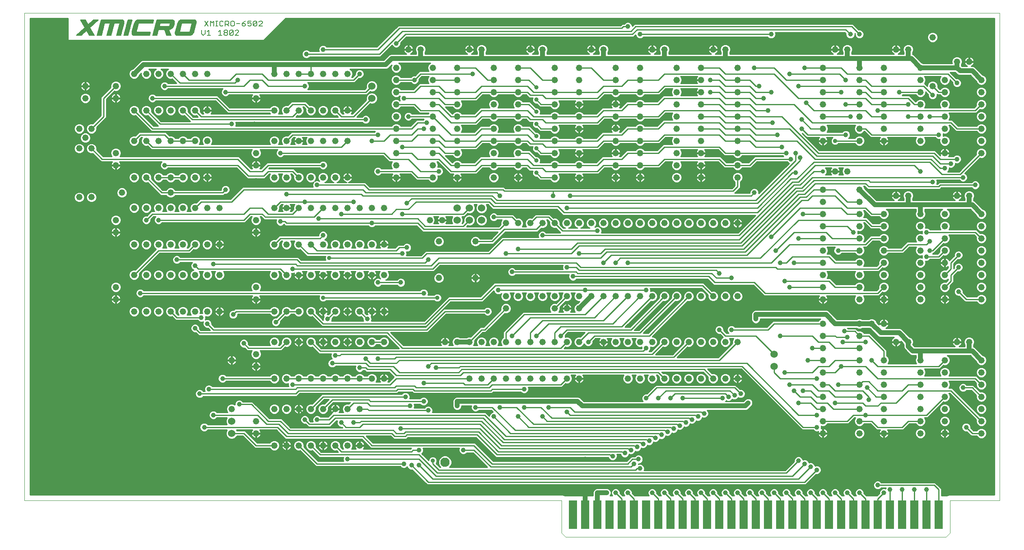
<source format=gtl>
G75*
G70*
%OFA0B0*%
%FSLAX24Y24*%
%IPPOS*%
%LPD*%
%AMOC8*
5,1,8,0,0,1.08239X$1,22.5*
%
%ADD10C,0.0000*%
%ADD11C,0.0080*%
%ADD12C,0.0520*%
%ADD13C,0.0600*%
%ADD14R,0.0650X0.2350*%
%ADD15C,0.2500*%
%ADD16C,0.0400*%
%ADD17C,0.0396*%
%ADD18C,0.0100*%
%ADD19C,0.0760*%
%ADD20C,0.0357*%
%ADD21C,0.0060*%
D10*
X000180Y003100D02*
X000180Y043100D01*
X080180Y043100D01*
X080180Y003100D01*
X076180Y003100D01*
X076110Y003100D01*
X076110Y000420D01*
X075790Y000100D01*
X044570Y000100D01*
X044250Y000420D01*
X044250Y003100D01*
X044180Y003100D01*
X000180Y003100D01*
D11*
X014860Y041265D02*
X015000Y041405D01*
X015000Y041685D01*
X015180Y041545D02*
X015321Y041685D01*
X015321Y041265D01*
X015461Y041265D02*
X015180Y041265D01*
X014860Y041265D02*
X014720Y041405D01*
X014720Y041685D01*
X014970Y042015D02*
X015250Y042435D01*
X015430Y042435D02*
X015571Y042295D01*
X015711Y042435D01*
X015711Y042015D01*
X015891Y042015D02*
X016031Y042015D01*
X015961Y042015D02*
X015961Y042435D01*
X015891Y042435D02*
X016031Y042435D01*
X016198Y042365D02*
X016198Y042085D01*
X016268Y042015D01*
X016408Y042015D01*
X016478Y042085D01*
X016658Y042015D02*
X016658Y042435D01*
X016868Y042435D01*
X016938Y042365D01*
X016938Y042225D01*
X016868Y042155D01*
X016658Y042155D01*
X016798Y042155D02*
X016938Y042015D01*
X017118Y042085D02*
X017189Y042015D01*
X017329Y042015D01*
X017399Y042085D01*
X017399Y042365D01*
X017329Y042435D01*
X017189Y042435D01*
X017118Y042365D01*
X017118Y042085D01*
X017092Y041685D02*
X017232Y041685D01*
X017302Y041615D01*
X017022Y041335D01*
X017092Y041265D01*
X017232Y041265D01*
X017302Y041335D01*
X017302Y041615D01*
X017482Y041615D02*
X017552Y041685D01*
X017693Y041685D01*
X017763Y041615D01*
X017763Y041545D01*
X017482Y041265D01*
X017763Y041265D01*
X017022Y041335D02*
X017022Y041615D01*
X017092Y041685D01*
X016842Y041615D02*
X016842Y041545D01*
X016772Y041475D01*
X016632Y041475D01*
X016562Y041545D01*
X016562Y041615D01*
X016632Y041685D01*
X016772Y041685D01*
X016842Y041615D01*
X016772Y041475D02*
X016842Y041405D01*
X016842Y041335D01*
X016772Y041265D01*
X016632Y041265D01*
X016562Y041335D01*
X016562Y041405D01*
X016632Y041475D01*
X016381Y041265D02*
X016101Y041265D01*
X016241Y041265D02*
X016241Y041685D01*
X016101Y041545D01*
X015430Y042015D02*
X015430Y042435D01*
X015250Y042015D02*
X014970Y042435D01*
X016198Y042365D02*
X016268Y042435D01*
X016408Y042435D01*
X016478Y042365D01*
X017579Y042225D02*
X017859Y042225D01*
X018039Y042225D02*
X018249Y042225D01*
X018320Y042155D01*
X018320Y042085D01*
X018249Y042015D01*
X018109Y042015D01*
X018039Y042085D01*
X018039Y042225D01*
X018179Y042365D01*
X018320Y042435D01*
X018500Y042435D02*
X018500Y042225D01*
X018640Y042295D01*
X018710Y042295D01*
X018780Y042225D01*
X018780Y042085D01*
X018710Y042015D01*
X018570Y042015D01*
X018500Y042085D01*
X018500Y042435D02*
X018780Y042435D01*
X018960Y042365D02*
X019030Y042435D01*
X019170Y042435D01*
X019240Y042365D01*
X018960Y042085D01*
X019030Y042015D01*
X019170Y042015D01*
X019240Y042085D01*
X019240Y042365D01*
X019420Y042365D02*
X019491Y042435D01*
X019631Y042435D01*
X019701Y042365D01*
X019701Y042295D01*
X019420Y042015D01*
X019701Y042015D01*
X018960Y042085D02*
X018960Y042365D01*
D12*
X020680Y038100D03*
X021680Y038100D03*
X022680Y038100D03*
X023680Y038100D03*
X024680Y038100D03*
X025680Y038100D03*
X026680Y038100D03*
X030680Y037600D03*
X030680Y036600D03*
X030680Y035600D03*
X030680Y034600D03*
X030680Y033600D03*
X030680Y032600D03*
X030680Y031600D03*
X030680Y030600D03*
X030680Y029600D03*
X033680Y029600D03*
X033680Y030600D03*
X033680Y031600D03*
X033680Y032600D03*
X033680Y033600D03*
X033680Y034600D03*
X033680Y035600D03*
X033680Y036600D03*
X033680Y037600D03*
X033680Y038600D03*
X032680Y040100D03*
X031680Y040100D03*
X030680Y038600D03*
X035680Y038600D03*
X035680Y037600D03*
X035680Y036600D03*
X035680Y035600D03*
X035680Y034600D03*
X035680Y033600D03*
X035680Y032600D03*
X035680Y031600D03*
X035680Y030600D03*
X035680Y029600D03*
X038680Y029600D03*
X038680Y030600D03*
X040680Y030600D03*
X040680Y029600D03*
X043680Y029600D03*
X043680Y030600D03*
X045680Y030600D03*
X045680Y029600D03*
X048680Y029600D03*
X048680Y030600D03*
X048680Y031600D03*
X048680Y032600D03*
X048680Y033600D03*
X048680Y034600D03*
X048680Y035600D03*
X048680Y036600D03*
X048680Y037600D03*
X048680Y038600D03*
X047680Y040100D03*
X046680Y040100D03*
X045680Y038600D03*
X043680Y038600D03*
X043680Y037600D03*
X043680Y036600D03*
X043680Y035600D03*
X045680Y035600D03*
X045680Y036600D03*
X045680Y037600D03*
X042680Y040100D03*
X041680Y040100D03*
X040680Y038600D03*
X038680Y038600D03*
X038680Y037600D03*
X038680Y036600D03*
X038680Y035600D03*
X040680Y035600D03*
X040680Y036600D03*
X040680Y037600D03*
X037680Y040100D03*
X036680Y040100D03*
X026680Y035100D03*
X025680Y035100D03*
X024680Y035100D03*
X023680Y035100D03*
X022680Y035100D03*
X021680Y035100D03*
X020680Y035100D03*
X019180Y036100D03*
X019180Y037100D03*
X015180Y038100D03*
X014180Y038100D03*
X013180Y038100D03*
X012180Y038100D03*
X011180Y038100D03*
X010180Y038100D03*
X009180Y038100D03*
X007680Y037100D03*
X007680Y036100D03*
X009180Y035100D03*
X010180Y035100D03*
X011180Y035100D03*
X012180Y035100D03*
X013180Y035100D03*
X014180Y035100D03*
X015180Y035100D03*
X015180Y032600D03*
X014180Y032600D03*
X013180Y032600D03*
X012180Y032600D03*
X011180Y032600D03*
X010180Y032600D03*
X009180Y032600D03*
X007680Y031600D03*
X005680Y031975D03*
X004680Y031975D03*
X005180Y032850D03*
X004680Y033600D03*
X005680Y033600D03*
X005180Y036100D03*
X005180Y037100D03*
X007680Y030600D03*
X009180Y029600D03*
X010180Y029600D03*
X011180Y029600D03*
X012180Y029600D03*
X013180Y029600D03*
X014180Y029600D03*
X015180Y029600D03*
X012180Y028350D03*
X012180Y027100D03*
X013180Y027100D03*
X014180Y027100D03*
X015180Y027100D03*
X016180Y027100D03*
X019180Y026100D03*
X020680Y027100D03*
X021680Y027100D03*
X022680Y027100D03*
X023680Y027100D03*
X024680Y027100D03*
X025680Y027100D03*
X026680Y027100D03*
X027680Y027100D03*
X028680Y027100D03*
X029680Y027100D03*
X033430Y026100D03*
X034430Y026100D03*
X034180Y024350D03*
X037180Y024350D03*
X039680Y025850D03*
X040680Y025850D03*
X041680Y025850D03*
X042680Y025850D03*
X043680Y025850D03*
X044680Y025850D03*
X045680Y025850D03*
X046680Y025850D03*
X047680Y025850D03*
X048680Y025850D03*
X049680Y025850D03*
X050680Y025850D03*
X051680Y025850D03*
X052680Y025850D03*
X053680Y025850D03*
X054680Y025850D03*
X055680Y025850D03*
X056680Y025850D03*
X057680Y025850D03*
X058680Y025850D03*
X065680Y025600D03*
X065680Y026600D03*
X065680Y027600D03*
X065680Y028600D03*
X066680Y030100D03*
X067680Y030100D03*
X068680Y028600D03*
X068680Y027600D03*
X068680Y026600D03*
X068680Y025600D03*
X070680Y025600D03*
X070680Y026600D03*
X071680Y028100D03*
X072680Y028100D03*
X073680Y026600D03*
X073680Y025600D03*
X073680Y024600D03*
X073680Y023600D03*
X073680Y022600D03*
X073680Y021600D03*
X073680Y020600D03*
X073680Y019600D03*
X075680Y019600D03*
X075680Y020600D03*
X075680Y021600D03*
X075680Y022600D03*
X075680Y023600D03*
X075680Y024600D03*
X075680Y025600D03*
X075680Y026600D03*
X076680Y028100D03*
X077680Y028100D03*
X078680Y026600D03*
X078680Y025600D03*
X078680Y024600D03*
X078680Y023600D03*
X078680Y022600D03*
X078680Y021600D03*
X078680Y020600D03*
X078680Y019600D03*
X077680Y016100D03*
X076680Y016100D03*
X075680Y014600D03*
X075680Y013600D03*
X075680Y012600D03*
X075680Y011600D03*
X075680Y010600D03*
X075680Y009600D03*
X075680Y008600D03*
X073680Y008600D03*
X073680Y009600D03*
X073680Y010600D03*
X073680Y011600D03*
X073680Y012600D03*
X073680Y013600D03*
X073680Y014600D03*
X072680Y016100D03*
X071680Y016100D03*
X070680Y017600D03*
X069680Y017600D03*
X068680Y017600D03*
X068680Y016600D03*
X068680Y015600D03*
X068680Y014600D03*
X068680Y013600D03*
X068680Y012600D03*
X070680Y012600D03*
X070680Y013600D03*
X070680Y014600D03*
X065680Y014600D03*
X065680Y013600D03*
X065680Y012600D03*
X065680Y011600D03*
X065680Y010600D03*
X065680Y009600D03*
X065680Y008600D03*
X068680Y008600D03*
X070680Y008600D03*
X070680Y009600D03*
X070680Y010600D03*
X070680Y011600D03*
X068680Y011600D03*
X068680Y010600D03*
X068680Y009600D03*
X078680Y009600D03*
X078680Y010600D03*
X078680Y011600D03*
X078680Y012600D03*
X078680Y013600D03*
X078680Y014600D03*
X070680Y019600D03*
X070680Y020600D03*
X070680Y021600D03*
X068680Y021600D03*
X068680Y020600D03*
X068680Y019600D03*
X065680Y019600D03*
X065680Y020600D03*
X065680Y021600D03*
X065680Y022600D03*
X065680Y023600D03*
X065680Y024600D03*
X068680Y024600D03*
X068680Y023600D03*
X068680Y022600D03*
X070680Y022600D03*
X070680Y023600D03*
X070680Y024600D03*
X058680Y019850D03*
X057680Y019850D03*
X056680Y019850D03*
X055680Y019850D03*
X054680Y019850D03*
X053680Y019850D03*
X052680Y019850D03*
X051680Y019850D03*
X050680Y019850D03*
X049680Y019850D03*
X048680Y019850D03*
X047680Y019850D03*
X046680Y019850D03*
X045680Y019850D03*
X044680Y019850D03*
X043680Y019850D03*
X042680Y019850D03*
X041680Y019850D03*
X040680Y019850D03*
X039680Y019850D03*
X039680Y018850D03*
X043680Y018850D03*
X044680Y018850D03*
X045680Y018850D03*
X045680Y016100D03*
X044680Y016100D03*
X043680Y016100D03*
X042680Y016100D03*
X041680Y016100D03*
X040680Y016100D03*
X039680Y016100D03*
X038680Y016100D03*
X037680Y016100D03*
X036680Y016100D03*
X035680Y016100D03*
X034680Y016100D03*
X036680Y013100D03*
X037680Y013100D03*
X038680Y013100D03*
X039680Y013100D03*
X040680Y013100D03*
X041680Y013100D03*
X042680Y013100D03*
X043680Y013100D03*
X044680Y013100D03*
X045680Y013100D03*
X049680Y013100D03*
X050680Y013100D03*
X051680Y013100D03*
X052680Y013100D03*
X053680Y013100D03*
X054680Y013100D03*
X055680Y013100D03*
X056680Y013100D03*
X057680Y013100D03*
X058680Y013100D03*
X058680Y016100D03*
X057680Y016100D03*
X056680Y016100D03*
X055680Y016100D03*
X054680Y016100D03*
X053680Y016100D03*
X052680Y016100D03*
X051680Y016100D03*
X050680Y016100D03*
X049680Y016100D03*
X048680Y016100D03*
X047680Y016100D03*
X037180Y021350D03*
X034180Y021350D03*
X029680Y021600D03*
X028680Y021600D03*
X027680Y021600D03*
X026680Y021600D03*
X025680Y021600D03*
X024680Y021600D03*
X023680Y021600D03*
X022680Y021600D03*
X021680Y021600D03*
X020680Y021600D03*
X019180Y020600D03*
X019180Y019600D03*
X020680Y018600D03*
X021680Y018600D03*
X022680Y018600D03*
X023680Y018600D03*
X024680Y018600D03*
X025680Y018600D03*
X026680Y018600D03*
X027680Y018600D03*
X028680Y018600D03*
X029680Y018600D03*
X029680Y016100D03*
X028680Y016100D03*
X027680Y016100D03*
X026680Y016100D03*
X025680Y016100D03*
X024680Y016100D03*
X023680Y016100D03*
X022680Y016100D03*
X021680Y016100D03*
X020680Y016100D03*
X019180Y015100D03*
X019180Y014100D03*
X020680Y013100D03*
X021680Y013100D03*
X022680Y013100D03*
X023680Y013100D03*
X024680Y013100D03*
X025680Y013100D03*
X026680Y013100D03*
X027680Y013100D03*
X028680Y013100D03*
X029680Y013100D03*
X027680Y010600D03*
X026680Y010600D03*
X025680Y010600D03*
X024680Y010600D03*
X023680Y010600D03*
X022680Y010600D03*
X021680Y010600D03*
X020680Y010600D03*
X019180Y009600D03*
X017180Y010600D03*
X019180Y008600D03*
X020680Y007600D03*
X021680Y007600D03*
X022680Y007600D03*
X023680Y007600D03*
X024680Y007600D03*
X025680Y007600D03*
X026680Y007600D03*
X027680Y007600D03*
X017180Y014600D03*
X016180Y018600D03*
X015180Y018600D03*
X014180Y018600D03*
X013180Y018600D03*
X012180Y018600D03*
X011180Y018600D03*
X010180Y018600D03*
X009180Y018600D03*
X007680Y019600D03*
X007680Y020600D03*
X009180Y021600D03*
X010180Y021600D03*
X011180Y021600D03*
X012180Y021600D03*
X013180Y021600D03*
X014180Y021600D03*
X015180Y021600D03*
X016180Y021600D03*
X016180Y024100D03*
X015180Y024100D03*
X014180Y024100D03*
X013180Y024100D03*
X012180Y024100D03*
X011180Y024100D03*
X010180Y024100D03*
X009180Y024100D03*
X007680Y025100D03*
X007680Y026100D03*
X009180Y027100D03*
X010180Y027100D03*
X011180Y027100D03*
X008180Y028350D03*
X005680Y027975D03*
X004680Y027975D03*
X019180Y030600D03*
X020680Y029600D03*
X021680Y029600D03*
X022680Y029600D03*
X023680Y029600D03*
X024680Y029600D03*
X025680Y029600D03*
X026680Y029600D03*
X026680Y032600D03*
X025680Y032600D03*
X024680Y032600D03*
X023680Y032600D03*
X022680Y032600D03*
X021680Y032600D03*
X020680Y032600D03*
X019180Y031600D03*
X019180Y025100D03*
X020680Y024100D03*
X021680Y024100D03*
X022680Y024100D03*
X023680Y024100D03*
X024680Y024100D03*
X025680Y024100D03*
X026680Y024100D03*
X027680Y024100D03*
X028680Y024100D03*
X029680Y024100D03*
X038680Y031600D03*
X038680Y032600D03*
X038680Y033600D03*
X038680Y034600D03*
X040680Y034600D03*
X040680Y033600D03*
X040680Y032600D03*
X040680Y031600D03*
X043680Y031600D03*
X043680Y032600D03*
X043680Y033600D03*
X043680Y034600D03*
X045680Y034600D03*
X045680Y033600D03*
X045680Y032600D03*
X045680Y031600D03*
X050680Y031600D03*
X050680Y032600D03*
X050680Y033600D03*
X050680Y034600D03*
X050680Y035600D03*
X050680Y036600D03*
X050680Y037600D03*
X050680Y038600D03*
X051680Y040100D03*
X052680Y040100D03*
X053680Y038600D03*
X053680Y037600D03*
X053680Y036600D03*
X053680Y035600D03*
X053680Y034600D03*
X053680Y033600D03*
X053680Y032600D03*
X053680Y031600D03*
X053680Y030600D03*
X053680Y029600D03*
X055680Y029600D03*
X055680Y030600D03*
X055680Y031600D03*
X055680Y032600D03*
X055680Y033600D03*
X055680Y034600D03*
X055680Y035600D03*
X055680Y036600D03*
X055680Y037600D03*
X055680Y038600D03*
X056680Y040100D03*
X057680Y040100D03*
X058680Y038600D03*
X058680Y037600D03*
X058680Y036600D03*
X058680Y035600D03*
X058680Y034600D03*
X058680Y033600D03*
X058680Y032600D03*
X058680Y031600D03*
X058680Y030600D03*
X058680Y029600D03*
X065680Y032600D03*
X065680Y033600D03*
X065680Y034600D03*
X065680Y035600D03*
X065680Y036600D03*
X065680Y037600D03*
X065680Y038600D03*
X066680Y040100D03*
X067680Y040100D03*
X068680Y038600D03*
X070680Y038600D03*
X070680Y037600D03*
X070680Y036600D03*
X070680Y035600D03*
X068680Y035600D03*
X068680Y036600D03*
X068680Y037600D03*
X071680Y040100D03*
X072680Y040100D03*
X074680Y041100D03*
X076680Y039100D03*
X077680Y039100D03*
X078680Y037600D03*
X078680Y036600D03*
X078680Y035600D03*
X078680Y034600D03*
X078680Y033600D03*
X078680Y032600D03*
X078680Y031600D03*
X075680Y031600D03*
X075680Y032600D03*
X075680Y033600D03*
X075680Y034600D03*
X075680Y035600D03*
X075680Y036600D03*
X075680Y037600D03*
X074680Y037100D03*
X073680Y036600D03*
X073680Y035600D03*
X073680Y034600D03*
X073680Y033600D03*
X073680Y032600D03*
X070680Y032600D03*
X070680Y033600D03*
X070680Y034600D03*
X068680Y034600D03*
X068680Y033600D03*
X068680Y032600D03*
X073680Y037600D03*
X073680Y038600D03*
X050680Y030600D03*
X050680Y029600D03*
X065680Y017600D03*
X065680Y016600D03*
X065680Y015600D03*
X078680Y008600D03*
D13*
X061680Y014100D03*
X061680Y015100D03*
X037680Y026100D03*
X036680Y026100D03*
X035680Y026100D03*
X035680Y027100D03*
X036680Y027100D03*
X037680Y027100D03*
X028680Y036100D03*
X028680Y037100D03*
X017180Y009600D03*
X017180Y008600D03*
D14*
X045180Y001915D03*
X046180Y001915D03*
X047180Y001915D03*
X048180Y001915D03*
X049180Y001915D03*
X050180Y001915D03*
X051180Y001915D03*
X052180Y001915D03*
X053180Y001915D03*
X054180Y001915D03*
X055180Y001915D03*
X056180Y001915D03*
X057180Y001915D03*
X058180Y001915D03*
X059180Y001915D03*
X060180Y001915D03*
X061180Y001915D03*
X062180Y001915D03*
X063180Y001915D03*
X064180Y001915D03*
X065180Y001915D03*
X066180Y001915D03*
X067180Y001915D03*
X068180Y001915D03*
X069180Y001915D03*
X070180Y001915D03*
X071180Y001915D03*
X072180Y001915D03*
X073180Y001915D03*
X074180Y001915D03*
X075180Y001915D03*
D15*
X078180Y005100D03*
X078180Y041100D03*
X002180Y041100D03*
X002180Y005100D03*
D16*
X035680Y010850D02*
X035680Y011225D01*
X045555Y011225D01*
X045930Y010850D01*
X048305Y010850D01*
X048680Y010850D01*
X059305Y010850D01*
X059555Y011100D01*
X069680Y017600D02*
X070430Y016850D01*
X071930Y016850D01*
X072680Y016100D01*
X072680Y015725D01*
X073055Y015350D01*
X073680Y015350D01*
X073680Y014600D01*
X073680Y015350D02*
X077680Y015350D01*
X077680Y016100D01*
X077680Y015350D02*
X077930Y015350D01*
X078680Y014600D01*
X069680Y017600D02*
X068680Y017600D01*
X066680Y017600D01*
X065930Y018350D01*
X065305Y018350D01*
X064930Y018350D01*
X060180Y018350D01*
X060180Y017975D01*
X046680Y019850D02*
X045680Y018850D01*
X036680Y016100D02*
X035680Y016100D01*
X046180Y003725D02*
X046180Y001915D01*
X047180Y001915D02*
X047180Y003725D01*
X047555Y003725D01*
X047930Y003725D01*
X073680Y026600D02*
X073680Y027350D01*
X077680Y027350D01*
X077680Y028100D01*
X077680Y027350D02*
X077930Y027350D01*
X078680Y026600D01*
X073680Y027350D02*
X072680Y027350D01*
X072680Y028100D01*
X072680Y027350D02*
X069930Y027350D01*
X068680Y028600D01*
X077930Y038350D02*
X078680Y037600D01*
X077930Y038350D02*
X076930Y038350D01*
X076680Y038600D01*
X076680Y039100D01*
X076680Y038600D02*
X073680Y038600D01*
X072930Y039350D01*
X072680Y039350D01*
X068680Y039350D01*
X068680Y038600D01*
X068680Y039350D02*
X067680Y039350D01*
X065305Y039350D01*
X064930Y039350D01*
X057680Y039350D01*
X052680Y039350D01*
X047680Y039350D01*
X047680Y040100D01*
X047680Y039350D02*
X042680Y039350D01*
X042680Y040100D01*
X042680Y039350D02*
X037680Y039350D01*
X037680Y040100D01*
X037680Y039350D02*
X032680Y039350D01*
X032680Y040100D01*
X032680Y039350D02*
X030305Y039350D01*
X029805Y038850D01*
X023680Y038850D01*
X020680Y038850D01*
X020680Y038100D01*
X020680Y038850D02*
X009930Y038850D01*
X009180Y038100D01*
X052680Y039350D02*
X052680Y040100D01*
X057680Y040100D02*
X057680Y039350D01*
X067680Y039350D02*
X067680Y040100D01*
X072680Y040100D02*
X072680Y039350D01*
D17*
X068680Y041350D03*
X067930Y041350D03*
X070180Y042350D03*
X065180Y042350D03*
X061430Y041350D03*
X060180Y042350D03*
X059305Y040350D03*
X059305Y039975D03*
X060055Y038600D03*
X060430Y037100D03*
X061430Y036600D03*
X060805Y036100D03*
X061180Y035100D03*
X061555Y034100D03*
X061930Y033100D03*
X062305Y032100D03*
X062680Y031600D03*
X063430Y031600D03*
X063805Y031225D03*
X063055Y031100D03*
X063430Y029975D03*
X060055Y028350D03*
X057430Y029350D03*
X057055Y029350D03*
X064055Y026600D03*
X061430Y024725D03*
X061805Y023600D03*
X062180Y022600D03*
X063305Y022600D03*
X062555Y021100D03*
X062930Y020600D03*
X059555Y019975D03*
X059555Y019600D03*
X060180Y018350D03*
X060180Y017975D03*
X058180Y017100D03*
X057180Y017100D03*
X056430Y015100D03*
X058430Y011725D03*
X057930Y011600D03*
X057430Y011475D03*
X058930Y011850D03*
X059555Y011100D03*
X059305Y010850D03*
X061180Y010600D03*
X063680Y011100D03*
X063305Y012100D03*
X064055Y012100D03*
X062930Y012600D03*
X062555Y013600D03*
X064430Y014600D03*
X064805Y015600D03*
X067305Y016100D03*
X067680Y016475D03*
X067430Y016975D03*
X069180Y016100D03*
X069680Y014600D03*
X067180Y014100D03*
X065180Y013100D03*
X066930Y012600D03*
X069305Y012350D03*
X069430Y011350D03*
X069180Y010100D03*
X066680Y011100D03*
X065180Y010100D03*
X065180Y009100D03*
X063680Y006350D03*
X064180Y006100D03*
X064680Y005850D03*
X065180Y005600D03*
X064680Y003725D03*
X063680Y003725D03*
X062680Y003725D03*
X061680Y003725D03*
X060680Y003725D03*
X059680Y003725D03*
X058680Y003725D03*
X057680Y003725D03*
X056680Y003725D03*
X055680Y003725D03*
X054680Y003725D03*
X053680Y003725D03*
X052680Y003725D03*
X051680Y003725D03*
X049680Y003725D03*
X048680Y003725D03*
X047930Y003725D03*
X047555Y003725D03*
X047180Y003725D03*
X046180Y003725D03*
X045930Y004100D03*
X045680Y003725D03*
X041180Y004100D03*
X036180Y004100D03*
X032555Y005975D03*
X031930Y005975D03*
X031305Y006100D03*
X032555Y007225D03*
X034555Y008100D03*
X036180Y007225D03*
X036805Y008100D03*
X038680Y009975D03*
X039180Y010725D03*
X040680Y009975D03*
X041180Y010725D03*
X042680Y009975D03*
X043180Y010725D03*
X044680Y010350D03*
X046680Y011600D03*
X048305Y010850D03*
X048680Y010850D03*
X051180Y011475D03*
X052180Y011475D03*
X053180Y011475D03*
X054180Y011475D03*
X055430Y009975D03*
X054930Y009725D03*
X054430Y009475D03*
X053930Y009225D03*
X053430Y008975D03*
X052930Y008725D03*
X052430Y008475D03*
X051930Y008225D03*
X051430Y007975D03*
X050930Y007725D03*
X050430Y007475D03*
X049930Y007225D03*
X049430Y006975D03*
X048430Y006725D03*
X050180Y006100D03*
X050555Y006475D03*
X050680Y005725D03*
X046180Y006475D03*
X037180Y010725D03*
X035680Y010850D03*
X035680Y011225D03*
X034680Y011100D03*
X033305Y010475D03*
X032930Y011225D03*
X031805Y010850D03*
X031430Y011600D03*
X032930Y012725D03*
X033305Y014100D03*
X033930Y013975D03*
X030430Y015725D03*
X030680Y016725D03*
X028305Y017975D03*
X025055Y017975D03*
X020805Y017725D03*
X018180Y015975D03*
X015180Y017600D03*
X014680Y018100D03*
X014180Y017225D03*
X011680Y016600D03*
X009180Y016100D03*
X012180Y013100D03*
X014555Y011850D03*
X015305Y012225D03*
X016430Y013100D03*
X017805Y010975D03*
X015680Y010100D03*
X014930Y009100D03*
X013180Y008100D03*
X016180Y005100D03*
X018680Y006100D03*
X021180Y004100D03*
X026180Y004100D03*
X027680Y005725D03*
X026680Y006475D03*
X029430Y008225D03*
X031055Y008975D03*
X027180Y009475D03*
X026180Y009475D03*
X024180Y009725D03*
X023180Y009725D03*
X022180Y012600D03*
X025430Y014350D03*
X025680Y014975D03*
X027680Y013975D03*
X028180Y014725D03*
X029180Y014725D03*
X036180Y017600D03*
X038180Y018600D03*
X040180Y016600D03*
X042180Y016600D03*
X044180Y016600D03*
X046430Y016100D03*
X051180Y015600D03*
X051180Y020350D03*
X049680Y022600D03*
X048680Y022600D03*
X047680Y022600D03*
X045680Y023350D03*
X044680Y022225D03*
X045180Y021475D03*
X044180Y021100D03*
X046180Y020350D03*
X040180Y021850D03*
X039680Y023350D03*
X040680Y023725D03*
X042680Y024850D03*
X043680Y026725D03*
X044680Y027100D03*
X044930Y028100D03*
X043555Y028100D03*
X041180Y026725D03*
X039180Y028100D03*
X039680Y029600D03*
X036805Y031475D03*
X034180Y030100D03*
X031180Y032100D03*
X029180Y033100D03*
X028680Y032600D03*
X028180Y034350D03*
X031680Y034600D03*
X033180Y034100D03*
X032930Y033600D03*
X036805Y035350D03*
X038055Y034100D03*
X032180Y037600D03*
X031305Y038100D03*
X027680Y038100D03*
X024680Y040100D03*
X023305Y039725D03*
X022180Y039850D03*
X017180Y039850D03*
X017680Y037600D03*
X016680Y036600D03*
X017180Y033975D03*
X019055Y033975D03*
X021180Y031600D03*
X024680Y030600D03*
X024180Y028975D03*
X023180Y027600D03*
X021680Y028225D03*
X019180Y029350D03*
X016680Y028600D03*
X015180Y031475D03*
X011680Y030600D03*
X009680Y031975D03*
X010680Y036100D03*
X011680Y037100D03*
X008180Y038850D03*
X012180Y039850D03*
X023180Y037100D03*
X028180Y040850D03*
X030680Y040600D03*
X034180Y042350D03*
X040180Y042350D03*
X045180Y042350D03*
X049680Y041975D03*
X050180Y042350D03*
X050680Y041350D03*
X055180Y042350D03*
X062930Y038100D03*
X064180Y038600D03*
X064930Y039350D03*
X065305Y039350D03*
X067555Y037600D03*
X067180Y036600D03*
X067555Y035600D03*
X067930Y034600D03*
X067555Y033100D03*
X070180Y035100D03*
X071930Y036600D03*
X072680Y035600D03*
X074680Y036350D03*
X076680Y037350D03*
X074430Y034600D03*
X072680Y034600D03*
X075180Y033100D03*
X076680Y031100D03*
X076180Y030725D03*
X075680Y030350D03*
X077180Y029600D03*
X078180Y028975D03*
X079430Y029100D03*
X074680Y029225D03*
X073680Y030100D03*
X071680Y026600D03*
X074180Y025100D03*
X074430Y024350D03*
X074430Y023600D03*
X074180Y023100D03*
X076805Y023225D03*
X076805Y022225D03*
X079430Y024100D03*
X076805Y020225D03*
X079430Y019100D03*
X072930Y014600D03*
X077180Y012350D03*
X079430Y014100D03*
X079430Y009100D03*
X077430Y009100D03*
X076930Y008600D03*
X075555Y005100D03*
X075180Y004725D03*
X074180Y003975D03*
X073180Y003975D03*
X072180Y003975D03*
X071180Y003975D03*
X070680Y003725D03*
X070180Y004350D03*
X068680Y003725D03*
X067680Y003725D03*
X066680Y003725D03*
X065680Y003725D03*
X055930Y010225D03*
X062180Y016600D03*
X064930Y018350D03*
X065305Y018350D03*
X058180Y021350D03*
X057180Y021725D03*
X056555Y020600D03*
X063680Y024600D03*
X066930Y023600D03*
X068180Y025100D03*
X071680Y024100D03*
X063930Y033600D03*
X063930Y034350D03*
X064305Y035725D03*
X063680Y037100D03*
X056430Y036600D03*
X056430Y037600D03*
X036930Y038100D03*
X031305Y036100D03*
X029180Y030100D03*
X027180Y027600D03*
X026180Y026600D03*
X024305Y026225D03*
X024680Y024850D03*
X021180Y025350D03*
X021180Y025975D03*
X022180Y022100D03*
X019180Y021475D03*
X015680Y022475D03*
X014180Y022350D03*
X012680Y022850D03*
X011680Y024850D03*
X011180Y026100D03*
X010180Y026100D03*
X009680Y020100D03*
X017305Y018350D03*
X029180Y020975D03*
X031055Y020975D03*
X032930Y020100D03*
X034180Y020600D03*
X033305Y022850D03*
X031555Y023850D03*
X031180Y023350D03*
X028680Y025850D03*
X031180Y026600D03*
X031555Y027475D03*
X038680Y026350D03*
X047180Y025225D03*
X039055Y020350D03*
X041180Y012225D03*
X031180Y004100D03*
X079430Y034100D03*
D18*
X079730Y034128D02*
X076464Y034128D01*
X076400Y034191D02*
X076771Y033820D01*
X078306Y033820D01*
X078315Y033844D01*
X078436Y033965D01*
X078594Y034030D01*
X078766Y034030D01*
X078924Y033965D01*
X079045Y033844D01*
X079110Y033686D01*
X079110Y033514D01*
X079045Y033356D01*
X078924Y033235D01*
X078766Y033170D01*
X078594Y033170D01*
X078436Y033235D01*
X078315Y033356D01*
X078306Y033380D01*
X076589Y033380D01*
X076089Y033880D01*
X076008Y033880D01*
X076045Y033844D01*
X076110Y033686D01*
X076110Y033514D01*
X076045Y033356D01*
X075924Y033235D01*
X075766Y033170D01*
X075594Y033170D01*
X075540Y033193D01*
X075548Y033173D01*
X075548Y033027D01*
X075540Y033007D01*
X075594Y033030D01*
X075766Y033030D01*
X075924Y032965D01*
X076045Y032844D01*
X076110Y032686D01*
X076110Y032514D01*
X076045Y032356D01*
X075924Y032235D01*
X075766Y032170D01*
X075594Y032170D01*
X075436Y032235D01*
X075315Y032356D01*
X075250Y032514D01*
X075250Y032686D01*
X075273Y032740D01*
X075253Y032732D01*
X075107Y032732D01*
X074971Y032788D01*
X074879Y032880D01*
X074008Y032880D01*
X074045Y032844D01*
X074110Y032686D01*
X074110Y032514D01*
X074045Y032356D01*
X073924Y032235D01*
X073766Y032170D01*
X073594Y032170D01*
X073436Y032235D01*
X073315Y032356D01*
X073250Y032514D01*
X073250Y032686D01*
X073315Y032844D01*
X073352Y032880D01*
X070980Y032880D01*
X070993Y032867D01*
X071031Y032815D01*
X071060Y032757D01*
X071080Y032696D01*
X071090Y032632D01*
X071090Y032630D01*
X070710Y032630D01*
X070710Y032570D01*
X071090Y032570D01*
X071090Y032568D01*
X071080Y032504D01*
X071060Y032443D01*
X071031Y032385D01*
X070993Y032333D01*
X070947Y032287D01*
X070895Y032249D01*
X070837Y032220D01*
X070776Y032200D01*
X070712Y032190D01*
X070710Y032190D01*
X070710Y032570D01*
X070650Y032570D01*
X070650Y032190D01*
X070648Y032190D01*
X070584Y032200D01*
X070523Y032220D01*
X070465Y032249D01*
X070413Y032287D01*
X070367Y032333D01*
X070329Y032385D01*
X070300Y032443D01*
X070280Y032504D01*
X070270Y032568D01*
X070270Y032570D01*
X070650Y032570D01*
X070650Y032630D01*
X070270Y032630D01*
X070270Y032632D01*
X070280Y032696D01*
X070300Y032757D01*
X070329Y032815D01*
X070367Y032867D01*
X070380Y032880D01*
X069589Y032880D01*
X069460Y033009D01*
X069089Y033380D01*
X069054Y033380D01*
X069045Y033356D01*
X068924Y033235D01*
X068766Y033170D01*
X068594Y033170D01*
X068436Y033235D01*
X068315Y033356D01*
X068250Y033514D01*
X068250Y033686D01*
X068315Y033844D01*
X068352Y033880D01*
X066008Y033880D01*
X066045Y033844D01*
X066110Y033686D01*
X066110Y033514D01*
X066045Y033356D01*
X066008Y033320D01*
X067254Y033320D01*
X067346Y033412D01*
X067482Y033468D01*
X067628Y033468D01*
X067764Y033412D01*
X067867Y033309D01*
X067923Y033173D01*
X067923Y033027D01*
X067867Y032891D01*
X067796Y032820D01*
X068306Y032820D01*
X068315Y032844D01*
X068436Y032965D01*
X068594Y033030D01*
X068766Y033030D01*
X068924Y032965D01*
X069045Y032844D01*
X069110Y032686D01*
X069110Y032514D01*
X069045Y032356D01*
X068924Y032235D01*
X068766Y032170D01*
X068594Y032170D01*
X068436Y032235D01*
X068315Y032356D01*
X068306Y032380D01*
X066953Y032380D01*
X066877Y032305D01*
X066749Y032252D01*
X066611Y032252D01*
X066483Y032305D01*
X066385Y032403D01*
X066332Y032531D01*
X066332Y032669D01*
X066385Y032797D01*
X066467Y032880D01*
X065980Y032880D01*
X065993Y032867D01*
X066031Y032815D01*
X066060Y032757D01*
X066080Y032696D01*
X066090Y032632D01*
X066090Y032630D01*
X065710Y032630D01*
X065710Y032570D01*
X066090Y032570D01*
X066090Y032568D01*
X066080Y032504D01*
X066060Y032443D01*
X066031Y032385D01*
X065993Y032333D01*
X065947Y032287D01*
X065895Y032249D01*
X065837Y032220D01*
X065776Y032200D01*
X065712Y032190D01*
X065710Y032190D01*
X065710Y032570D01*
X065650Y032570D01*
X065650Y032190D01*
X065648Y032190D01*
X065584Y032200D01*
X065523Y032220D01*
X065465Y032249D01*
X065413Y032287D01*
X065367Y032333D01*
X065329Y032385D01*
X065300Y032443D01*
X065280Y032504D01*
X065270Y032568D01*
X065270Y032570D01*
X065650Y032570D01*
X065650Y032630D01*
X065270Y032630D01*
X065270Y032632D01*
X065280Y032696D01*
X065300Y032757D01*
X065329Y032815D01*
X065367Y032867D01*
X065380Y032880D01*
X064339Y032880D01*
X063987Y033232D01*
X063984Y033232D01*
X065396Y031820D01*
X074896Y031820D01*
X075025Y031691D01*
X075328Y031389D01*
X075300Y031443D01*
X075280Y031504D01*
X075270Y031568D01*
X075270Y031570D01*
X075650Y031570D01*
X075650Y031630D01*
X075650Y032010D01*
X075648Y032010D01*
X075584Y032000D01*
X075523Y031980D01*
X075465Y031951D01*
X075413Y031913D01*
X075367Y031867D01*
X075329Y031815D01*
X075300Y031757D01*
X075280Y031696D01*
X075270Y031632D01*
X075270Y031630D01*
X075650Y031630D01*
X075710Y031630D01*
X075710Y032010D01*
X075712Y032010D01*
X075776Y032000D01*
X075837Y031980D01*
X075895Y031951D01*
X075947Y031913D01*
X075993Y031867D01*
X076031Y031815D01*
X076060Y031757D01*
X076080Y031696D01*
X076090Y031632D01*
X076090Y031630D01*
X075710Y031630D01*
X075710Y031570D01*
X076090Y031570D01*
X076090Y031568D01*
X076080Y031504D01*
X076060Y031443D01*
X076031Y031385D01*
X075993Y031333D01*
X075980Y031320D01*
X076379Y031320D01*
X076471Y031412D01*
X076607Y031468D01*
X076753Y031468D01*
X076889Y031412D01*
X076992Y031309D01*
X077048Y031173D01*
X077048Y031027D01*
X076992Y030891D01*
X076889Y030788D01*
X076753Y030732D01*
X076607Y030732D01*
X076548Y030756D01*
X076548Y030652D01*
X076492Y030516D01*
X076389Y030413D01*
X076253Y030357D01*
X076107Y030357D01*
X076048Y030381D01*
X076048Y030277D01*
X075992Y030141D01*
X075921Y030070D01*
X076839Y030070D01*
X078260Y031491D01*
X078250Y031514D01*
X078250Y031686D01*
X078315Y031844D01*
X078436Y031965D01*
X078594Y032030D01*
X078766Y032030D01*
X078924Y031965D01*
X079045Y031844D01*
X079110Y031686D01*
X079110Y031514D01*
X079045Y031356D01*
X078924Y031235D01*
X078766Y031170D01*
X078594Y031170D01*
X078571Y031180D01*
X077328Y029937D01*
X077389Y029912D01*
X077492Y029809D01*
X077548Y029673D01*
X077548Y029527D01*
X077492Y029391D01*
X077389Y029288D01*
X077253Y029232D01*
X077107Y029232D01*
X076971Y029288D01*
X076879Y029380D01*
X075014Y029380D01*
X075048Y029298D01*
X075048Y029152D01*
X075014Y029070D01*
X075089Y029070D01*
X075214Y029195D01*
X077879Y029195D01*
X077971Y029287D01*
X078107Y029343D01*
X078253Y029343D01*
X078389Y029287D01*
X078492Y029184D01*
X078548Y029048D01*
X078548Y028902D01*
X078492Y028766D01*
X078389Y028663D01*
X078253Y028607D01*
X078107Y028607D01*
X077971Y028663D01*
X077879Y028755D01*
X075396Y028755D01*
X075271Y028630D01*
X069339Y028630D01*
X069089Y028880D01*
X069008Y028880D01*
X069045Y028844D01*
X069105Y028699D01*
X070083Y027720D01*
X071523Y027720D01*
X071523Y027720D01*
X071465Y027749D01*
X071413Y027787D01*
X071367Y027833D01*
X071329Y027885D01*
X071300Y027943D01*
X071280Y028004D01*
X071270Y028068D01*
X071270Y028070D01*
X071650Y028070D01*
X071650Y028130D01*
X071650Y028510D01*
X071648Y028510D01*
X071584Y028500D01*
X071523Y028480D01*
X071465Y028451D01*
X071413Y028413D01*
X071367Y028367D01*
X071329Y028315D01*
X071300Y028257D01*
X071280Y028196D01*
X071270Y028132D01*
X071270Y028130D01*
X071650Y028130D01*
X071710Y028130D01*
X071710Y028510D01*
X071712Y028510D01*
X071776Y028500D01*
X071837Y028480D01*
X071895Y028451D01*
X071947Y028413D01*
X071993Y028367D01*
X072031Y028315D01*
X072060Y028257D01*
X072080Y028196D01*
X072090Y028132D01*
X072090Y028130D01*
X071710Y028130D01*
X071710Y028070D01*
X072090Y028070D01*
X072090Y028068D01*
X072080Y028004D01*
X072060Y027943D01*
X072031Y027885D01*
X071993Y027833D01*
X071947Y027787D01*
X071895Y027749D01*
X071837Y027720D01*
X071837Y027720D01*
X072310Y027720D01*
X072310Y027870D01*
X072250Y028014D01*
X072250Y028186D01*
X072315Y028344D01*
X072436Y028465D01*
X072594Y028530D01*
X072766Y028530D01*
X072924Y028465D01*
X073045Y028344D01*
X073110Y028186D01*
X073110Y028014D01*
X073050Y027870D01*
X073050Y027720D01*
X076523Y027720D01*
X076523Y027720D01*
X076465Y027749D01*
X076413Y027787D01*
X076367Y027833D01*
X076329Y027885D01*
X076300Y027943D01*
X076280Y028004D01*
X076270Y028068D01*
X076270Y028070D01*
X076650Y028070D01*
X076650Y028130D01*
X076650Y028510D01*
X076648Y028510D01*
X076584Y028500D01*
X076523Y028480D01*
X076465Y028451D01*
X076413Y028413D01*
X076367Y028367D01*
X076329Y028315D01*
X076300Y028257D01*
X076280Y028196D01*
X076270Y028132D01*
X076270Y028130D01*
X076650Y028130D01*
X076710Y028130D01*
X076710Y028510D01*
X076712Y028510D01*
X076776Y028500D01*
X076837Y028480D01*
X076895Y028451D01*
X076947Y028413D01*
X076993Y028367D01*
X077031Y028315D01*
X077060Y028257D01*
X077080Y028196D01*
X077090Y028132D01*
X077090Y028130D01*
X076710Y028130D01*
X076710Y028070D01*
X077090Y028070D01*
X077090Y028068D01*
X077080Y028004D01*
X077060Y027943D01*
X077031Y027885D01*
X076993Y027833D01*
X076947Y027787D01*
X076895Y027749D01*
X076837Y027720D01*
X076837Y027720D01*
X077310Y027720D01*
X077310Y027870D01*
X077250Y028014D01*
X077250Y028186D01*
X077315Y028344D01*
X077436Y028465D01*
X077594Y028530D01*
X077766Y028530D01*
X077924Y028465D01*
X078045Y028344D01*
X078110Y028186D01*
X078110Y028014D01*
X078050Y027870D01*
X078050Y027701D01*
X078140Y027664D01*
X078779Y027025D01*
X078924Y026965D01*
X079045Y026844D01*
X079110Y026686D01*
X079110Y026514D01*
X079045Y026356D01*
X078924Y026235D01*
X078766Y026170D01*
X078594Y026170D01*
X078436Y026235D01*
X078315Y026356D01*
X078255Y026501D01*
X077777Y026980D01*
X075886Y026980D01*
X075924Y026965D01*
X076045Y026844D01*
X076110Y026686D01*
X076110Y026514D01*
X076045Y026356D01*
X075924Y026235D01*
X075766Y026170D01*
X075594Y026170D01*
X075436Y026235D01*
X075315Y026356D01*
X075250Y026514D01*
X075250Y026686D01*
X075315Y026844D01*
X075436Y026965D01*
X075474Y026980D01*
X074050Y026980D01*
X074050Y026830D01*
X074110Y026686D01*
X074110Y026514D01*
X074045Y026356D01*
X073924Y026235D01*
X073766Y026170D01*
X073594Y026170D01*
X073436Y026235D01*
X073315Y026356D01*
X073250Y026514D01*
X073250Y026686D01*
X073310Y026830D01*
X073310Y026980D01*
X070886Y026980D01*
X070924Y026965D01*
X071045Y026844D01*
X071110Y026686D01*
X071110Y026514D01*
X071045Y026356D01*
X070924Y026235D01*
X070766Y026170D01*
X070594Y026170D01*
X070436Y026235D01*
X070315Y026356D01*
X070306Y026380D01*
X069589Y026380D01*
X069089Y026880D01*
X069008Y026880D01*
X069045Y026844D01*
X069110Y026686D01*
X069110Y026514D01*
X069045Y026356D01*
X069008Y026320D01*
X069271Y026320D01*
X069400Y026191D01*
X069771Y025820D01*
X070306Y025820D01*
X070315Y025844D01*
X070436Y025965D01*
X070594Y026030D01*
X070766Y026030D01*
X070924Y025965D01*
X071045Y025844D01*
X071110Y025686D01*
X071110Y025514D01*
X071045Y025356D01*
X070924Y025235D01*
X070766Y025170D01*
X070594Y025170D01*
X070436Y025235D01*
X070315Y025356D01*
X070306Y025380D01*
X069589Y025380D01*
X069089Y025880D01*
X069008Y025880D01*
X069045Y025844D01*
X069110Y025686D01*
X069110Y025514D01*
X069045Y025356D01*
X068924Y025235D01*
X068766Y025170D01*
X068594Y025170D01*
X068540Y025193D01*
X068548Y025173D01*
X068548Y025027D01*
X068540Y025007D01*
X068594Y025030D01*
X068766Y025030D01*
X068924Y024965D01*
X069045Y024844D01*
X069110Y024686D01*
X069110Y024514D01*
X069045Y024356D01*
X069008Y024320D01*
X069089Y024320D01*
X069589Y024820D01*
X070306Y024820D01*
X070315Y024844D01*
X070436Y024965D01*
X070594Y025030D01*
X070766Y025030D01*
X070924Y024965D01*
X071045Y024844D01*
X071110Y024686D01*
X071110Y024514D01*
X071045Y024356D01*
X070924Y024235D01*
X070766Y024170D01*
X070594Y024170D01*
X070436Y024235D01*
X070315Y024356D01*
X070306Y024380D01*
X069771Y024380D01*
X069400Y024009D01*
X069271Y023880D01*
X069008Y023880D01*
X069045Y023844D01*
X069110Y023686D01*
X069110Y023514D01*
X069045Y023356D01*
X068924Y023235D01*
X068766Y023170D01*
X068594Y023170D01*
X068436Y023235D01*
X068315Y023356D01*
X068306Y023380D01*
X067231Y023380D01*
X067139Y023288D01*
X067003Y023232D01*
X066857Y023232D01*
X066721Y023288D01*
X066618Y023391D01*
X066059Y023391D01*
X066045Y023356D02*
X066110Y023514D01*
X066110Y023686D01*
X066045Y023844D01*
X066008Y023880D01*
X066689Y023880D01*
X066618Y023809D01*
X066562Y023673D01*
X066562Y023527D01*
X066618Y023391D01*
X066577Y023490D02*
X066100Y023490D01*
X066110Y023588D02*
X066562Y023588D01*
X066567Y023687D02*
X066110Y023687D01*
X066069Y023785D02*
X066608Y023785D01*
X066930Y023600D02*
X068680Y023600D01*
X068981Y023293D02*
X070379Y023293D01*
X070436Y023235D02*
X070594Y023170D01*
X070766Y023170D01*
X070924Y023235D01*
X071045Y023356D01*
X071054Y023380D01*
X072271Y023380D01*
X072400Y023509D01*
X072771Y023880D01*
X073352Y023880D01*
X073315Y023844D01*
X073250Y023686D01*
X073250Y023514D01*
X073315Y023356D01*
X073436Y023235D01*
X073594Y023170D01*
X073766Y023170D01*
X073820Y023193D01*
X073812Y023173D01*
X073812Y023027D01*
X073820Y023007D01*
X073766Y023030D01*
X073594Y023030D01*
X073436Y022965D01*
X073315Y022844D01*
X073250Y022686D01*
X073250Y022514D01*
X073315Y022356D01*
X073436Y022235D01*
X073594Y022170D01*
X073766Y022170D01*
X073924Y022235D01*
X074045Y022356D01*
X074110Y022514D01*
X074110Y022686D01*
X074087Y022740D01*
X074107Y022732D01*
X074253Y022732D01*
X074389Y022788D01*
X074481Y022880D01*
X075271Y022880D01*
X075571Y023180D01*
X075594Y023170D01*
X075766Y023170D01*
X075924Y023235D01*
X076045Y023356D01*
X076110Y023514D01*
X076110Y023686D01*
X076045Y023844D01*
X075924Y023965D01*
X075766Y024030D01*
X075594Y024030D01*
X075436Y023965D01*
X075315Y023844D01*
X075250Y023686D01*
X075250Y023514D01*
X075260Y023491D01*
X075089Y023320D01*
X074671Y023320D01*
X074731Y023380D01*
X074771Y023380D01*
X075571Y024180D01*
X075594Y024170D01*
X075766Y024170D01*
X075924Y024235D01*
X076045Y024356D01*
X076110Y024514D01*
X076110Y024686D01*
X076045Y024844D01*
X076008Y024880D01*
X078089Y024880D01*
X078260Y024709D01*
X078250Y024686D01*
X078250Y024514D01*
X078315Y024356D01*
X078436Y024235D01*
X078594Y024170D01*
X078766Y024170D01*
X078924Y024235D01*
X079045Y024356D01*
X079110Y024514D01*
X079110Y024686D01*
X079045Y024844D01*
X078924Y024965D01*
X078766Y025030D01*
X078594Y025030D01*
X078571Y025020D01*
X078400Y025191D01*
X078271Y025320D01*
X076008Y025320D01*
X076045Y025356D01*
X076110Y025514D01*
X076110Y025686D01*
X076045Y025844D01*
X075924Y025965D01*
X075766Y026030D01*
X075594Y026030D01*
X075436Y025965D01*
X075315Y025844D01*
X075250Y025686D01*
X075250Y025514D01*
X075315Y025356D01*
X075352Y025320D01*
X074481Y025320D01*
X074389Y025412D01*
X074253Y025468D01*
X074107Y025468D01*
X074087Y025460D01*
X074110Y025514D01*
X074110Y025686D01*
X074045Y025844D01*
X073924Y025965D01*
X073766Y026030D01*
X073594Y026030D01*
X073436Y025965D01*
X073315Y025844D01*
X073250Y025686D01*
X073250Y025514D01*
X073315Y025356D01*
X073436Y025235D01*
X073594Y025170D01*
X073766Y025170D01*
X073820Y025193D01*
X073812Y025173D01*
X073812Y025027D01*
X073820Y025007D01*
X073766Y025030D01*
X073594Y025030D01*
X073436Y024965D01*
X073315Y024844D01*
X073250Y024686D01*
X073250Y024514D01*
X073315Y024356D01*
X073352Y024320D01*
X072589Y024320D01*
X072089Y023820D01*
X071054Y023820D01*
X071045Y023844D01*
X070924Y023965D01*
X070766Y024030D01*
X070594Y024030D01*
X070436Y023965D01*
X070315Y023844D01*
X070250Y023686D01*
X070250Y023514D01*
X070315Y023356D01*
X070436Y023235D01*
X070536Y023194D02*
X068824Y023194D01*
X068766Y023030D02*
X068594Y023030D01*
X068436Y022965D01*
X068315Y022844D01*
X068306Y022820D01*
X066771Y022820D01*
X066400Y023191D01*
X066271Y023320D01*
X066008Y023320D01*
X066045Y023356D01*
X066299Y023293D02*
X066717Y023293D01*
X066496Y023096D02*
X073812Y023096D01*
X073536Y023194D02*
X070824Y023194D01*
X070766Y023030D02*
X070594Y023030D01*
X070436Y022965D01*
X070315Y022844D01*
X070250Y022686D01*
X070250Y022514D01*
X070260Y022491D01*
X070089Y022320D01*
X069008Y022320D01*
X069045Y022356D01*
X069110Y022514D01*
X069110Y022686D01*
X069045Y022844D01*
X068924Y022965D01*
X068766Y023030D01*
X068845Y022997D02*
X070515Y022997D01*
X070370Y022899D02*
X068990Y022899D01*
X069063Y022800D02*
X070297Y022800D01*
X070257Y022702D02*
X069103Y022702D01*
X069110Y022603D02*
X070250Y022603D01*
X070254Y022505D02*
X069106Y022505D01*
X069065Y022406D02*
X070175Y022406D01*
X070180Y022100D02*
X061930Y022100D01*
X061805Y022225D01*
X045805Y022225D01*
X045430Y022600D01*
X034180Y022600D01*
X033680Y022100D01*
X022180Y022100D01*
X022298Y021750D02*
X022280Y021696D01*
X022270Y021632D01*
X022270Y021630D01*
X022650Y021630D01*
X022650Y021570D01*
X022710Y021570D01*
X022710Y021630D01*
X023090Y021630D01*
X023090Y021632D01*
X023080Y021696D01*
X023060Y021757D01*
X023031Y021815D01*
X022993Y021867D01*
X022980Y021880D01*
X023352Y021880D01*
X023315Y021844D01*
X023250Y021686D01*
X023250Y021514D01*
X023315Y021356D01*
X023436Y021235D01*
X023594Y021170D01*
X023766Y021170D01*
X023924Y021235D01*
X024045Y021356D01*
X024110Y021514D01*
X024110Y021686D01*
X024045Y021844D01*
X024008Y021880D01*
X024380Y021880D01*
X024367Y021867D01*
X024329Y021815D01*
X024300Y021757D01*
X024280Y021696D01*
X024270Y021632D01*
X024270Y021630D01*
X024650Y021630D01*
X024650Y021570D01*
X024710Y021570D01*
X024710Y021630D01*
X025090Y021630D01*
X025090Y021632D01*
X025080Y021696D01*
X025060Y021757D01*
X025031Y021815D01*
X024993Y021867D01*
X024980Y021880D01*
X025352Y021880D01*
X025315Y021844D01*
X025250Y021686D01*
X025250Y021514D01*
X025315Y021356D01*
X025436Y021235D01*
X025594Y021170D01*
X025766Y021170D01*
X025924Y021235D01*
X026045Y021356D01*
X026110Y021514D01*
X026110Y021686D01*
X026045Y021844D01*
X026008Y021880D01*
X026380Y021880D01*
X026367Y021867D01*
X026329Y021815D01*
X026300Y021757D01*
X026280Y021696D01*
X026270Y021632D01*
X026270Y021630D01*
X026650Y021630D01*
X026650Y021570D01*
X026710Y021570D01*
X026710Y021630D01*
X027090Y021630D01*
X027090Y021632D01*
X027080Y021696D01*
X027060Y021757D01*
X027031Y021815D01*
X026993Y021867D01*
X026980Y021880D01*
X027352Y021880D01*
X027315Y021844D01*
X027250Y021686D01*
X027250Y021514D01*
X027315Y021356D01*
X027436Y021235D01*
X027594Y021170D01*
X027766Y021170D01*
X027924Y021235D01*
X028045Y021356D01*
X028110Y021514D01*
X028110Y021686D01*
X028045Y021844D01*
X028008Y021880D01*
X028380Y021880D01*
X028367Y021867D01*
X028329Y021815D01*
X028300Y021757D01*
X028280Y021696D01*
X028270Y021632D01*
X028270Y021630D01*
X028650Y021630D01*
X028650Y021570D01*
X028710Y021570D01*
X028710Y021630D01*
X029090Y021630D01*
X029090Y021632D01*
X029080Y021696D01*
X029060Y021757D01*
X029031Y021815D01*
X028993Y021867D01*
X028980Y021880D01*
X029352Y021880D01*
X029315Y021844D01*
X029250Y021686D01*
X029250Y021514D01*
X029315Y021356D01*
X029382Y021290D01*
X029253Y021343D01*
X029107Y021343D01*
X028971Y021287D01*
X028868Y021184D01*
X028812Y021048D01*
X028812Y020902D01*
X028868Y020766D01*
X028971Y020663D01*
X029107Y020607D01*
X029253Y020607D01*
X029389Y020663D01*
X029481Y020755D01*
X030754Y020755D01*
X030846Y020663D01*
X030982Y020607D01*
X031128Y020607D01*
X031264Y020663D01*
X031367Y020766D01*
X031423Y020902D01*
X031423Y021048D01*
X031367Y021184D01*
X031264Y021287D01*
X031128Y021343D01*
X030982Y021343D01*
X030846Y021287D01*
X030754Y021195D01*
X029826Y021195D01*
X029924Y021235D01*
X030045Y021356D01*
X030110Y021514D01*
X030110Y021686D01*
X030045Y021844D01*
X030008Y021880D01*
X033771Y021880D01*
X033900Y022009D01*
X034271Y022380D01*
X044346Y022380D01*
X044312Y022298D01*
X044312Y022152D01*
X044346Y022070D01*
X040481Y022070D01*
X040389Y022162D01*
X040253Y022218D01*
X040107Y022218D01*
X039971Y022162D01*
X039868Y022059D01*
X039812Y021923D01*
X039812Y021777D01*
X039868Y021641D01*
X039971Y021538D01*
X040107Y021482D01*
X040253Y021482D01*
X040389Y021538D01*
X040481Y021630D01*
X044846Y021630D01*
X044812Y021548D01*
X044812Y021402D01*
X044868Y021266D01*
X044971Y021163D01*
X045107Y021107D01*
X045253Y021107D01*
X045389Y021163D01*
X045481Y021255D01*
X056214Y021255D01*
X056714Y020755D01*
X059964Y020755D01*
X060839Y019880D01*
X065380Y019880D01*
X065367Y019867D01*
X065329Y019815D01*
X065300Y019757D01*
X065280Y019696D01*
X065270Y019632D01*
X065270Y019630D01*
X065650Y019630D01*
X065650Y019570D01*
X065710Y019570D01*
X065710Y019630D01*
X066090Y019630D01*
X066090Y019632D01*
X066080Y019696D01*
X066060Y019757D01*
X066031Y019815D01*
X065993Y019867D01*
X065980Y019880D01*
X068352Y019880D01*
X068315Y019844D01*
X068250Y019686D01*
X068250Y019514D01*
X068315Y019356D01*
X068436Y019235D01*
X068594Y019170D01*
X068766Y019170D01*
X068924Y019235D01*
X069045Y019356D01*
X069110Y019514D01*
X069110Y019686D01*
X069045Y019844D01*
X069008Y019880D01*
X070271Y019880D01*
X070400Y020009D01*
X070571Y020180D01*
X070594Y020170D01*
X070766Y020170D01*
X070924Y020235D01*
X071045Y020356D01*
X071110Y020514D01*
X071110Y020686D01*
X071045Y020844D01*
X070924Y020965D01*
X070766Y021030D01*
X070594Y021030D01*
X070436Y020965D01*
X070315Y020844D01*
X070250Y020686D01*
X070250Y020514D01*
X070260Y020491D01*
X070089Y020320D01*
X069008Y020320D01*
X069045Y020356D01*
X069110Y020514D01*
X069110Y020686D01*
X069045Y020844D01*
X068924Y020965D01*
X068766Y021030D01*
X068594Y021030D01*
X068436Y020965D01*
X068315Y020844D01*
X068306Y020820D01*
X066771Y020820D01*
X066400Y021191D01*
X066271Y021320D01*
X066008Y021320D01*
X066045Y021356D01*
X066110Y021514D01*
X066110Y021686D01*
X066045Y021844D01*
X066008Y021880D01*
X068352Y021880D01*
X068315Y021844D01*
X068250Y021686D01*
X068250Y021514D01*
X068315Y021356D01*
X068436Y021235D01*
X068594Y021170D01*
X068766Y021170D01*
X068924Y021235D01*
X069045Y021356D01*
X069110Y021514D01*
X069110Y021686D01*
X069045Y021844D01*
X069008Y021880D01*
X070271Y021880D01*
X070400Y022009D01*
X070571Y022180D01*
X070594Y022170D01*
X070766Y022170D01*
X070924Y022235D01*
X071045Y022356D01*
X071110Y022514D01*
X071110Y022686D01*
X071045Y022844D01*
X070924Y022965D01*
X070766Y023030D01*
X070845Y022997D02*
X073515Y022997D01*
X073370Y022899D02*
X070990Y022899D01*
X071063Y022800D02*
X073297Y022800D01*
X073257Y022702D02*
X071103Y022702D01*
X071110Y022603D02*
X073250Y022603D01*
X073254Y022505D02*
X071106Y022505D01*
X071065Y022406D02*
X073295Y022406D01*
X073364Y022308D02*
X070996Y022308D01*
X070860Y022209D02*
X073500Y022209D01*
X073594Y022030D02*
X073436Y021965D01*
X073315Y021844D01*
X073250Y021686D01*
X073250Y021514D01*
X073315Y021356D01*
X073436Y021235D01*
X073594Y021170D01*
X073766Y021170D01*
X073924Y021235D01*
X074045Y021356D01*
X074110Y021514D01*
X074110Y021686D01*
X074045Y021844D01*
X073924Y021965D01*
X073766Y022030D01*
X073594Y022030D01*
X073551Y022012D02*
X070809Y022012D01*
X070766Y022030D02*
X070594Y022030D01*
X070436Y021965D01*
X070315Y021844D01*
X070250Y021686D01*
X070250Y021514D01*
X070315Y021356D01*
X070436Y021235D01*
X070594Y021170D01*
X070766Y021170D01*
X070924Y021235D01*
X071045Y021356D01*
X071110Y021514D01*
X071110Y021686D01*
X071045Y021844D01*
X070924Y021965D01*
X070766Y022030D01*
X070551Y022012D02*
X070403Y022012D01*
X070385Y021914D02*
X070305Y021914D01*
X070304Y021815D02*
X069056Y021815D01*
X069097Y021717D02*
X070263Y021717D01*
X070250Y021618D02*
X069110Y021618D01*
X069110Y021520D02*
X070250Y021520D01*
X070289Y021421D02*
X069071Y021421D01*
X069011Y021323D02*
X070349Y021323D01*
X070464Y021224D02*
X068896Y021224D01*
X068773Y021027D02*
X070587Y021027D01*
X070773Y021027D02*
X073587Y021027D01*
X073594Y021030D02*
X073436Y020965D01*
X073315Y020844D01*
X073250Y020686D01*
X073250Y020514D01*
X073315Y020356D01*
X073436Y020235D01*
X073594Y020170D01*
X073766Y020170D01*
X073924Y020235D01*
X074045Y020356D01*
X074110Y020514D01*
X074110Y020686D01*
X074045Y020844D01*
X073924Y020965D01*
X073766Y021030D01*
X073594Y021030D01*
X073773Y021027D02*
X075587Y021027D01*
X075594Y021030D02*
X075436Y020965D01*
X075315Y020844D01*
X075250Y020686D01*
X075250Y020514D01*
X075315Y020356D01*
X075436Y020235D01*
X075594Y020170D01*
X075766Y020170D01*
X075924Y020235D01*
X076045Y020356D01*
X076110Y020514D01*
X076110Y020686D01*
X076100Y020709D01*
X076271Y020880D01*
X076400Y021009D01*
X076400Y021509D01*
X076748Y021857D01*
X076878Y021857D01*
X077014Y021913D01*
X077117Y022016D01*
X077173Y022152D01*
X077173Y022298D01*
X077117Y022434D01*
X077014Y022537D01*
X076878Y022593D01*
X076732Y022593D01*
X076596Y022537D01*
X076493Y022434D01*
X076437Y022298D01*
X076437Y022168D01*
X076400Y022131D01*
X076400Y022509D01*
X076748Y022857D01*
X076878Y022857D01*
X077014Y022913D01*
X077117Y023016D01*
X077173Y023152D01*
X077173Y023298D01*
X077117Y023434D01*
X077014Y023537D01*
X076878Y023593D01*
X076732Y023593D01*
X076596Y023537D01*
X076493Y023434D01*
X076437Y023298D01*
X076437Y023168D01*
X076049Y022780D01*
X076031Y022815D01*
X075993Y022867D01*
X075947Y022913D01*
X075895Y022951D01*
X075837Y022980D01*
X075776Y023000D01*
X075712Y023010D01*
X075710Y023010D01*
X075710Y022630D01*
X075650Y022630D01*
X075650Y023010D01*
X075648Y023010D01*
X075584Y023000D01*
X075523Y022980D01*
X075465Y022951D01*
X075413Y022913D01*
X075367Y022867D01*
X075329Y022815D01*
X075300Y022757D01*
X075280Y022696D01*
X075270Y022632D01*
X075270Y022630D01*
X075650Y022630D01*
X075650Y022570D01*
X075710Y022570D01*
X075710Y022190D01*
X075712Y022190D01*
X075776Y022200D01*
X075837Y022220D01*
X075895Y022249D01*
X075947Y022287D01*
X075960Y022300D01*
X075960Y022191D01*
X075789Y022020D01*
X075766Y022030D01*
X075594Y022030D01*
X075436Y021965D01*
X075315Y021844D01*
X075250Y021686D01*
X075250Y021514D01*
X075315Y021356D01*
X075436Y021235D01*
X075594Y021170D01*
X075766Y021170D01*
X075924Y021235D01*
X075960Y021272D01*
X075960Y021191D01*
X075789Y021020D01*
X075766Y021030D01*
X075594Y021030D01*
X075773Y021027D02*
X075796Y021027D01*
X075894Y021126D02*
X066466Y021126D01*
X066367Y021224D02*
X068464Y021224D01*
X068349Y021323D02*
X066011Y021323D01*
X066071Y021421D02*
X068289Y021421D01*
X068250Y021520D02*
X066110Y021520D01*
X066110Y021618D02*
X068250Y021618D01*
X068263Y021717D02*
X066097Y021717D01*
X066056Y021815D02*
X068304Y021815D01*
X068587Y021027D02*
X066564Y021027D01*
X066663Y020929D02*
X068400Y020929D01*
X068310Y020830D02*
X066761Y020830D01*
X066680Y020600D02*
X066180Y021100D01*
X062555Y021100D01*
X062930Y020600D02*
X065680Y020600D01*
X066680Y020600D02*
X068680Y020600D01*
X069078Y020436D02*
X070205Y020436D01*
X070250Y020535D02*
X069110Y020535D01*
X069110Y020633D02*
X070250Y020633D01*
X070269Y020732D02*
X069091Y020732D01*
X069050Y020830D02*
X070310Y020830D01*
X070400Y020929D02*
X068960Y020929D01*
X069026Y020338D02*
X070106Y020338D01*
X070180Y020100D02*
X060930Y020100D01*
X060055Y020975D01*
X056805Y020975D01*
X056305Y021475D01*
X045180Y021475D01*
X044841Y021618D02*
X040469Y021618D01*
X040344Y021520D02*
X044812Y021520D01*
X044812Y021421D02*
X037584Y021421D01*
X037580Y021446D02*
X037560Y021507D01*
X037531Y021565D01*
X037493Y021617D01*
X037447Y021663D01*
X037395Y021701D01*
X037337Y021730D01*
X037276Y021750D01*
X037212Y021760D01*
X037210Y021760D01*
X037210Y021380D01*
X037590Y021380D01*
X037590Y021382D01*
X037580Y021446D01*
X037554Y021520D02*
X040016Y021520D01*
X039891Y021618D02*
X037492Y021618D01*
X037364Y021717D02*
X039837Y021717D01*
X039812Y021815D02*
X030056Y021815D01*
X030097Y021717D02*
X033941Y021717D01*
X033936Y021715D02*
X033815Y021594D01*
X033750Y021436D01*
X033750Y021264D01*
X033815Y021106D01*
X033936Y020985D01*
X034094Y020920D01*
X034266Y020920D01*
X034424Y020985D01*
X034545Y021106D01*
X034610Y021264D01*
X034610Y021436D01*
X034545Y021594D01*
X034424Y021715D01*
X034266Y021780D01*
X034094Y021780D01*
X033936Y021715D01*
X033840Y021618D02*
X030110Y021618D01*
X030110Y021520D02*
X033785Y021520D01*
X033750Y021421D02*
X030071Y021421D01*
X030011Y021323D02*
X030932Y021323D01*
X030783Y021224D02*
X029896Y021224D01*
X029349Y021323D02*
X029303Y021323D01*
X029289Y021421D02*
X029049Y021421D01*
X029060Y021443D02*
X029080Y021504D01*
X029090Y021568D01*
X029090Y021570D01*
X028710Y021570D01*
X028710Y021190D01*
X028712Y021190D01*
X028776Y021200D01*
X028837Y021220D01*
X028895Y021249D01*
X028947Y021287D01*
X028993Y021333D01*
X029031Y021385D01*
X029060Y021443D01*
X029082Y021520D02*
X029250Y021520D01*
X029250Y021618D02*
X028710Y021618D01*
X028650Y021618D02*
X028110Y021618D01*
X028110Y021520D02*
X028278Y021520D01*
X028280Y021504D02*
X028300Y021443D01*
X028329Y021385D01*
X028367Y021333D01*
X028413Y021287D01*
X028465Y021249D01*
X028523Y021220D01*
X028584Y021200D01*
X028648Y021190D01*
X028650Y021190D01*
X028650Y021570D01*
X028270Y021570D01*
X028270Y021568D01*
X028280Y021504D01*
X028311Y021421D02*
X028071Y021421D01*
X028011Y021323D02*
X028378Y021323D01*
X028515Y021224D02*
X027896Y021224D01*
X027464Y021224D02*
X026845Y021224D01*
X026837Y021220D02*
X026895Y021249D01*
X026947Y021287D01*
X026993Y021333D01*
X027031Y021385D01*
X027060Y021443D01*
X027080Y021504D01*
X027090Y021568D01*
X027090Y021570D01*
X026710Y021570D01*
X026710Y021190D01*
X026712Y021190D01*
X026776Y021200D01*
X026837Y021220D01*
X026710Y021224D02*
X026650Y021224D01*
X026650Y021190D02*
X026650Y021570D01*
X026270Y021570D01*
X026270Y021568D01*
X026280Y021504D01*
X026300Y021443D01*
X026329Y021385D01*
X026367Y021333D01*
X026413Y021287D01*
X026465Y021249D01*
X026523Y021220D01*
X026584Y021200D01*
X026648Y021190D01*
X026650Y021190D01*
X026650Y021323D02*
X026710Y021323D01*
X026710Y021421D02*
X026650Y021421D01*
X026650Y021520D02*
X026710Y021520D01*
X026710Y021618D02*
X027250Y021618D01*
X027250Y021520D02*
X027082Y021520D01*
X027049Y021421D02*
X027289Y021421D01*
X027349Y021323D02*
X026982Y021323D01*
X027073Y021717D02*
X027263Y021717D01*
X027304Y021815D02*
X027031Y021815D01*
X026650Y021618D02*
X026110Y021618D01*
X026110Y021520D02*
X026278Y021520D01*
X026311Y021421D02*
X026071Y021421D01*
X026011Y021323D02*
X026378Y021323D01*
X026515Y021224D02*
X025896Y021224D01*
X025464Y021224D02*
X024845Y021224D01*
X024837Y021220D02*
X024895Y021249D01*
X024947Y021287D01*
X024993Y021333D01*
X025031Y021385D01*
X025060Y021443D01*
X025080Y021504D01*
X025090Y021568D01*
X025090Y021570D01*
X024710Y021570D01*
X024710Y021190D01*
X024712Y021190D01*
X024776Y021200D01*
X024837Y021220D01*
X024710Y021224D02*
X024650Y021224D01*
X024650Y021190D02*
X024650Y021570D01*
X024270Y021570D01*
X024270Y021568D01*
X024280Y021504D01*
X024300Y021443D01*
X024329Y021385D01*
X024367Y021333D01*
X024413Y021287D01*
X024465Y021249D01*
X024523Y021220D01*
X024584Y021200D01*
X024648Y021190D01*
X024650Y021190D01*
X024650Y021323D02*
X024710Y021323D01*
X024710Y021421D02*
X024650Y021421D01*
X024650Y021520D02*
X024710Y021520D01*
X024710Y021618D02*
X025250Y021618D01*
X025250Y021520D02*
X025082Y021520D01*
X025049Y021421D02*
X025289Y021421D01*
X025349Y021323D02*
X024982Y021323D01*
X025073Y021717D02*
X025263Y021717D01*
X025304Y021815D02*
X025031Y021815D01*
X024650Y021618D02*
X024110Y021618D01*
X024110Y021520D02*
X024278Y021520D01*
X024311Y021421D02*
X024071Y021421D01*
X024011Y021323D02*
X024378Y021323D01*
X024515Y021224D02*
X023896Y021224D01*
X023464Y021224D02*
X022845Y021224D01*
X022837Y021220D02*
X022895Y021249D01*
X022947Y021287D01*
X022993Y021333D01*
X023031Y021385D01*
X023060Y021443D01*
X023080Y021504D01*
X023090Y021568D01*
X023090Y021570D01*
X022710Y021570D01*
X022710Y021190D01*
X022712Y021190D01*
X022776Y021200D01*
X022837Y021220D01*
X022710Y021224D02*
X022650Y021224D01*
X022650Y021190D02*
X022650Y021570D01*
X022270Y021570D01*
X022270Y021568D01*
X022280Y021504D01*
X022300Y021443D01*
X022329Y021385D01*
X022367Y021333D01*
X022413Y021287D01*
X022465Y021249D01*
X022523Y021220D01*
X022584Y021200D01*
X022648Y021190D01*
X022650Y021190D01*
X022650Y021323D02*
X022710Y021323D01*
X022710Y021421D02*
X022650Y021421D01*
X022650Y021520D02*
X022710Y021520D01*
X022710Y021618D02*
X023250Y021618D01*
X023250Y021520D02*
X023082Y021520D01*
X023049Y021421D02*
X023289Y021421D01*
X023349Y021323D02*
X022982Y021323D01*
X023073Y021717D02*
X023263Y021717D01*
X023304Y021815D02*
X023031Y021815D01*
X022650Y021618D02*
X022110Y021618D01*
X022110Y021686D02*
X022110Y021514D01*
X022045Y021356D01*
X021924Y021235D01*
X021766Y021170D01*
X021594Y021170D01*
X021436Y021235D01*
X021315Y021356D01*
X021250Y021514D01*
X021250Y021686D01*
X021260Y021709D01*
X021089Y021880D01*
X021008Y021880D01*
X021045Y021844D01*
X021110Y021686D01*
X021110Y021514D01*
X021045Y021356D01*
X020924Y021235D01*
X020766Y021170D01*
X020594Y021170D01*
X020436Y021235D01*
X020315Y021356D01*
X020250Y021514D01*
X020250Y021686D01*
X020315Y021844D01*
X020352Y021880D01*
X016508Y021880D01*
X016545Y021844D01*
X016610Y021686D01*
X016610Y021514D01*
X016545Y021356D01*
X016424Y021235D01*
X016266Y021170D01*
X016094Y021170D01*
X015936Y021235D01*
X015815Y021356D01*
X015750Y021514D01*
X015750Y021686D01*
X015815Y021844D01*
X015852Y021880D01*
X015508Y021880D01*
X015545Y021844D01*
X015610Y021686D01*
X015610Y021514D01*
X015545Y021356D01*
X015424Y021235D01*
X015266Y021170D01*
X015094Y021170D01*
X014936Y021235D01*
X014815Y021356D01*
X014750Y021514D01*
X014750Y021686D01*
X014815Y021844D01*
X014852Y021880D01*
X014508Y021880D01*
X014545Y021844D01*
X014610Y021686D01*
X014610Y021514D01*
X014545Y021356D01*
X014424Y021235D01*
X014266Y021170D01*
X014094Y021170D01*
X013936Y021235D01*
X013815Y021356D01*
X013750Y021514D01*
X013750Y021686D01*
X013815Y021844D01*
X013936Y021965D01*
X014043Y022008D01*
X013971Y022038D01*
X013868Y022141D01*
X013812Y022277D01*
X013812Y022423D01*
X013868Y022559D01*
X013939Y022630D01*
X012981Y022630D01*
X012889Y022538D01*
X012753Y022482D01*
X012607Y022482D01*
X012471Y022538D01*
X012368Y022641D01*
X012312Y022777D01*
X012312Y022923D01*
X012368Y023059D01*
X012471Y023162D01*
X012607Y023218D01*
X012753Y023218D01*
X012889Y023162D01*
X012981Y023070D01*
X022646Y023070D01*
X022775Y022941D01*
X022896Y022820D01*
X024867Y022820D01*
X024832Y022906D01*
X024832Y023044D01*
X024867Y023130D01*
X023339Y023130D01*
X022789Y023680D01*
X022766Y023670D01*
X022594Y023670D01*
X022436Y023735D01*
X022315Y023856D01*
X022250Y024014D01*
X022250Y024186D01*
X022315Y024344D01*
X022352Y024380D01*
X022008Y024380D01*
X022045Y024344D01*
X022110Y024186D01*
X022110Y024014D01*
X022045Y023856D01*
X021924Y023735D01*
X021766Y023670D01*
X021594Y023670D01*
X021436Y023735D01*
X021315Y023856D01*
X021250Y024014D01*
X021250Y024186D01*
X021315Y024344D01*
X021352Y024380D01*
X021271Y024380D01*
X021100Y024209D01*
X021110Y024186D01*
X021110Y024014D01*
X021045Y023856D01*
X020924Y023735D01*
X020766Y023670D01*
X020594Y023670D01*
X020436Y023735D01*
X020315Y023856D01*
X020250Y024014D01*
X020250Y024186D01*
X020315Y024344D01*
X020436Y024465D01*
X020594Y024530D01*
X020766Y024530D01*
X020789Y024520D01*
X020960Y024691D01*
X021089Y024820D01*
X024312Y024820D01*
X024312Y024923D01*
X024368Y025059D01*
X024471Y025162D01*
X024607Y025218D01*
X024753Y025218D01*
X024889Y025162D01*
X024992Y025059D01*
X025048Y024923D01*
X025048Y024777D01*
X024992Y024641D01*
X024889Y024538D01*
X024817Y024508D01*
X024924Y024465D01*
X025045Y024344D01*
X025110Y024186D01*
X025110Y024014D01*
X025045Y023856D01*
X025008Y023820D01*
X025352Y023820D01*
X025315Y023856D01*
X025250Y024014D01*
X025250Y024186D01*
X025315Y024344D01*
X025436Y024465D01*
X025594Y024530D01*
X025766Y024530D01*
X025924Y024465D01*
X026045Y024344D01*
X026110Y024186D01*
X026110Y024014D01*
X026045Y023856D01*
X026008Y023820D01*
X026352Y023820D01*
X026315Y023856D01*
X026250Y024014D01*
X026250Y024186D01*
X026315Y024344D01*
X026436Y024465D01*
X026594Y024530D01*
X026766Y024530D01*
X026924Y024465D01*
X027045Y024344D01*
X027110Y024186D01*
X027110Y024014D01*
X027045Y023856D01*
X027008Y023820D01*
X027352Y023820D01*
X027315Y023856D01*
X027250Y024014D01*
X027250Y024186D01*
X027315Y024344D01*
X027436Y024465D01*
X027594Y024530D01*
X027766Y024530D01*
X027924Y024465D01*
X028045Y024344D01*
X028110Y024186D01*
X028110Y024014D01*
X028045Y023856D01*
X028008Y023820D01*
X028352Y023820D01*
X028315Y023856D01*
X028250Y024014D01*
X028250Y024186D01*
X028315Y024344D01*
X028436Y024465D01*
X028594Y024530D01*
X028766Y024530D01*
X028924Y024465D01*
X029045Y024344D01*
X029110Y024186D01*
X029110Y024014D01*
X029045Y023856D01*
X029008Y023820D01*
X029380Y023820D01*
X029367Y023833D01*
X029329Y023885D01*
X029300Y023943D01*
X029280Y024004D01*
X029270Y024068D01*
X029270Y024070D01*
X029650Y024070D01*
X029650Y024130D01*
X029650Y024510D01*
X029648Y024510D01*
X029584Y024500D01*
X029523Y024480D01*
X029465Y024451D01*
X029413Y024413D01*
X029367Y024367D01*
X029329Y024315D01*
X029300Y024257D01*
X029280Y024196D01*
X029270Y024132D01*
X029270Y024130D01*
X029650Y024130D01*
X029710Y024130D01*
X029710Y024510D01*
X029712Y024510D01*
X029776Y024500D01*
X029837Y024480D01*
X029895Y024451D01*
X029947Y024413D01*
X029993Y024367D01*
X030031Y024315D01*
X030060Y024257D01*
X030080Y024196D01*
X030090Y024132D01*
X030090Y024130D01*
X029710Y024130D01*
X029710Y024070D01*
X030090Y024070D01*
X030090Y024068D01*
X030080Y024004D01*
X030060Y023943D01*
X030031Y023885D01*
X029993Y023833D01*
X029980Y023820D01*
X030589Y023820D01*
X030839Y024070D01*
X031254Y024070D01*
X031346Y024162D01*
X031482Y024218D01*
X031628Y024218D01*
X031764Y024162D01*
X031867Y024059D01*
X031923Y023923D01*
X031923Y023777D01*
X031867Y023641D01*
X031764Y023538D01*
X031628Y023482D01*
X031524Y023482D01*
X031548Y023423D01*
X031548Y023277D01*
X031514Y023195D01*
X032714Y023195D01*
X032960Y023441D01*
X032960Y023441D01*
X033089Y023570D01*
X038214Y023570D01*
X039339Y024695D01*
X042346Y024695D01*
X042312Y024777D01*
X042312Y024923D01*
X042368Y025059D01*
X042471Y025162D01*
X042607Y025218D01*
X042753Y025218D01*
X042889Y025162D01*
X042981Y025070D01*
X044149Y025070D01*
X044085Y025134D01*
X043789Y025430D01*
X043766Y025420D01*
X043594Y025420D01*
X043436Y025485D01*
X043315Y025606D01*
X043250Y025764D01*
X043250Y025936D01*
X043260Y025959D01*
X043089Y026130D01*
X043008Y026130D01*
X043045Y026094D01*
X043110Y025936D01*
X043110Y025764D01*
X043045Y025606D01*
X042924Y025485D01*
X042766Y025420D01*
X042594Y025420D01*
X042571Y025430D01*
X042271Y025130D01*
X039646Y025130D01*
X038646Y024130D01*
X037554Y024130D01*
X037545Y024106D01*
X037424Y023985D01*
X037266Y023920D01*
X037094Y023920D01*
X036936Y023985D01*
X036815Y024106D01*
X036750Y024264D01*
X036750Y024436D01*
X036815Y024594D01*
X036936Y024715D01*
X037094Y024780D01*
X037266Y024780D01*
X037424Y024715D01*
X037545Y024594D01*
X037554Y024570D01*
X038464Y024570D01*
X039024Y025130D01*
X032839Y025130D01*
X032339Y025630D01*
X028981Y025630D01*
X028889Y025538D01*
X028753Y025482D01*
X028607Y025482D01*
X028471Y025538D01*
X028379Y025630D01*
X021589Y025630D01*
X021472Y025747D01*
X021389Y025663D01*
X021253Y025607D01*
X021107Y025607D01*
X020971Y025663D01*
X020868Y025766D01*
X020812Y025902D01*
X020812Y026048D01*
X020846Y026130D01*
X019839Y026130D01*
X019710Y026259D01*
X019589Y026380D01*
X019508Y026380D01*
X019545Y026344D01*
X019610Y026186D01*
X019610Y026014D01*
X019545Y025856D01*
X019424Y025735D01*
X019266Y025670D01*
X019094Y025670D01*
X018936Y025735D01*
X018815Y025856D01*
X018750Y026014D01*
X018750Y026186D01*
X018815Y026344D01*
X018852Y026380D01*
X018771Y026380D01*
X018271Y025880D01*
X011481Y025880D01*
X011389Y025788D01*
X011253Y025732D01*
X011107Y025732D01*
X010971Y025788D01*
X010868Y025891D01*
X010812Y026027D01*
X010812Y026173D01*
X010868Y026309D01*
X010939Y026380D01*
X010771Y026380D01*
X010548Y026157D01*
X010548Y026027D01*
X010492Y025891D01*
X010389Y025788D01*
X010253Y025732D01*
X010107Y025732D01*
X009971Y025788D01*
X009868Y025891D01*
X009812Y026027D01*
X009812Y026173D01*
X009868Y026309D01*
X009971Y026412D01*
X010107Y026468D01*
X010237Y026468D01*
X010589Y026820D01*
X010852Y026820D01*
X010815Y026856D01*
X010750Y027014D01*
X010750Y027186D01*
X010815Y027344D01*
X010936Y027465D01*
X011094Y027530D01*
X011266Y027530D01*
X011424Y027465D01*
X011545Y027344D01*
X011610Y027186D01*
X011610Y027014D01*
X011545Y026856D01*
X011508Y026820D01*
X011852Y026820D01*
X011815Y026856D01*
X011750Y027014D01*
X011750Y027186D01*
X011815Y027344D01*
X011936Y027465D01*
X012094Y027530D01*
X012266Y027530D01*
X012424Y027465D01*
X012545Y027344D01*
X012610Y027186D01*
X012610Y027014D01*
X012545Y026856D01*
X012508Y026820D01*
X012852Y026820D01*
X012815Y026856D01*
X012750Y027014D01*
X012750Y027186D01*
X012815Y027344D01*
X012936Y027465D01*
X013094Y027530D01*
X013266Y027530D01*
X013424Y027465D01*
X013545Y027344D01*
X013610Y027186D01*
X013610Y027014D01*
X013545Y026856D01*
X013508Y026820D01*
X013852Y026820D01*
X013815Y026856D01*
X013750Y027014D01*
X013750Y027186D01*
X013815Y027344D01*
X013936Y027465D01*
X014094Y027530D01*
X014266Y027530D01*
X014289Y027520D01*
X014460Y027691D01*
X014589Y027820D01*
X017089Y027820D01*
X017960Y028691D01*
X018089Y028820D01*
X023846Y028820D01*
X023812Y028902D01*
X023812Y029048D01*
X023868Y029184D01*
X023917Y029233D01*
X023766Y029170D01*
X023594Y029170D01*
X023436Y029235D01*
X023315Y029356D01*
X023250Y029514D01*
X023250Y029686D01*
X023315Y029844D01*
X023436Y029965D01*
X023594Y030030D01*
X023766Y030030D01*
X023924Y029965D01*
X024045Y029844D01*
X024110Y029686D01*
X024110Y029514D01*
X024045Y029356D01*
X023978Y029290D01*
X024107Y029343D01*
X024253Y029343D01*
X024382Y029290D01*
X024315Y029356D01*
X024250Y029514D01*
X024250Y029686D01*
X024315Y029844D01*
X024436Y029965D01*
X024594Y030030D01*
X024766Y030030D01*
X024924Y029965D01*
X025045Y029844D01*
X025110Y029686D01*
X025110Y029514D01*
X025045Y029356D01*
X024924Y029235D01*
X024826Y029195D01*
X025534Y029195D01*
X025436Y029235D01*
X025315Y029356D01*
X025250Y029514D01*
X025250Y029686D01*
X025315Y029844D01*
X025436Y029965D01*
X025594Y030030D01*
X025766Y030030D01*
X025924Y029965D01*
X026045Y029844D01*
X026110Y029686D01*
X026110Y029514D01*
X026045Y029356D01*
X025924Y029235D01*
X025826Y029195D01*
X026616Y029195D01*
X026584Y029200D01*
X026523Y029220D01*
X026465Y029249D01*
X026413Y029287D01*
X026367Y029333D01*
X026329Y029385D01*
X026300Y029443D01*
X026280Y029504D01*
X026270Y029568D01*
X026270Y029570D01*
X026650Y029570D01*
X026650Y029630D01*
X026650Y030010D01*
X026648Y030010D01*
X026584Y030000D01*
X026523Y029980D01*
X026465Y029951D01*
X026413Y029913D01*
X026367Y029867D01*
X026329Y029815D01*
X026300Y029757D01*
X026280Y029696D01*
X026270Y029632D01*
X026270Y029630D01*
X026650Y029630D01*
X026710Y029630D01*
X026710Y030010D01*
X026712Y030010D01*
X026776Y030000D01*
X026837Y029980D01*
X026895Y029951D01*
X026947Y029913D01*
X026993Y029867D01*
X027031Y029815D01*
X027060Y029757D01*
X027080Y029696D01*
X027090Y029632D01*
X027090Y029630D01*
X026710Y029630D01*
X026710Y029570D01*
X027090Y029570D01*
X027090Y029568D01*
X027080Y029504D01*
X027060Y029443D01*
X027031Y029385D01*
X026993Y029333D01*
X026947Y029287D01*
X026895Y029249D01*
X026837Y029220D01*
X026776Y029200D01*
X026744Y029195D01*
X028146Y029195D01*
X028521Y028820D01*
X039521Y028820D01*
X039646Y028695D01*
X058214Y028695D01*
X058460Y028941D01*
X058460Y029226D01*
X058436Y029235D01*
X058315Y029356D01*
X058250Y029514D01*
X058250Y029686D01*
X058315Y029844D01*
X058436Y029965D01*
X058594Y030030D01*
X058766Y030030D01*
X058924Y029965D01*
X059045Y029844D01*
X059110Y029686D01*
X059110Y029514D01*
X059045Y029356D01*
X058924Y029235D01*
X058900Y029226D01*
X058900Y028759D01*
X058771Y028630D01*
X058461Y028320D01*
X059687Y028320D01*
X059687Y028423D01*
X059743Y028559D01*
X059846Y028662D01*
X059982Y028718D01*
X060128Y028718D01*
X060264Y028662D01*
X060367Y028559D01*
X060423Y028423D01*
X060423Y028279D01*
X062907Y030763D01*
X062846Y030788D01*
X062754Y030880D01*
X060271Y030880D01*
X059900Y030509D01*
X059771Y030380D01*
X059054Y030380D01*
X059045Y030356D01*
X058924Y030235D01*
X058766Y030170D01*
X058594Y030170D01*
X058436Y030235D01*
X058315Y030356D01*
X058306Y030380D01*
X057589Y030380D01*
X057089Y030880D01*
X055980Y030880D01*
X055993Y030867D01*
X056031Y030815D01*
X056060Y030757D01*
X056080Y030696D01*
X056090Y030632D01*
X056090Y030630D01*
X055710Y030630D01*
X055710Y030570D01*
X056090Y030570D01*
X056090Y030568D01*
X056080Y030504D01*
X056060Y030443D01*
X056031Y030385D01*
X055993Y030333D01*
X055947Y030287D01*
X055895Y030249D01*
X055837Y030220D01*
X055776Y030200D01*
X055712Y030190D01*
X055710Y030190D01*
X055710Y030570D01*
X055650Y030570D01*
X055650Y030190D01*
X055648Y030190D01*
X055584Y030200D01*
X055523Y030220D01*
X055465Y030249D01*
X055413Y030287D01*
X055367Y030333D01*
X055329Y030385D01*
X055300Y030443D01*
X055280Y030504D01*
X055270Y030568D01*
X055270Y030570D01*
X055650Y030570D01*
X055650Y030630D01*
X055270Y030630D01*
X055270Y030632D01*
X055280Y030696D01*
X055300Y030757D01*
X055329Y030815D01*
X055367Y030867D01*
X055380Y030880D01*
X054008Y030880D01*
X054045Y030844D01*
X054110Y030686D01*
X054110Y030514D01*
X054045Y030356D01*
X053924Y030235D01*
X053766Y030170D01*
X053594Y030170D01*
X053436Y030235D01*
X053315Y030356D01*
X053250Y030514D01*
X053250Y030686D01*
X053315Y030844D01*
X053352Y030880D01*
X052771Y030880D01*
X052400Y030509D01*
X052271Y030380D01*
X051054Y030380D01*
X051045Y030356D01*
X050924Y030235D01*
X050766Y030170D01*
X050594Y030170D01*
X050436Y030235D01*
X050315Y030356D01*
X050306Y030380D01*
X049054Y030380D01*
X049045Y030356D01*
X048924Y030235D01*
X048766Y030170D01*
X048594Y030170D01*
X048436Y030235D01*
X048315Y030356D01*
X048306Y030380D01*
X047771Y030380D01*
X047271Y029880D01*
X045980Y029880D01*
X045993Y029867D01*
X046031Y029815D01*
X046060Y029757D01*
X046080Y029696D01*
X046090Y029632D01*
X046090Y029630D01*
X045710Y029630D01*
X045710Y029570D01*
X046090Y029570D01*
X046090Y029568D01*
X046080Y029504D01*
X046060Y029443D01*
X046031Y029385D01*
X045993Y029333D01*
X045947Y029287D01*
X045895Y029249D01*
X045837Y029220D01*
X045776Y029200D01*
X045712Y029190D01*
X045710Y029190D01*
X045710Y029570D01*
X045650Y029570D01*
X045650Y029190D01*
X045648Y029190D01*
X045584Y029200D01*
X045523Y029220D01*
X045465Y029249D01*
X045413Y029287D01*
X045367Y029333D01*
X045329Y029385D01*
X045300Y029443D01*
X045280Y029504D01*
X045270Y029568D01*
X045270Y029570D01*
X045650Y029570D01*
X045650Y029630D01*
X045270Y029630D01*
X045270Y029632D01*
X045280Y029696D01*
X045300Y029757D01*
X045329Y029815D01*
X045367Y029867D01*
X045380Y029880D01*
X044008Y029880D01*
X044045Y029844D01*
X044110Y029686D01*
X044110Y029514D01*
X044045Y029356D01*
X043924Y029235D01*
X043766Y029170D01*
X043594Y029170D01*
X043436Y029235D01*
X043315Y029356D01*
X043306Y029380D01*
X042464Y029380D01*
X042217Y029627D01*
X042111Y029627D01*
X041983Y029680D01*
X041885Y029778D01*
X041832Y029906D01*
X041832Y030044D01*
X041867Y030130D01*
X041589Y030130D01*
X041460Y030259D01*
X041339Y030380D01*
X041054Y030380D01*
X041045Y030356D01*
X040924Y030235D01*
X040766Y030170D01*
X040594Y030170D01*
X040436Y030235D01*
X040315Y030356D01*
X040306Y030380D01*
X039054Y030380D01*
X039045Y030356D01*
X038924Y030235D01*
X038766Y030170D01*
X038594Y030170D01*
X038436Y030235D01*
X038315Y030356D01*
X038306Y030380D01*
X037771Y030380D01*
X037400Y030009D01*
X037271Y029880D01*
X035980Y029880D01*
X035993Y029867D01*
X036031Y029815D01*
X036060Y029757D01*
X036080Y029696D01*
X036090Y029632D01*
X036090Y029630D01*
X035710Y029630D01*
X035710Y029570D01*
X036090Y029570D01*
X036090Y029568D01*
X036080Y029504D01*
X036060Y029443D01*
X036031Y029385D01*
X035993Y029333D01*
X035947Y029287D01*
X035895Y029249D01*
X035837Y029220D01*
X035776Y029200D01*
X035712Y029190D01*
X035710Y029190D01*
X035710Y029570D01*
X035650Y029570D01*
X035650Y029190D01*
X035648Y029190D01*
X035584Y029200D01*
X035523Y029220D01*
X035465Y029249D01*
X035413Y029287D01*
X035367Y029333D01*
X035329Y029385D01*
X035300Y029443D01*
X035280Y029504D01*
X035270Y029568D01*
X035270Y029570D01*
X035650Y029570D01*
X035650Y029630D01*
X035270Y029630D01*
X035270Y029632D01*
X035280Y029696D01*
X035300Y029757D01*
X035329Y029815D01*
X035367Y029867D01*
X035380Y029880D01*
X035089Y029880D01*
X034089Y030880D01*
X034008Y030880D01*
X034045Y030844D01*
X034110Y030686D01*
X034110Y030514D01*
X034087Y030460D01*
X034107Y030468D01*
X034253Y030468D01*
X034389Y030412D01*
X034492Y030309D01*
X034548Y030173D01*
X034548Y030027D01*
X034492Y029891D01*
X034389Y029788D01*
X034253Y029732D01*
X034107Y029732D01*
X034087Y029740D01*
X034110Y029686D01*
X034110Y029514D01*
X034045Y029356D01*
X033924Y029235D01*
X033766Y029170D01*
X033594Y029170D01*
X033436Y029235D01*
X033315Y029356D01*
X033306Y029380D01*
X032339Y029380D01*
X032210Y029509D01*
X031839Y029880D01*
X030980Y029880D01*
X030993Y029867D01*
X031031Y029815D01*
X031060Y029757D01*
X031080Y029696D01*
X031090Y029632D01*
X031090Y029630D01*
X030710Y029630D01*
X030710Y029570D01*
X031090Y029570D01*
X031090Y029568D01*
X031080Y029504D01*
X031060Y029443D01*
X031031Y029385D01*
X030993Y029333D01*
X030947Y029287D01*
X030895Y029249D01*
X030837Y029220D01*
X030776Y029200D01*
X030712Y029190D01*
X030710Y029190D01*
X030710Y029570D01*
X030650Y029570D01*
X030650Y029190D01*
X030648Y029190D01*
X030584Y029200D01*
X030523Y029220D01*
X030465Y029249D01*
X030413Y029287D01*
X030367Y029333D01*
X030329Y029385D01*
X030300Y029443D01*
X030280Y029504D01*
X030270Y029568D01*
X030270Y029570D01*
X030650Y029570D01*
X030650Y029630D01*
X030270Y029630D01*
X030270Y029632D01*
X030280Y029696D01*
X030300Y029757D01*
X030329Y029815D01*
X030367Y029867D01*
X030380Y029880D01*
X029481Y029880D01*
X029389Y029788D01*
X029253Y029732D01*
X029107Y029732D01*
X028971Y029788D01*
X028868Y029891D01*
X028812Y030027D01*
X028812Y030173D01*
X028868Y030309D01*
X028971Y030412D01*
X029107Y030468D01*
X029253Y030468D01*
X029389Y030412D01*
X029481Y030320D01*
X030352Y030320D01*
X030315Y030356D01*
X030250Y030514D01*
X030250Y030686D01*
X030315Y030844D01*
X030352Y030880D01*
X030089Y030880D01*
X029960Y031009D01*
X029589Y031380D01*
X021481Y031380D01*
X021389Y031288D01*
X021253Y031232D01*
X021107Y031232D01*
X020971Y031288D01*
X020868Y031391D01*
X020812Y031527D01*
X020812Y031673D01*
X020868Y031809D01*
X020939Y031880D01*
X019508Y031880D01*
X019545Y031844D01*
X019610Y031686D01*
X019610Y031514D01*
X019545Y031356D01*
X019424Y031235D01*
X019266Y031170D01*
X019094Y031170D01*
X018936Y031235D01*
X018815Y031356D01*
X018750Y031514D01*
X018750Y031686D01*
X018815Y031844D01*
X018852Y031880D01*
X010589Y031880D01*
X010289Y032180D01*
X010266Y032170D01*
X010094Y032170D01*
X009936Y032235D01*
X009815Y032356D01*
X009750Y032514D01*
X009750Y032686D01*
X009815Y032844D01*
X009852Y032880D01*
X009771Y032880D01*
X009600Y032709D01*
X009610Y032686D01*
X009610Y032514D01*
X009545Y032356D01*
X009424Y032235D01*
X009266Y032170D01*
X009094Y032170D01*
X008936Y032235D01*
X008815Y032356D01*
X008750Y032514D01*
X008750Y032686D01*
X008815Y032844D01*
X008936Y032965D01*
X009094Y033030D01*
X009266Y033030D01*
X009289Y033020D01*
X009589Y033320D01*
X011771Y033320D01*
X011900Y033191D01*
X012071Y033020D01*
X012094Y033030D01*
X012266Y033030D01*
X012424Y032965D01*
X012545Y032844D01*
X012554Y032820D01*
X012806Y032820D01*
X012815Y032844D01*
X012936Y032965D01*
X013094Y033030D01*
X013266Y033030D01*
X013424Y032965D01*
X013545Y032844D01*
X013554Y032820D01*
X013806Y032820D01*
X013815Y032844D01*
X013936Y032965D01*
X014094Y033030D01*
X014266Y033030D01*
X014424Y032965D01*
X014545Y032844D01*
X014610Y032686D01*
X014610Y032514D01*
X014545Y032356D01*
X014508Y032320D01*
X014852Y032320D01*
X014815Y032356D01*
X014750Y032514D01*
X014750Y032686D01*
X014815Y032844D01*
X014936Y032965D01*
X015094Y033030D01*
X015266Y033030D01*
X015424Y032965D01*
X015545Y032844D01*
X015610Y032686D01*
X015610Y032514D01*
X015545Y032356D01*
X015508Y032320D01*
X020352Y032320D01*
X020315Y032356D01*
X020250Y032514D01*
X020250Y032686D01*
X020315Y032844D01*
X020436Y032965D01*
X020594Y033030D01*
X020766Y033030D01*
X020924Y032965D01*
X021045Y032844D01*
X021110Y032686D01*
X021110Y032514D01*
X021045Y032356D01*
X021008Y032320D01*
X021352Y032320D01*
X021315Y032356D01*
X021250Y032514D01*
X021250Y032686D01*
X021315Y032844D01*
X021436Y032965D01*
X021594Y033030D01*
X021766Y033030D01*
X021789Y033020D01*
X021960Y033191D01*
X022089Y033320D01*
X028879Y033320D01*
X028939Y033380D01*
X010589Y033380D01*
X010460Y033509D01*
X010460Y033509D01*
X009289Y034680D01*
X009266Y034670D01*
X009094Y034670D01*
X008936Y034735D01*
X008815Y034856D01*
X008750Y035014D01*
X006900Y035014D01*
X006900Y034916D02*
X008791Y034916D01*
X008750Y035014D02*
X008750Y035186D01*
X008815Y035344D01*
X008936Y035465D01*
X009094Y035530D01*
X009266Y035530D01*
X009424Y035465D01*
X009545Y035344D01*
X009610Y035186D01*
X009610Y035014D01*
X009750Y035014D01*
X009815Y034856D01*
X009936Y034735D01*
X010094Y034670D01*
X010266Y034670D01*
X010289Y034680D01*
X011149Y033820D01*
X010771Y033820D01*
X009600Y034991D01*
X009610Y035014D01*
X009610Y035113D02*
X009750Y035113D01*
X009750Y035186D02*
X009750Y035014D01*
X009791Y034916D02*
X009676Y034916D01*
X009774Y034817D02*
X009855Y034817D01*
X009873Y034719D02*
X009977Y034719D01*
X009971Y034620D02*
X010349Y034620D01*
X010447Y034522D02*
X010070Y034522D01*
X010168Y034423D02*
X010546Y034423D01*
X010644Y034325D02*
X010267Y034325D01*
X010365Y034226D02*
X010743Y034226D01*
X010841Y034128D02*
X010464Y034128D01*
X010562Y034029D02*
X010940Y034029D01*
X011038Y033931D02*
X010661Y033931D01*
X010759Y033832D02*
X011137Y033832D01*
X011305Y033975D02*
X010180Y035100D01*
X010480Y035408D02*
X010880Y035408D01*
X010936Y035465D02*
X010815Y035344D01*
X010750Y035186D01*
X010750Y035014D01*
X010610Y035014D01*
X010610Y035186D01*
X010545Y035344D01*
X010424Y035465D01*
X010266Y035530D01*
X010094Y035530D01*
X009936Y035465D01*
X009815Y035344D01*
X009750Y035186D01*
X009761Y035211D02*
X009599Y035211D01*
X009559Y035310D02*
X009801Y035310D01*
X009880Y035408D02*
X009480Y035408D01*
X009322Y035507D02*
X010038Y035507D01*
X010322Y035507D02*
X011038Y035507D01*
X011094Y035530D02*
X010936Y035465D01*
X011094Y035530D02*
X011266Y035530D01*
X011424Y035465D01*
X011545Y035344D01*
X011610Y035186D01*
X011610Y035014D01*
X011750Y035014D01*
X011815Y034856D01*
X011936Y034735D01*
X012094Y034670D01*
X012266Y034670D01*
X012424Y034735D01*
X012545Y034856D01*
X012610Y035014D01*
X012750Y035014D01*
X012815Y034856D01*
X012936Y034735D01*
X013094Y034670D01*
X013266Y034670D01*
X013289Y034680D01*
X013774Y034195D01*
X011396Y034195D01*
X010600Y034991D01*
X010610Y035014D01*
X010610Y035113D02*
X010750Y035113D01*
X010750Y035014D02*
X010815Y034856D01*
X010936Y034735D01*
X011094Y034670D01*
X011266Y034670D01*
X011424Y034735D01*
X011545Y034856D01*
X011610Y035014D01*
X011610Y035113D02*
X011750Y035113D01*
X011750Y035186D02*
X011750Y035014D01*
X011791Y034916D02*
X011569Y034916D01*
X011505Y034817D02*
X011855Y034817D01*
X011977Y034719D02*
X011383Y034719D01*
X011168Y034423D02*
X013546Y034423D01*
X013644Y034325D02*
X011267Y034325D01*
X011365Y034226D02*
X013743Y034226D01*
X013930Y034350D02*
X013180Y035100D01*
X013480Y035408D02*
X013880Y035408D01*
X013936Y035465D02*
X013815Y035344D01*
X013750Y035186D01*
X013750Y035014D01*
X013610Y035014D01*
X013610Y035186D01*
X013545Y035344D01*
X013424Y035465D01*
X013266Y035530D01*
X013094Y035530D01*
X012936Y035465D01*
X012815Y035344D01*
X012750Y035186D01*
X012750Y035014D01*
X012750Y035113D02*
X012610Y035113D01*
X012610Y035186D02*
X012545Y035344D01*
X012424Y035465D01*
X012266Y035530D01*
X012094Y035530D01*
X011936Y035465D01*
X011815Y035344D01*
X011750Y035186D01*
X011761Y035211D02*
X011599Y035211D01*
X011559Y035310D02*
X011801Y035310D01*
X011880Y035408D02*
X011480Y035408D01*
X011322Y035507D02*
X012038Y035507D01*
X012322Y035507D02*
X013038Y035507D01*
X012880Y035408D02*
X012480Y035408D01*
X012559Y035310D02*
X012801Y035310D01*
X012761Y035211D02*
X012599Y035211D01*
X012610Y035186D02*
X012610Y035014D01*
X012569Y034916D02*
X012791Y034916D01*
X012855Y034817D02*
X012505Y034817D01*
X012383Y034719D02*
X012977Y034719D01*
X013349Y034620D02*
X010971Y034620D01*
X010977Y034719D02*
X010873Y034719D01*
X010855Y034817D02*
X010774Y034817D01*
X010791Y034916D02*
X010676Y034916D01*
X010599Y035211D02*
X010761Y035211D01*
X010801Y035310D02*
X010559Y035310D01*
X010607Y035732D02*
X010753Y035732D01*
X010889Y035788D01*
X010981Y035880D01*
X015839Y035880D01*
X016710Y035009D01*
X016839Y034880D01*
X020306Y034880D01*
X020315Y034856D01*
X020352Y034820D01*
X015480Y034820D01*
X015493Y034833D01*
X015531Y034885D01*
X015560Y034943D01*
X015580Y035004D01*
X015590Y035068D01*
X015590Y035070D01*
X015210Y035070D01*
X015210Y035130D01*
X015150Y035130D01*
X015150Y035510D01*
X015148Y035510D01*
X015084Y035500D01*
X015023Y035480D01*
X014965Y035451D01*
X014913Y035413D01*
X014867Y035367D01*
X014829Y035315D01*
X014800Y035257D01*
X014780Y035196D01*
X014770Y035132D01*
X014770Y035130D01*
X015150Y035130D01*
X015150Y035070D01*
X014770Y035070D01*
X014770Y035068D01*
X014780Y035004D01*
X014800Y034943D01*
X014829Y034885D01*
X014867Y034833D01*
X014880Y034820D01*
X014771Y034820D01*
X014600Y034991D01*
X014610Y035014D01*
X014778Y035014D01*
X014814Y034916D02*
X014676Y034916D01*
X014610Y035014D02*
X014610Y035186D01*
X014545Y035344D01*
X014424Y035465D01*
X014266Y035530D01*
X014094Y035530D01*
X013936Y035465D01*
X014038Y035507D02*
X013322Y035507D01*
X013559Y035310D02*
X013801Y035310D01*
X013761Y035211D02*
X013599Y035211D01*
X013610Y035113D02*
X013750Y035113D01*
X013750Y035014D02*
X013815Y034856D01*
X013936Y034735D01*
X014094Y034670D01*
X014266Y034670D01*
X014289Y034680D01*
X014399Y034570D01*
X014021Y034570D01*
X013600Y034991D01*
X013610Y035014D01*
X013676Y034916D02*
X013791Y034916D01*
X013774Y034817D02*
X013855Y034817D01*
X013873Y034719D02*
X013977Y034719D01*
X013971Y034620D02*
X014349Y034620D01*
X014680Y034600D02*
X022180Y034600D01*
X022680Y035100D01*
X023110Y035113D02*
X023250Y035113D01*
X023250Y035186D02*
X023250Y035014D01*
X023110Y035014D01*
X023110Y035186D01*
X023045Y035344D01*
X023008Y035380D01*
X023089Y035380D01*
X023260Y035209D01*
X023250Y035186D01*
X023258Y035211D02*
X023099Y035211D01*
X023059Y035310D02*
X023159Y035310D01*
X023180Y035600D02*
X022180Y035600D01*
X021680Y035100D01*
X021380Y035408D02*
X020980Y035408D01*
X020924Y035465D02*
X020766Y035530D01*
X020594Y035530D01*
X020436Y035465D01*
X020315Y035344D01*
X020306Y035320D01*
X017021Y035320D01*
X016021Y036320D01*
X010981Y036320D01*
X010889Y036412D01*
X010753Y036468D01*
X010607Y036468D01*
X010471Y036412D01*
X010368Y036309D01*
X010312Y036173D01*
X010312Y036027D01*
X010368Y035891D01*
X010471Y035788D01*
X010607Y035732D01*
X010457Y035802D02*
X007962Y035802D01*
X007947Y035787D02*
X007993Y035833D01*
X008031Y035885D01*
X008060Y035943D01*
X008080Y036004D01*
X008090Y036068D01*
X008090Y036070D01*
X007710Y036070D01*
X007710Y036130D01*
X007650Y036130D01*
X007650Y036510D01*
X007648Y036510D01*
X007584Y036500D01*
X007523Y036480D01*
X007465Y036451D01*
X007413Y036413D01*
X007367Y036367D01*
X007329Y036315D01*
X007300Y036257D01*
X007280Y036196D01*
X007270Y036132D01*
X007270Y036130D01*
X007650Y036130D01*
X007650Y036070D01*
X007270Y036070D01*
X007270Y036068D01*
X007280Y036004D01*
X007300Y035943D01*
X007329Y035885D01*
X007367Y035833D01*
X007413Y035787D01*
X007465Y035749D01*
X007523Y035720D01*
X007584Y035700D01*
X007648Y035690D01*
X007650Y035690D01*
X007650Y036070D01*
X007710Y036070D01*
X007710Y035690D01*
X007712Y035690D01*
X007776Y035700D01*
X007837Y035720D01*
X007895Y035749D01*
X007947Y035787D01*
X008039Y035901D02*
X010364Y035901D01*
X010323Y035999D02*
X008078Y035999D01*
X008090Y036130D02*
X008090Y036132D01*
X008080Y036196D01*
X008060Y036257D01*
X008031Y036315D01*
X007993Y036367D01*
X007947Y036413D01*
X007895Y036451D01*
X007837Y036480D01*
X007776Y036500D01*
X007712Y036510D01*
X007710Y036510D01*
X007710Y036130D01*
X008090Y036130D01*
X008080Y036196D02*
X010321Y036196D01*
X010312Y036098D02*
X007710Y036098D01*
X007650Y036098D02*
X006989Y036098D01*
X006900Y036009D02*
X007571Y036680D01*
X007594Y036670D01*
X007766Y036670D01*
X007924Y036735D01*
X008045Y036856D01*
X008110Y037014D01*
X008110Y037186D01*
X008045Y037344D01*
X007924Y037465D01*
X007766Y037530D01*
X007594Y037530D01*
X007436Y037465D01*
X007315Y037344D01*
X007250Y037186D01*
X007250Y037014D01*
X007260Y036991D01*
X006460Y036191D01*
X006460Y034691D01*
X005789Y034020D01*
X005766Y034030D01*
X005594Y034030D01*
X005436Y033965D01*
X005315Y033844D01*
X005250Y033686D01*
X005250Y033514D01*
X005315Y033356D01*
X005436Y033235D01*
X005594Y033170D01*
X005766Y033170D01*
X005924Y033235D01*
X006045Y033356D01*
X006110Y033514D01*
X006110Y033686D01*
X006100Y033709D01*
X006771Y034380D01*
X006900Y034509D01*
X006900Y036009D01*
X006900Y035999D02*
X007282Y035999D01*
X007321Y035901D02*
X006900Y035901D01*
X006900Y035802D02*
X007398Y035802D01*
X007573Y035704D02*
X006900Y035704D01*
X006900Y035605D02*
X016114Y035605D01*
X016212Y035507D02*
X015234Y035507D01*
X015212Y035510D02*
X015210Y035510D01*
X015210Y035130D01*
X015590Y035130D01*
X015590Y035132D01*
X015580Y035196D01*
X015560Y035257D01*
X015531Y035315D01*
X015493Y035367D01*
X015447Y035413D01*
X015395Y035451D01*
X015337Y035480D01*
X015276Y035500D01*
X015212Y035510D01*
X015210Y035507D02*
X015150Y035507D01*
X015126Y035507D02*
X014322Y035507D01*
X014480Y035408D02*
X014908Y035408D01*
X014827Y035310D02*
X014559Y035310D01*
X014599Y035211D02*
X014785Y035211D01*
X014610Y035113D02*
X015150Y035113D01*
X015210Y035113D02*
X016606Y035113D01*
X016508Y035211D02*
X015575Y035211D01*
X015533Y035310D02*
X016409Y035310D01*
X016311Y035408D02*
X015452Y035408D01*
X015210Y035408D02*
X015150Y035408D01*
X015150Y035310D02*
X015210Y035310D01*
X015210Y035211D02*
X015150Y035211D01*
X015581Y035014D02*
X016705Y035014D01*
X016803Y034916D02*
X015546Y034916D01*
X014680Y034600D02*
X014180Y035100D01*
X013930Y034350D02*
X028180Y034350D01*
X028431Y034620D02*
X030250Y034620D01*
X030250Y034686D02*
X030250Y034514D01*
X030315Y034356D01*
X030436Y034235D01*
X030594Y034170D01*
X030766Y034170D01*
X030924Y034235D01*
X031045Y034356D01*
X031110Y034514D01*
X031110Y034686D01*
X031045Y034844D01*
X030924Y034965D01*
X030766Y035030D01*
X030594Y035030D01*
X030436Y034965D01*
X030315Y034844D01*
X030250Y034686D01*
X030264Y034719D02*
X027610Y034719D01*
X027708Y034817D02*
X030304Y034817D01*
X030387Y034916D02*
X027807Y034916D01*
X027905Y035014D02*
X030556Y035014D01*
X030594Y035170D02*
X030436Y035235D01*
X030315Y035356D01*
X030250Y035514D01*
X030250Y035686D01*
X030315Y035844D01*
X030436Y035965D01*
X030594Y036030D01*
X030766Y036030D01*
X030924Y035965D01*
X030990Y035898D01*
X030937Y036027D01*
X030937Y036173D01*
X030990Y036302D01*
X030924Y036235D01*
X030766Y036170D01*
X030594Y036170D01*
X030436Y036235D01*
X030315Y036356D01*
X030250Y036514D01*
X030250Y036686D01*
X030315Y036844D01*
X030436Y036965D01*
X030594Y037030D01*
X030766Y037030D01*
X030924Y036965D01*
X031045Y036844D01*
X031054Y036820D01*
X032089Y036820D01*
X032589Y037320D01*
X033352Y037320D01*
X033315Y037356D01*
X033250Y037514D01*
X033250Y037686D01*
X033315Y037844D01*
X033352Y037880D01*
X032771Y037880D01*
X032548Y037657D01*
X032548Y037527D01*
X032492Y037391D01*
X032389Y037288D01*
X032253Y037232D01*
X032107Y037232D01*
X031971Y037288D01*
X031879Y037380D01*
X031054Y037380D01*
X031045Y037356D01*
X030924Y037235D01*
X030766Y037170D01*
X030594Y037170D01*
X030436Y037235D01*
X030315Y037356D01*
X030250Y037514D01*
X030250Y037686D01*
X030315Y037844D01*
X030436Y037965D01*
X030594Y038030D01*
X030766Y038030D01*
X030924Y037965D01*
X031045Y037844D01*
X031054Y037820D01*
X031879Y037820D01*
X031971Y037912D01*
X032107Y037968D01*
X032237Y037968D01*
X032589Y038320D01*
X033352Y038320D01*
X033315Y038356D01*
X033250Y038514D01*
X033250Y038686D01*
X033315Y038844D01*
X033436Y038965D01*
X033474Y038980D01*
X030886Y038980D01*
X030924Y038965D01*
X031045Y038844D01*
X031110Y038686D01*
X031110Y038514D01*
X031045Y038356D01*
X030924Y038235D01*
X030766Y038170D01*
X030594Y038170D01*
X030436Y038235D01*
X030315Y038356D01*
X030250Y038514D01*
X030250Y038686D01*
X030311Y038833D01*
X030015Y038536D01*
X029879Y038480D01*
X026886Y038480D01*
X026924Y038465D01*
X027045Y038344D01*
X027110Y038186D01*
X027110Y038014D01*
X027045Y037856D01*
X027008Y037820D01*
X027089Y037820D01*
X027312Y038043D01*
X027312Y038173D01*
X027368Y038309D01*
X027471Y038412D01*
X027607Y038468D01*
X027753Y038468D01*
X027889Y038412D01*
X027992Y038309D01*
X028048Y038173D01*
X028048Y038027D01*
X027992Y037891D01*
X027889Y037788D01*
X027753Y037732D01*
X027623Y037732D01*
X027271Y037380D01*
X023421Y037380D01*
X023492Y037309D01*
X023548Y037173D01*
X023548Y037027D01*
X023492Y036891D01*
X023421Y036820D01*
X028089Y036820D01*
X028229Y036960D01*
X028210Y037007D01*
X028210Y037193D01*
X028282Y037366D01*
X028414Y037498D01*
X028587Y037570D01*
X028773Y037570D01*
X028946Y037498D01*
X029078Y037366D01*
X029150Y037193D01*
X029150Y037007D01*
X029078Y036834D01*
X028946Y036702D01*
X028773Y036630D01*
X028587Y036630D01*
X028540Y036649D01*
X028271Y036380D01*
X019480Y036380D01*
X019493Y036367D01*
X019531Y036315D01*
X019560Y036257D01*
X019580Y036196D01*
X019590Y036132D01*
X019590Y036130D01*
X019210Y036130D01*
X019210Y036070D01*
X019590Y036070D01*
X019590Y036068D01*
X019580Y036004D01*
X019560Y035943D01*
X019531Y035885D01*
X019493Y035833D01*
X019447Y035787D01*
X019395Y035749D01*
X019337Y035720D01*
X019276Y035700D01*
X019212Y035690D01*
X019210Y035690D01*
X019210Y036070D01*
X019150Y036070D01*
X019150Y035690D01*
X019148Y035690D01*
X019084Y035700D01*
X019023Y035720D01*
X018965Y035749D01*
X018913Y035787D01*
X018867Y035833D01*
X018829Y035885D01*
X018800Y035943D01*
X018780Y036004D01*
X018770Y036068D01*
X018770Y036070D01*
X019150Y036070D01*
X019150Y036130D01*
X018770Y036130D01*
X018770Y036132D01*
X018780Y036196D01*
X018800Y036257D01*
X018829Y036315D01*
X018867Y036367D01*
X018880Y036380D01*
X016981Y036380D01*
X016889Y036288D01*
X016753Y036232D01*
X016607Y036232D01*
X016471Y036288D01*
X016368Y036391D01*
X016312Y036527D01*
X016312Y036673D01*
X016368Y036809D01*
X016439Y036880D01*
X011981Y036880D01*
X011889Y036788D01*
X011753Y036732D01*
X011607Y036732D01*
X011471Y036788D01*
X011368Y036891D01*
X011312Y037027D01*
X011312Y037173D01*
X011368Y037309D01*
X011471Y037412D01*
X011607Y037468D01*
X011753Y037468D01*
X011889Y037412D01*
X011981Y037320D01*
X012649Y037320D01*
X012289Y037680D01*
X012266Y037670D01*
X012094Y037670D01*
X011936Y037735D01*
X011815Y037856D01*
X011750Y038014D01*
X011750Y038186D01*
X011815Y038344D01*
X011936Y038465D01*
X011974Y038480D01*
X011386Y038480D01*
X011424Y038465D01*
X011545Y038344D01*
X011610Y038186D01*
X011610Y038014D01*
X011545Y037856D01*
X011424Y037735D01*
X011266Y037670D01*
X011094Y037670D01*
X010936Y037735D01*
X010815Y037856D01*
X010750Y038014D01*
X010750Y038186D01*
X010815Y038344D01*
X010936Y038465D01*
X010974Y038480D01*
X010386Y038480D01*
X010424Y038465D01*
X010545Y038344D01*
X010610Y038186D01*
X010610Y038014D01*
X010545Y037856D01*
X010424Y037735D01*
X010266Y037670D01*
X010094Y037670D01*
X009936Y037735D01*
X009815Y037856D01*
X009750Y038014D01*
X009750Y038147D01*
X009605Y038001D01*
X009545Y037856D01*
X009424Y037735D01*
X009266Y037670D01*
X009094Y037670D01*
X008936Y037735D01*
X008815Y037856D01*
X008750Y038014D01*
X008750Y038186D01*
X008815Y038344D01*
X008936Y038465D01*
X009081Y038525D01*
X009720Y039164D01*
X009856Y039220D01*
X029652Y039220D01*
X030095Y039664D01*
X030231Y039720D01*
X031523Y039720D01*
X031523Y039720D01*
X031465Y039749D01*
X031413Y039787D01*
X031367Y039833D01*
X031329Y039885D01*
X031300Y039943D01*
X031280Y040004D01*
X031270Y040068D01*
X031270Y040070D01*
X031650Y040070D01*
X031650Y040130D01*
X031650Y040510D01*
X031648Y040510D01*
X031584Y040500D01*
X031523Y040480D01*
X031465Y040451D01*
X031413Y040413D01*
X031367Y040367D01*
X031329Y040315D01*
X031300Y040257D01*
X031280Y040196D01*
X031270Y040132D01*
X031270Y040130D01*
X031650Y040130D01*
X031710Y040130D01*
X031710Y040510D01*
X031712Y040510D01*
X031776Y040500D01*
X031837Y040480D01*
X031895Y040451D01*
X031947Y040413D01*
X031993Y040367D01*
X032031Y040315D01*
X032060Y040257D01*
X032080Y040196D01*
X032090Y040132D01*
X032090Y040130D01*
X031710Y040130D01*
X031710Y040070D01*
X032090Y040070D01*
X032090Y040068D01*
X032080Y040004D01*
X032060Y039943D01*
X032031Y039885D01*
X031993Y039833D01*
X031947Y039787D01*
X031895Y039749D01*
X031837Y039720D01*
X031837Y039720D01*
X032310Y039720D01*
X032310Y039870D01*
X032250Y040014D01*
X032250Y040186D01*
X032315Y040344D01*
X032436Y040465D01*
X032594Y040530D01*
X032766Y040530D01*
X032924Y040465D01*
X033045Y040344D01*
X033110Y040186D01*
X033110Y040014D01*
X033050Y039870D01*
X033050Y039720D01*
X036523Y039720D01*
X036523Y039720D01*
X036465Y039749D01*
X036413Y039787D01*
X036367Y039833D01*
X036329Y039885D01*
X036300Y039943D01*
X036280Y040004D01*
X036270Y040068D01*
X036270Y040070D01*
X036650Y040070D01*
X036650Y040130D01*
X036650Y040510D01*
X036648Y040510D01*
X036584Y040500D01*
X036523Y040480D01*
X036465Y040451D01*
X036413Y040413D01*
X036367Y040367D01*
X036329Y040315D01*
X036300Y040257D01*
X036280Y040196D01*
X036270Y040132D01*
X036270Y040130D01*
X036650Y040130D01*
X036710Y040130D01*
X036710Y040510D01*
X036712Y040510D01*
X036776Y040500D01*
X036837Y040480D01*
X036895Y040451D01*
X036947Y040413D01*
X036993Y040367D01*
X037031Y040315D01*
X037060Y040257D01*
X037080Y040196D01*
X037090Y040132D01*
X037090Y040130D01*
X036710Y040130D01*
X036710Y040070D01*
X037090Y040070D01*
X037090Y040068D01*
X037080Y040004D01*
X037060Y039943D01*
X037031Y039885D01*
X036993Y039833D01*
X036947Y039787D01*
X036895Y039749D01*
X036837Y039720D01*
X036837Y039720D01*
X037310Y039720D01*
X037310Y039870D01*
X037250Y040014D01*
X037250Y040186D01*
X037315Y040344D01*
X037436Y040465D01*
X037594Y040530D01*
X037766Y040530D01*
X037924Y040465D01*
X038045Y040344D01*
X038110Y040186D01*
X038110Y040014D01*
X038050Y039870D01*
X038050Y039720D01*
X041523Y039720D01*
X041523Y039720D01*
X041465Y039749D01*
X041413Y039787D01*
X041367Y039833D01*
X041329Y039885D01*
X041300Y039943D01*
X041280Y040004D01*
X041270Y040068D01*
X041270Y040070D01*
X041650Y040070D01*
X041650Y040130D01*
X041650Y040510D01*
X041648Y040510D01*
X041584Y040500D01*
X041523Y040480D01*
X041465Y040451D01*
X041413Y040413D01*
X041367Y040367D01*
X041329Y040315D01*
X041300Y040257D01*
X041280Y040196D01*
X041270Y040132D01*
X041270Y040130D01*
X041650Y040130D01*
X041710Y040130D01*
X041710Y040510D01*
X041712Y040510D01*
X041776Y040500D01*
X041837Y040480D01*
X041895Y040451D01*
X041947Y040413D01*
X041993Y040367D01*
X042031Y040315D01*
X042060Y040257D01*
X042080Y040196D01*
X042090Y040132D01*
X042090Y040130D01*
X041710Y040130D01*
X041710Y040070D01*
X042090Y040070D01*
X042090Y040068D01*
X042080Y040004D01*
X042060Y039943D01*
X042031Y039885D01*
X041993Y039833D01*
X041947Y039787D01*
X041895Y039749D01*
X041837Y039720D01*
X041837Y039720D01*
X042310Y039720D01*
X042310Y039870D01*
X042250Y040014D01*
X042250Y040186D01*
X042315Y040344D01*
X042436Y040465D01*
X042594Y040530D01*
X042766Y040530D01*
X042924Y040465D01*
X043045Y040344D01*
X043110Y040186D01*
X043110Y040014D01*
X043050Y039870D01*
X043050Y039720D01*
X046523Y039720D01*
X046523Y039720D01*
X046465Y039749D01*
X046413Y039787D01*
X046367Y039833D01*
X046329Y039885D01*
X046300Y039943D01*
X046280Y040004D01*
X046270Y040068D01*
X046270Y040070D01*
X046650Y040070D01*
X046650Y040130D01*
X046650Y040510D01*
X046648Y040510D01*
X046584Y040500D01*
X046523Y040480D01*
X046465Y040451D01*
X046413Y040413D01*
X046367Y040367D01*
X046329Y040315D01*
X046300Y040257D01*
X046280Y040196D01*
X046270Y040132D01*
X046270Y040130D01*
X046650Y040130D01*
X046710Y040130D01*
X046710Y040510D01*
X046712Y040510D01*
X046776Y040500D01*
X046837Y040480D01*
X046895Y040451D01*
X046947Y040413D01*
X046993Y040367D01*
X047031Y040315D01*
X047060Y040257D01*
X047080Y040196D01*
X047090Y040132D01*
X047090Y040130D01*
X046710Y040130D01*
X046710Y040070D01*
X047090Y040070D01*
X047090Y040068D01*
X047080Y040004D01*
X047060Y039943D01*
X047031Y039885D01*
X046993Y039833D01*
X046947Y039787D01*
X046895Y039749D01*
X046837Y039720D01*
X046837Y039720D01*
X047310Y039720D01*
X047310Y039870D01*
X047250Y040014D01*
X047250Y040186D01*
X047315Y040344D01*
X047436Y040465D01*
X047594Y040530D01*
X047766Y040530D01*
X047924Y040465D01*
X048045Y040344D01*
X048110Y040186D01*
X048110Y040014D01*
X048050Y039870D01*
X048050Y039720D01*
X051523Y039720D01*
X051523Y039720D01*
X051465Y039749D01*
X051413Y039787D01*
X051367Y039833D01*
X051329Y039885D01*
X051300Y039943D01*
X051280Y040004D01*
X051270Y040068D01*
X051270Y040070D01*
X051650Y040070D01*
X051650Y040130D01*
X051650Y040510D01*
X051648Y040510D01*
X051584Y040500D01*
X051523Y040480D01*
X051465Y040451D01*
X051413Y040413D01*
X051367Y040367D01*
X051329Y040315D01*
X051300Y040257D01*
X051280Y040196D01*
X051270Y040132D01*
X051270Y040130D01*
X051650Y040130D01*
X051710Y040130D01*
X051710Y040510D01*
X051712Y040510D01*
X051776Y040500D01*
X051837Y040480D01*
X051895Y040451D01*
X051947Y040413D01*
X051993Y040367D01*
X052031Y040315D01*
X052060Y040257D01*
X052080Y040196D01*
X052090Y040132D01*
X052090Y040130D01*
X051710Y040130D01*
X051710Y040070D01*
X052090Y040070D01*
X052090Y040068D01*
X052080Y040004D01*
X052060Y039943D01*
X052031Y039885D01*
X051993Y039833D01*
X051947Y039787D01*
X051895Y039749D01*
X051837Y039720D01*
X051837Y039720D01*
X052310Y039720D01*
X052310Y039870D01*
X052250Y040014D01*
X052250Y040186D01*
X052315Y040344D01*
X052436Y040465D01*
X052594Y040530D01*
X052766Y040530D01*
X052924Y040465D01*
X053045Y040344D01*
X053110Y040186D01*
X053110Y040014D01*
X053050Y039870D01*
X053050Y039720D01*
X056523Y039720D01*
X056523Y039720D01*
X056465Y039749D01*
X056413Y039787D01*
X056367Y039833D01*
X056329Y039885D01*
X056300Y039943D01*
X056280Y040004D01*
X056270Y040068D01*
X056270Y040070D01*
X056650Y040070D01*
X056650Y040130D01*
X056650Y040510D01*
X056648Y040510D01*
X056584Y040500D01*
X056523Y040480D01*
X056465Y040451D01*
X056413Y040413D01*
X056367Y040367D01*
X056329Y040315D01*
X056300Y040257D01*
X056280Y040196D01*
X056270Y040132D01*
X056270Y040130D01*
X056650Y040130D01*
X056710Y040130D01*
X056710Y040510D01*
X056712Y040510D01*
X056776Y040500D01*
X056837Y040480D01*
X056895Y040451D01*
X056947Y040413D01*
X056993Y040367D01*
X057031Y040315D01*
X057060Y040257D01*
X057080Y040196D01*
X057090Y040132D01*
X057090Y040130D01*
X056710Y040130D01*
X056710Y040070D01*
X057090Y040070D01*
X057090Y040068D01*
X057080Y040004D01*
X057060Y039943D01*
X057031Y039885D01*
X056993Y039833D01*
X056947Y039787D01*
X056895Y039749D01*
X056837Y039720D01*
X056837Y039720D01*
X057310Y039720D01*
X057310Y039870D01*
X057250Y040014D01*
X057250Y040186D01*
X057315Y040344D01*
X057436Y040465D01*
X057594Y040530D01*
X057766Y040530D01*
X057924Y040465D01*
X058045Y040344D01*
X058110Y040186D01*
X058110Y040014D01*
X058050Y039870D01*
X058050Y039720D01*
X066523Y039720D01*
X066523Y039720D01*
X066465Y039749D01*
X066413Y039787D01*
X066367Y039833D01*
X066329Y039885D01*
X066300Y039943D01*
X066280Y040004D01*
X066270Y040068D01*
X066270Y040070D01*
X066650Y040070D01*
X066650Y040130D01*
X066650Y040510D01*
X066648Y040510D01*
X066584Y040500D01*
X066523Y040480D01*
X066465Y040451D01*
X066413Y040413D01*
X066367Y040367D01*
X066329Y040315D01*
X066300Y040257D01*
X066280Y040196D01*
X066270Y040132D01*
X066270Y040130D01*
X066650Y040130D01*
X066710Y040130D01*
X066710Y040510D01*
X066712Y040510D01*
X066776Y040500D01*
X066837Y040480D01*
X066895Y040451D01*
X066947Y040413D01*
X066993Y040367D01*
X067031Y040315D01*
X067060Y040257D01*
X067080Y040196D01*
X067090Y040132D01*
X067090Y040130D01*
X066710Y040130D01*
X066710Y040070D01*
X067090Y040070D01*
X067090Y040068D01*
X067080Y040004D01*
X067060Y039943D01*
X067031Y039885D01*
X066993Y039833D01*
X066947Y039787D01*
X066895Y039749D01*
X066837Y039720D01*
X066837Y039720D01*
X067310Y039720D01*
X067310Y039870D01*
X067250Y040014D01*
X067250Y040186D01*
X067315Y040344D01*
X067436Y040465D01*
X067594Y040530D01*
X067766Y040530D01*
X067924Y040465D01*
X068045Y040344D01*
X068110Y040186D01*
X068110Y040014D01*
X068050Y039870D01*
X068050Y039720D01*
X071523Y039720D01*
X071523Y039720D01*
X071465Y039749D01*
X071413Y039787D01*
X071367Y039833D01*
X071329Y039885D01*
X071300Y039943D01*
X071280Y040004D01*
X071270Y040068D01*
X071270Y040070D01*
X071650Y040070D01*
X071650Y040130D01*
X071650Y040510D01*
X071648Y040510D01*
X071584Y040500D01*
X071523Y040480D01*
X071465Y040451D01*
X071413Y040413D01*
X071367Y040367D01*
X071329Y040315D01*
X071300Y040257D01*
X071280Y040196D01*
X071270Y040132D01*
X071270Y040130D01*
X071650Y040130D01*
X071710Y040130D01*
X071710Y040510D01*
X071712Y040510D01*
X071776Y040500D01*
X071837Y040480D01*
X071895Y040451D01*
X071947Y040413D01*
X071993Y040367D01*
X072031Y040315D01*
X072060Y040257D01*
X072080Y040196D01*
X072090Y040132D01*
X072090Y040130D01*
X071710Y040130D01*
X071710Y040070D01*
X072090Y040070D01*
X072090Y040068D01*
X072080Y040004D01*
X072060Y039943D01*
X072031Y039885D01*
X071993Y039833D01*
X071947Y039787D01*
X071895Y039749D01*
X071837Y039720D01*
X071837Y039720D01*
X072310Y039720D01*
X072310Y039870D01*
X072250Y040014D01*
X072250Y040186D01*
X072315Y040344D01*
X072436Y040465D01*
X072594Y040530D01*
X072766Y040530D01*
X072924Y040465D01*
X073045Y040344D01*
X073110Y040186D01*
X073110Y040014D01*
X073050Y039870D01*
X073050Y039701D01*
X073140Y039664D01*
X073779Y039025D01*
X073910Y038970D01*
X076268Y038970D01*
X076250Y039014D01*
X076250Y039186D01*
X076315Y039344D01*
X076436Y039465D01*
X076594Y039530D01*
X076766Y039530D01*
X076924Y039465D01*
X077045Y039344D01*
X077110Y039186D01*
X077110Y039014D01*
X077050Y038870D01*
X077050Y038753D01*
X077083Y038720D01*
X077523Y038720D01*
X077523Y038720D01*
X077465Y038749D01*
X077413Y038787D01*
X077367Y038833D01*
X077329Y038885D01*
X077300Y038943D01*
X077280Y039004D01*
X077270Y039068D01*
X077270Y039070D01*
X077650Y039070D01*
X077650Y039130D01*
X077650Y039510D01*
X077648Y039510D01*
X077584Y039500D01*
X077523Y039480D01*
X077465Y039451D01*
X077413Y039413D01*
X077367Y039367D01*
X077329Y039315D01*
X077300Y039257D01*
X077280Y039196D01*
X077270Y039132D01*
X077270Y039130D01*
X077650Y039130D01*
X077710Y039130D01*
X077710Y039510D01*
X077712Y039510D01*
X077776Y039500D01*
X077837Y039480D01*
X077895Y039451D01*
X077947Y039413D01*
X077993Y039367D01*
X078031Y039315D01*
X078060Y039257D01*
X078080Y039196D01*
X078090Y039132D01*
X078090Y039130D01*
X077710Y039130D01*
X077710Y039070D01*
X078090Y039070D01*
X078090Y039068D01*
X078080Y039004D01*
X078060Y038943D01*
X078031Y038885D01*
X077993Y038833D01*
X077947Y038787D01*
X077895Y038749D01*
X077837Y038720D01*
X077837Y038720D01*
X078004Y038720D01*
X078140Y038664D01*
X078779Y038025D01*
X078924Y037965D01*
X079045Y037844D01*
X079110Y037686D01*
X079110Y037514D01*
X079045Y037356D01*
X078924Y037235D01*
X078766Y037170D01*
X078594Y037170D01*
X078436Y037235D01*
X078315Y037356D01*
X078255Y037501D01*
X077777Y037980D01*
X076856Y037980D01*
X076720Y038036D01*
X076527Y038230D01*
X076111Y038230D01*
X076623Y037718D01*
X076753Y037718D01*
X076889Y037662D01*
X076992Y037559D01*
X077048Y037423D01*
X077048Y037277D01*
X076992Y037141D01*
X076889Y037038D01*
X076753Y036982D01*
X076607Y036982D01*
X076471Y037038D01*
X076368Y037141D01*
X076312Y037277D01*
X076312Y037407D01*
X076110Y037609D01*
X076110Y037514D01*
X076045Y037356D01*
X075924Y037235D01*
X075766Y037170D01*
X075594Y037170D01*
X075436Y037235D01*
X075315Y037356D01*
X075250Y037514D01*
X075250Y037686D01*
X075315Y037844D01*
X075352Y037880D01*
X074008Y037880D01*
X074045Y037844D01*
X074110Y037686D01*
X074110Y037514D01*
X074045Y037356D01*
X074008Y037320D01*
X074021Y037320D01*
X074250Y037091D01*
X074250Y037186D01*
X074315Y037344D01*
X074436Y037465D01*
X074594Y037530D01*
X074766Y037530D01*
X074924Y037465D01*
X075045Y037344D01*
X075110Y037186D01*
X075110Y037014D01*
X075100Y036991D01*
X075271Y036820D01*
X075306Y036820D01*
X075315Y036844D01*
X075436Y036965D01*
X075594Y037030D01*
X075766Y037030D01*
X075924Y036965D01*
X076045Y036844D01*
X076110Y036686D01*
X076110Y036514D01*
X076045Y036356D01*
X075924Y036235D01*
X075766Y036170D01*
X075594Y036170D01*
X075436Y036235D01*
X075315Y036356D01*
X075306Y036380D01*
X075089Y036380D01*
X075048Y036421D01*
X075048Y036277D01*
X074992Y036141D01*
X074889Y036038D01*
X074753Y035982D01*
X074607Y035982D01*
X074471Y036038D01*
X074368Y036141D01*
X074312Y036277D01*
X074312Y036407D01*
X074110Y036609D01*
X074110Y036514D01*
X074045Y036356D01*
X073924Y036235D01*
X073766Y036170D01*
X073594Y036170D01*
X073436Y036235D01*
X073315Y036356D01*
X073306Y036380D01*
X072231Y036380D01*
X072171Y036320D01*
X072771Y036320D01*
X072900Y036191D01*
X073271Y035820D01*
X073306Y035820D01*
X073315Y035844D01*
X073436Y035965D01*
X073594Y036030D01*
X073766Y036030D01*
X073924Y035965D01*
X074045Y035844D01*
X074110Y035686D01*
X074110Y035514D01*
X074045Y035356D01*
X074008Y035320D01*
X075352Y035320D01*
X075315Y035356D01*
X075250Y035514D01*
X075250Y035686D01*
X075315Y035844D01*
X075436Y035965D01*
X075594Y036030D01*
X075766Y036030D01*
X075924Y035965D01*
X076045Y035844D01*
X076110Y035686D01*
X076110Y035514D01*
X076045Y035356D01*
X076008Y035320D01*
X078089Y035320D01*
X078260Y035491D01*
X078250Y035514D01*
X078250Y035686D01*
X078315Y035844D01*
X078436Y035965D01*
X078594Y036030D01*
X078766Y036030D01*
X078924Y035965D01*
X079045Y035844D01*
X079110Y035686D01*
X079110Y035514D01*
X079045Y035356D01*
X078924Y035235D01*
X078766Y035170D01*
X078594Y035170D01*
X078571Y035180D01*
X078400Y035009D01*
X078271Y034880D01*
X076008Y034880D01*
X076045Y034844D01*
X076110Y034686D01*
X076110Y034514D01*
X076045Y034356D01*
X076008Y034320D01*
X076271Y034320D01*
X076400Y034191D01*
X076365Y034226D02*
X078459Y034226D01*
X078436Y034235D02*
X078594Y034170D01*
X078766Y034170D01*
X078924Y034235D01*
X079045Y034356D01*
X079110Y034514D01*
X079110Y034686D01*
X079045Y034844D01*
X078924Y034965D01*
X078766Y035030D01*
X078594Y035030D01*
X078436Y034965D01*
X078315Y034844D01*
X078250Y034686D01*
X078250Y034514D01*
X078315Y034356D01*
X078436Y034235D01*
X078347Y034325D02*
X076013Y034325D01*
X076072Y034423D02*
X078288Y034423D01*
X078250Y034522D02*
X076110Y034522D01*
X076110Y034620D02*
X078250Y034620D01*
X078264Y034719D02*
X076096Y034719D01*
X076056Y034817D02*
X078304Y034817D01*
X078307Y034916D02*
X078387Y034916D01*
X078405Y035014D02*
X078556Y035014D01*
X078504Y035113D02*
X079730Y035113D01*
X079730Y035211D02*
X078865Y035211D01*
X078998Y035310D02*
X079730Y035310D01*
X079730Y035408D02*
X079066Y035408D01*
X079107Y035507D02*
X079730Y035507D01*
X079730Y035605D02*
X079110Y035605D01*
X079103Y035704D02*
X079730Y035704D01*
X079730Y035802D02*
X079062Y035802D01*
X078988Y035901D02*
X079730Y035901D01*
X079730Y035999D02*
X078840Y035999D01*
X078766Y036170D02*
X078924Y036235D01*
X079045Y036356D01*
X079110Y036514D01*
X079110Y036686D01*
X079045Y036844D01*
X078924Y036965D01*
X078766Y037030D01*
X078594Y037030D01*
X078436Y036965D01*
X078315Y036844D01*
X078250Y036686D01*
X078250Y036514D01*
X078315Y036356D01*
X078436Y036235D01*
X078594Y036170D01*
X078766Y036170D01*
X078829Y036196D02*
X079730Y036196D01*
X079730Y036098D02*
X074948Y036098D01*
X075015Y036196D02*
X075531Y036196D01*
X075377Y036295D02*
X075048Y036295D01*
X075048Y036393D02*
X075076Y036393D01*
X075180Y036600D02*
X075680Y036600D01*
X075983Y036295D02*
X078377Y036295D01*
X078300Y036393D02*
X076060Y036393D01*
X076101Y036492D02*
X078259Y036492D01*
X078250Y036590D02*
X076110Y036590D01*
X076109Y036689D02*
X078251Y036689D01*
X078292Y036787D02*
X076068Y036787D01*
X076003Y036886D02*
X078357Y036886D01*
X078484Y036984D02*
X076759Y036984D01*
X076601Y036984D02*
X075876Y036984D01*
X075792Y037181D02*
X076352Y037181D01*
X076312Y037280D02*
X075968Y037280D01*
X076054Y037378D02*
X076312Y037378D01*
X076242Y037477D02*
X076094Y037477D01*
X076110Y037575D02*
X076144Y037575D01*
X076471Y037871D02*
X077886Y037871D01*
X077788Y037969D02*
X076372Y037969D01*
X076274Y038068D02*
X076689Y038068D01*
X076591Y038166D02*
X076175Y038166D01*
X075930Y038100D02*
X076680Y037350D01*
X076933Y037083D02*
X079730Y037083D01*
X079730Y037181D02*
X078792Y037181D01*
X078968Y037280D02*
X079730Y037280D01*
X079730Y037378D02*
X079054Y037378D01*
X079094Y037477D02*
X079730Y037477D01*
X079730Y037575D02*
X079110Y037575D01*
X079110Y037674D02*
X079730Y037674D01*
X079730Y037772D02*
X079074Y037772D01*
X079018Y037871D02*
X079730Y037871D01*
X079730Y037969D02*
X078913Y037969D01*
X078736Y038068D02*
X079730Y038068D01*
X079730Y038166D02*
X078637Y038166D01*
X078539Y038265D02*
X079730Y038265D01*
X079730Y038363D02*
X078440Y038363D01*
X078342Y038462D02*
X079730Y038462D01*
X079730Y038560D02*
X078243Y038560D01*
X078145Y038659D02*
X079730Y038659D01*
X079730Y038757D02*
X077906Y038757D01*
X078009Y038856D02*
X079730Y038856D01*
X079730Y038954D02*
X078064Y038954D01*
X078088Y039053D02*
X079730Y039053D01*
X079730Y039151D02*
X078087Y039151D01*
X078062Y039250D02*
X079730Y039250D01*
X079730Y039348D02*
X078007Y039348D01*
X077900Y039447D02*
X079730Y039447D01*
X079730Y039545D02*
X073258Y039545D01*
X073160Y039644D02*
X079730Y039644D01*
X079730Y039742D02*
X073050Y039742D01*
X073050Y039841D02*
X079730Y039841D01*
X079730Y039939D02*
X073079Y039939D01*
X073110Y040038D02*
X079730Y040038D01*
X079730Y040136D02*
X073110Y040136D01*
X073090Y040235D02*
X079730Y040235D01*
X079730Y040333D02*
X073049Y040333D01*
X072957Y040432D02*
X079730Y040432D01*
X079730Y040530D02*
X031048Y040530D01*
X031048Y040527D02*
X031048Y040657D01*
X031521Y041130D01*
X050146Y041130D01*
X050275Y041259D01*
X050312Y041296D01*
X050312Y041277D01*
X050368Y041141D01*
X050471Y041038D01*
X050607Y040982D01*
X050753Y040982D01*
X050889Y041038D01*
X050981Y041130D01*
X061129Y041130D01*
X061221Y041038D01*
X061357Y040982D01*
X061503Y040982D01*
X061639Y041038D01*
X061742Y041141D01*
X061798Y041277D01*
X061798Y041423D01*
X061764Y041505D01*
X067464Y041505D01*
X067562Y041407D01*
X067562Y041277D01*
X067618Y041141D01*
X067721Y041038D01*
X067857Y040982D01*
X068003Y040982D01*
X068139Y041038D01*
X068242Y041141D01*
X068298Y041277D01*
X068298Y041421D01*
X068312Y041407D01*
X068312Y041277D01*
X068368Y041141D01*
X068471Y041038D01*
X068607Y040982D01*
X068753Y040982D01*
X068889Y041038D01*
X068992Y041141D01*
X069048Y041277D01*
X069048Y041423D01*
X068992Y041559D01*
X068889Y041662D01*
X068753Y041718D01*
X068623Y041718D01*
X068275Y042066D01*
X068146Y042195D01*
X050214Y042195D01*
X050048Y042029D01*
X050048Y042048D01*
X049992Y042184D01*
X049889Y042287D01*
X049753Y042343D01*
X049607Y042343D01*
X049471Y042287D01*
X049379Y042195D01*
X049214Y042195D01*
X049089Y042070D01*
X030839Y042070D01*
X029089Y040320D01*
X024981Y040320D01*
X024889Y040412D01*
X024753Y040468D01*
X024607Y040468D01*
X024471Y040412D01*
X024368Y040309D01*
X024312Y040173D01*
X024312Y040027D01*
X024346Y039945D01*
X023606Y039945D01*
X023514Y040037D01*
X023378Y040093D01*
X023232Y040093D01*
X023096Y040037D01*
X022993Y039934D01*
X022937Y039798D01*
X022937Y039652D01*
X022993Y039516D01*
X023096Y039413D01*
X023232Y039357D01*
X023378Y039357D01*
X023514Y039413D01*
X023606Y039505D01*
X029396Y039505D01*
X029525Y039634D01*
X030343Y040452D01*
X030368Y040391D01*
X030471Y040288D01*
X030607Y040232D01*
X030753Y040232D01*
X030889Y040288D01*
X030992Y040391D01*
X031048Y040527D01*
X031048Y040629D02*
X079730Y040629D01*
X079730Y040727D02*
X074903Y040727D01*
X074924Y040735D02*
X075045Y040856D01*
X075110Y041014D01*
X075110Y041186D01*
X075045Y041344D01*
X074924Y041465D01*
X074766Y041530D01*
X074594Y041530D01*
X074436Y041465D01*
X074315Y041344D01*
X074250Y041186D01*
X074250Y041014D01*
X074315Y040856D01*
X074436Y040735D01*
X074594Y040670D01*
X074766Y040670D01*
X074924Y040735D01*
X075014Y040826D02*
X079730Y040826D01*
X079730Y040924D02*
X075073Y040924D01*
X075110Y041023D02*
X079730Y041023D01*
X079730Y041121D02*
X075110Y041121D01*
X075096Y041220D02*
X079730Y041220D01*
X079730Y041318D02*
X075055Y041318D01*
X074972Y041417D02*
X079730Y041417D01*
X079730Y041515D02*
X074802Y041515D01*
X074558Y041515D02*
X069010Y041515D01*
X069048Y041417D02*
X074388Y041417D01*
X074305Y041318D02*
X069048Y041318D01*
X069024Y041220D02*
X074264Y041220D01*
X074250Y041121D02*
X068972Y041121D01*
X068851Y041023D02*
X074250Y041023D01*
X074287Y040924D02*
X031315Y040924D01*
X031217Y040826D02*
X074346Y040826D01*
X074457Y040727D02*
X031118Y040727D01*
X031009Y040432D02*
X031439Y040432D01*
X031343Y040333D02*
X030934Y040333D01*
X030760Y040235D02*
X031293Y040235D01*
X031271Y040136D02*
X030027Y040136D01*
X029929Y040038D02*
X031275Y040038D01*
X031302Y039939D02*
X029830Y039939D01*
X029732Y039841D02*
X031362Y039841D01*
X031479Y039742D02*
X029633Y039742D01*
X029535Y039644D02*
X030075Y039644D01*
X029977Y039545D02*
X029436Y039545D01*
X029305Y039725D02*
X023305Y039725D01*
X022937Y039742D02*
X000630Y039742D01*
X000630Y039644D02*
X022940Y039644D01*
X022981Y039545D02*
X000630Y039545D01*
X000630Y039447D02*
X023063Y039447D01*
X022954Y039841D02*
X000630Y039841D01*
X000630Y039939D02*
X022999Y039939D01*
X023098Y040038D02*
X000630Y040038D01*
X000630Y040136D02*
X024312Y040136D01*
X024312Y040038D02*
X023512Y040038D01*
X023547Y039447D02*
X029878Y039447D01*
X029780Y039348D02*
X000630Y039348D01*
X000630Y039250D02*
X029681Y039250D01*
X029305Y039725D02*
X031180Y041600D01*
X049930Y041600D01*
X050305Y041975D01*
X068055Y041975D01*
X068680Y041350D01*
X068937Y041614D02*
X079730Y041614D01*
X079730Y041712D02*
X068768Y041712D01*
X068531Y041811D02*
X079730Y041811D01*
X079730Y041909D02*
X068432Y041909D01*
X068334Y042008D02*
X079730Y042008D01*
X079730Y042106D02*
X068235Y042106D01*
X067555Y041725D02*
X050430Y041725D01*
X050055Y041350D01*
X031430Y041350D01*
X030680Y040600D01*
X030426Y040333D02*
X030224Y040333D01*
X030126Y040235D02*
X030600Y040235D01*
X030351Y040432D02*
X030323Y040432D01*
X029791Y041023D02*
X019978Y041023D01*
X020076Y041121D02*
X029890Y041121D01*
X029988Y041220D02*
X020175Y041220D01*
X020273Y041318D02*
X030087Y041318D01*
X030185Y041417D02*
X020372Y041417D01*
X020470Y041515D02*
X030284Y041515D01*
X030382Y041614D02*
X020569Y041614D01*
X020667Y041712D02*
X030481Y041712D01*
X030579Y041811D02*
X020766Y041811D01*
X020864Y041909D02*
X030678Y041909D01*
X030776Y042008D02*
X020963Y042008D01*
X021061Y042106D02*
X049125Y042106D01*
X049305Y041975D02*
X049180Y041850D01*
X030930Y041850D01*
X029180Y040100D01*
X024680Y040100D01*
X024337Y040235D02*
X000630Y040235D01*
X000630Y040333D02*
X024393Y040333D01*
X024519Y040432D02*
X000630Y040432D01*
X000630Y040530D02*
X029299Y040530D01*
X029200Y040432D02*
X024841Y040432D01*
X024967Y040333D02*
X029102Y040333D01*
X029397Y040629D02*
X000630Y040629D01*
X000630Y040727D02*
X029496Y040727D01*
X029594Y040826D02*
X000630Y040826D01*
X000630Y040924D02*
X003730Y040924D01*
X003730Y040850D02*
X003730Y042650D01*
X000630Y042650D01*
X000630Y003550D01*
X044340Y003550D01*
X044505Y003481D01*
X044511Y003475D01*
X046810Y003475D01*
X046810Y003799D01*
X046866Y003935D01*
X046970Y004039D01*
X047106Y004095D01*
X048004Y004095D01*
X048140Y004039D01*
X048244Y003935D01*
X048300Y003799D01*
X048300Y003651D01*
X048244Y003515D01*
X048203Y003475D01*
X048409Y003475D01*
X048368Y003516D01*
X048312Y003652D01*
X048312Y003798D01*
X048368Y003934D01*
X048471Y004037D01*
X048607Y004093D01*
X048753Y004093D01*
X048889Y004037D01*
X048992Y003934D01*
X049048Y003798D01*
X049048Y003668D01*
X049241Y003475D01*
X049409Y003475D01*
X049368Y003516D01*
X049312Y003652D01*
X049312Y003798D01*
X049368Y003934D01*
X049471Y004037D01*
X049607Y004093D01*
X049753Y004093D01*
X049889Y004037D01*
X049992Y003934D01*
X050048Y003798D01*
X050048Y003668D01*
X050241Y003475D01*
X051409Y003475D01*
X051368Y003516D01*
X051312Y003652D01*
X051312Y003798D01*
X051368Y003934D01*
X051471Y004037D01*
X051607Y004093D01*
X051753Y004093D01*
X051889Y004037D01*
X051992Y003934D01*
X052048Y003798D01*
X052048Y003668D01*
X052241Y003475D01*
X052409Y003475D01*
X052368Y003516D01*
X052312Y003652D01*
X052312Y003798D01*
X052368Y003934D01*
X052471Y004037D01*
X052607Y004093D01*
X052753Y004093D01*
X052889Y004037D01*
X052992Y003934D01*
X053048Y003798D01*
X053048Y003668D01*
X053241Y003475D01*
X053409Y003475D01*
X053368Y003516D01*
X053312Y003652D01*
X053312Y003798D01*
X053368Y003934D01*
X053471Y004037D01*
X053607Y004093D01*
X053753Y004093D01*
X053889Y004037D01*
X053992Y003934D01*
X054048Y003798D01*
X054048Y003668D01*
X054241Y003475D01*
X054409Y003475D01*
X054368Y003516D01*
X054312Y003652D01*
X054312Y003798D01*
X054368Y003934D01*
X054471Y004037D01*
X054607Y004093D01*
X054753Y004093D01*
X054889Y004037D01*
X054992Y003934D01*
X055048Y003798D01*
X055048Y003668D01*
X055241Y003475D01*
X055409Y003475D01*
X055368Y003516D01*
X055312Y003652D01*
X055312Y003798D01*
X055368Y003934D01*
X055471Y004037D01*
X055607Y004093D01*
X055753Y004093D01*
X055889Y004037D01*
X055992Y003934D01*
X056048Y003798D01*
X056048Y003668D01*
X056241Y003475D01*
X056409Y003475D01*
X056368Y003516D01*
X056312Y003652D01*
X056312Y003798D01*
X056368Y003934D01*
X056471Y004037D01*
X056607Y004093D01*
X056753Y004093D01*
X056889Y004037D01*
X056992Y003934D01*
X057048Y003798D01*
X057048Y003668D01*
X057241Y003475D01*
X057409Y003475D01*
X057368Y003516D01*
X057312Y003652D01*
X057312Y003798D01*
X057368Y003934D01*
X057471Y004037D01*
X057607Y004093D01*
X057753Y004093D01*
X057889Y004037D01*
X057992Y003934D01*
X058048Y003798D01*
X058048Y003668D01*
X058241Y003475D01*
X058409Y003475D01*
X058368Y003516D01*
X058312Y003652D01*
X058312Y003798D01*
X058368Y003934D01*
X058471Y004037D01*
X058607Y004093D01*
X058753Y004093D01*
X058889Y004037D01*
X058992Y003934D01*
X059048Y003798D01*
X059048Y003668D01*
X059241Y003475D01*
X059409Y003475D01*
X059368Y003516D01*
X059312Y003652D01*
X059312Y003798D01*
X059368Y003934D01*
X059471Y004037D01*
X059607Y004093D01*
X059753Y004093D01*
X059889Y004037D01*
X059992Y003934D01*
X060048Y003798D01*
X060048Y003668D01*
X060241Y003475D01*
X060409Y003475D01*
X060368Y003516D01*
X060312Y003652D01*
X060312Y003798D01*
X060368Y003934D01*
X060471Y004037D01*
X060607Y004093D01*
X060753Y004093D01*
X060889Y004037D01*
X060992Y003934D01*
X061048Y003798D01*
X061048Y003668D01*
X061241Y003475D01*
X061409Y003475D01*
X061368Y003516D01*
X061312Y003652D01*
X061312Y003798D01*
X061368Y003934D01*
X061471Y004037D01*
X061607Y004093D01*
X061753Y004093D01*
X061889Y004037D01*
X061992Y003934D01*
X062048Y003798D01*
X062048Y003668D01*
X062241Y003475D01*
X062409Y003475D01*
X062368Y003516D01*
X062312Y003652D01*
X062312Y003798D01*
X062368Y003934D01*
X062471Y004037D01*
X062607Y004093D01*
X062753Y004093D01*
X062889Y004037D01*
X062992Y003934D01*
X063048Y003798D01*
X063048Y003668D01*
X063241Y003475D01*
X063409Y003475D01*
X063368Y003516D01*
X063312Y003652D01*
X063312Y003798D01*
X063368Y003934D01*
X063471Y004037D01*
X063607Y004093D01*
X063753Y004093D01*
X063889Y004037D01*
X063992Y003934D01*
X064048Y003798D01*
X064048Y003668D01*
X064241Y003475D01*
X064409Y003475D01*
X064368Y003516D01*
X064312Y003652D01*
X064312Y003798D01*
X064368Y003934D01*
X064471Y004037D01*
X064607Y004093D01*
X064753Y004093D01*
X064889Y004037D01*
X064992Y003934D01*
X065048Y003798D01*
X065048Y003668D01*
X065241Y003475D01*
X065409Y003475D01*
X065368Y003516D01*
X065312Y003652D01*
X065312Y003798D01*
X065368Y003934D01*
X065471Y004037D01*
X065607Y004093D01*
X065753Y004093D01*
X065889Y004037D01*
X065992Y003934D01*
X066048Y003798D01*
X066048Y003668D01*
X066241Y003475D01*
X066409Y003475D01*
X066368Y003516D01*
X066312Y003652D01*
X066312Y003798D01*
X066368Y003934D01*
X066471Y004037D01*
X066607Y004093D01*
X066753Y004093D01*
X066889Y004037D01*
X066992Y003934D01*
X067048Y003798D01*
X067048Y003668D01*
X067241Y003475D01*
X067409Y003475D01*
X067368Y003516D01*
X067312Y003652D01*
X067312Y003798D01*
X067368Y003934D01*
X067471Y004037D01*
X067607Y004093D01*
X067753Y004093D01*
X067889Y004037D01*
X067992Y003934D01*
X068048Y003798D01*
X068048Y003668D01*
X068241Y003475D01*
X068409Y003475D01*
X068368Y003516D01*
X068312Y003652D01*
X068312Y003798D01*
X068368Y003934D01*
X068471Y004037D01*
X068607Y004093D01*
X068753Y004093D01*
X068889Y004037D01*
X068992Y003934D01*
X069048Y003798D01*
X069048Y003668D01*
X069241Y003475D01*
X070119Y003475D01*
X070312Y003668D01*
X070312Y003798D01*
X070368Y003934D01*
X070471Y004037D01*
X070607Y004093D01*
X070753Y004093D01*
X070819Y004066D01*
X070846Y004130D01*
X070481Y004130D01*
X070389Y004038D01*
X070253Y003982D01*
X070107Y003982D01*
X069971Y004038D01*
X069868Y004141D01*
X069812Y004277D01*
X069812Y004423D01*
X069868Y004559D01*
X069971Y004662D01*
X070107Y004718D01*
X070253Y004718D01*
X070389Y004662D01*
X070481Y004570D01*
X074896Y004570D01*
X075025Y004441D01*
X075400Y004066D01*
X075400Y003475D01*
X075849Y003475D01*
X075855Y003481D01*
X076020Y003550D01*
X079730Y003550D01*
X079730Y042650D01*
X021605Y042650D01*
X019805Y040850D01*
X003730Y040850D01*
X003730Y041023D02*
X000630Y041023D01*
X000630Y041121D02*
X003730Y041121D01*
X003730Y041220D02*
X000630Y041220D01*
X000630Y041318D02*
X003730Y041318D01*
X003730Y041417D02*
X000630Y041417D01*
X000630Y041515D02*
X003730Y041515D01*
X003730Y041614D02*
X000630Y041614D01*
X000630Y041712D02*
X003730Y041712D01*
X003730Y041811D02*
X000630Y041811D01*
X000630Y041909D02*
X003730Y041909D01*
X003730Y042008D02*
X000630Y042008D01*
X000630Y042106D02*
X003730Y042106D01*
X003730Y042205D02*
X000630Y042205D01*
X000630Y042303D02*
X003730Y042303D01*
X003730Y042402D02*
X000630Y042402D01*
X000630Y042500D02*
X003730Y042500D01*
X003730Y042599D02*
X000630Y042599D01*
X000630Y039151D02*
X009708Y039151D01*
X009609Y039053D02*
X000630Y039053D01*
X000630Y038954D02*
X009511Y038954D01*
X009412Y038856D02*
X000630Y038856D01*
X000630Y038757D02*
X009314Y038757D01*
X009215Y038659D02*
X000630Y038659D01*
X000630Y038560D02*
X009117Y038560D01*
X008933Y038462D02*
X000630Y038462D01*
X000630Y038363D02*
X008835Y038363D01*
X008783Y038265D02*
X000630Y038265D01*
X000630Y038166D02*
X008750Y038166D01*
X008750Y038068D02*
X000630Y038068D01*
X000630Y037969D02*
X008769Y037969D01*
X008810Y037871D02*
X000630Y037871D01*
X000630Y037772D02*
X008900Y037772D01*
X009086Y037674D02*
X000630Y037674D01*
X000630Y037575D02*
X012394Y037575D01*
X012492Y037477D02*
X007894Y037477D01*
X008010Y037378D02*
X011437Y037378D01*
X011356Y037280D02*
X008071Y037280D01*
X008110Y037181D02*
X011315Y037181D01*
X011312Y037083D02*
X008110Y037083D01*
X008097Y036984D02*
X011330Y036984D01*
X011374Y036886D02*
X008057Y036886D01*
X007975Y036787D02*
X011474Y036787D01*
X011680Y037100D02*
X018180Y037100D01*
X018680Y037600D01*
X019680Y037600D01*
X020180Y037100D01*
X023180Y037100D01*
X023548Y037083D02*
X028210Y037083D01*
X028210Y037181D02*
X023545Y037181D01*
X023504Y037280D02*
X028246Y037280D01*
X028293Y037378D02*
X023423Y037378D01*
X023530Y036984D02*
X028219Y036984D01*
X028154Y036886D02*
X023486Y036886D01*
X023271Y035820D02*
X022089Y035820D01*
X021960Y035691D01*
X021789Y035520D01*
X021766Y035530D01*
X021594Y035530D01*
X021436Y035465D01*
X021315Y035344D01*
X021250Y035186D01*
X021250Y035014D01*
X021110Y035014D01*
X021110Y035186D01*
X021045Y035344D01*
X020924Y035465D01*
X020822Y035507D02*
X021538Y035507D01*
X021301Y035310D02*
X021059Y035310D01*
X021099Y035211D02*
X021261Y035211D01*
X021250Y035113D02*
X021110Y035113D01*
X021110Y035014D02*
X021045Y034856D01*
X021008Y034820D01*
X021352Y034820D01*
X021315Y034856D01*
X021250Y035014D01*
X021291Y034916D02*
X021069Y034916D01*
X020680Y035100D02*
X016930Y035100D01*
X015930Y036100D01*
X010680Y036100D01*
X010908Y036393D02*
X016367Y036393D01*
X016326Y036492D02*
X007802Y036492D01*
X007710Y036492D02*
X007650Y036492D01*
X007558Y036492D02*
X007383Y036492D01*
X007393Y036393D02*
X007284Y036393D01*
X007319Y036295D02*
X007186Y036295D01*
X007280Y036196D02*
X007087Y036196D01*
X006680Y036100D02*
X007680Y037100D01*
X007289Y037280D02*
X005549Y037280D01*
X005560Y037257D02*
X005531Y037315D01*
X005493Y037367D01*
X005447Y037413D01*
X005395Y037451D01*
X005337Y037480D01*
X005276Y037500D01*
X005212Y037510D01*
X005210Y037510D01*
X005210Y037130D01*
X005150Y037130D01*
X005150Y037510D01*
X005148Y037510D01*
X005084Y037500D01*
X005023Y037480D01*
X004965Y037451D01*
X004913Y037413D01*
X004867Y037367D01*
X004829Y037315D01*
X004800Y037257D01*
X004780Y037196D01*
X004770Y037132D01*
X004770Y037130D01*
X005150Y037130D01*
X005150Y037070D01*
X004770Y037070D01*
X004770Y037068D01*
X004780Y037004D01*
X004800Y036943D01*
X004829Y036885D01*
X004867Y036833D01*
X004913Y036787D01*
X000630Y036787D01*
X000630Y036689D02*
X006957Y036689D01*
X006859Y036590D02*
X000630Y036590D01*
X000630Y036492D02*
X005002Y036492D01*
X004936Y036465D02*
X004815Y036344D01*
X004750Y036186D01*
X004750Y036014D01*
X004815Y035856D01*
X004936Y035735D01*
X005094Y035670D01*
X005266Y035670D01*
X005424Y035735D01*
X005545Y035856D01*
X005610Y036014D01*
X005610Y036186D01*
X005545Y036344D01*
X005424Y036465D01*
X005266Y036530D01*
X005094Y036530D01*
X004936Y036465D01*
X004865Y036393D02*
X000630Y036393D01*
X000630Y036295D02*
X004795Y036295D01*
X004754Y036196D02*
X000630Y036196D01*
X000630Y036098D02*
X004750Y036098D01*
X004756Y035999D02*
X000630Y035999D01*
X000630Y035901D02*
X004797Y035901D01*
X004870Y035802D02*
X000630Y035802D01*
X000630Y035704D02*
X005013Y035704D01*
X005347Y035704D02*
X006460Y035704D01*
X006460Y035802D02*
X005490Y035802D01*
X005563Y035901D02*
X006460Y035901D01*
X006460Y035999D02*
X005604Y035999D01*
X005610Y036098D02*
X006460Y036098D01*
X006465Y036196D02*
X005606Y036196D01*
X005565Y036295D02*
X006563Y036295D01*
X006662Y036393D02*
X005495Y036393D01*
X005358Y036492D02*
X006760Y036492D01*
X006680Y036100D02*
X006680Y034600D01*
X005680Y033600D01*
X006078Y033438D02*
X010531Y033438D01*
X010432Y033537D02*
X006110Y033537D01*
X006110Y033635D02*
X010334Y033635D01*
X010235Y033734D02*
X006125Y033734D01*
X006223Y033832D02*
X010137Y033832D01*
X010038Y033931D02*
X006322Y033931D01*
X006420Y034029D02*
X009940Y034029D01*
X009841Y034128D02*
X006519Y034128D01*
X006617Y034226D02*
X009743Y034226D01*
X009644Y034325D02*
X006716Y034325D01*
X006814Y034423D02*
X009546Y034423D01*
X009447Y034522D02*
X006900Y034522D01*
X006900Y034620D02*
X009349Y034620D01*
X008977Y034719D02*
X006900Y034719D01*
X006900Y034817D02*
X008855Y034817D01*
X008750Y035113D02*
X006900Y035113D01*
X006900Y035211D02*
X008761Y035211D01*
X008801Y035310D02*
X006900Y035310D01*
X006900Y035408D02*
X008880Y035408D01*
X009038Y035507D02*
X006900Y035507D01*
X006460Y035507D02*
X000630Y035507D01*
X000630Y035605D02*
X006460Y035605D01*
X006460Y035408D02*
X000630Y035408D01*
X000630Y035310D02*
X006460Y035310D01*
X006460Y035211D02*
X000630Y035211D01*
X000630Y035113D02*
X006460Y035113D01*
X006460Y035014D02*
X000630Y035014D01*
X000630Y034916D02*
X006460Y034916D01*
X006460Y034817D02*
X000630Y034817D01*
X000630Y034719D02*
X006460Y034719D01*
X006389Y034620D02*
X000630Y034620D01*
X000630Y034522D02*
X006290Y034522D01*
X006192Y034423D02*
X000630Y034423D01*
X000630Y034325D02*
X006093Y034325D01*
X005995Y034226D02*
X000630Y034226D01*
X000630Y034128D02*
X005896Y034128D01*
X005798Y034029D02*
X005768Y034029D01*
X005592Y034029D02*
X004768Y034029D01*
X004766Y034030D02*
X004594Y034030D01*
X004436Y033965D01*
X004315Y033844D01*
X004250Y033686D01*
X004250Y033514D01*
X004315Y033356D01*
X004436Y033235D01*
X004594Y033170D01*
X004766Y033170D01*
X004924Y033235D01*
X005045Y033356D01*
X005110Y033514D01*
X005110Y033686D01*
X005045Y033844D01*
X004924Y033965D01*
X004766Y034030D01*
X004592Y034029D02*
X000630Y034029D01*
X000630Y033931D02*
X004402Y033931D01*
X004311Y033832D02*
X000630Y033832D01*
X000630Y033734D02*
X004270Y033734D01*
X004250Y033635D02*
X000630Y033635D01*
X000630Y033537D02*
X004250Y033537D01*
X004282Y033438D02*
X000630Y033438D01*
X000630Y033340D02*
X004332Y033340D01*
X004431Y033241D02*
X000630Y033241D01*
X000630Y033143D02*
X004864Y033143D01*
X004815Y033094D02*
X004936Y033215D01*
X005094Y033280D01*
X005266Y033280D01*
X005424Y033215D01*
X005545Y033094D01*
X005610Y032936D01*
X005610Y032764D01*
X005545Y032606D01*
X005424Y032485D01*
X005266Y032420D01*
X005094Y032420D01*
X004936Y032485D01*
X004815Y032606D01*
X004750Y032764D01*
X004750Y032936D01*
X004815Y033094D01*
X004795Y033044D02*
X000630Y033044D01*
X000630Y032946D02*
X004754Y032946D01*
X004750Y032847D02*
X000630Y032847D01*
X000630Y032749D02*
X004757Y032749D01*
X004797Y032650D02*
X000630Y032650D01*
X000630Y032552D02*
X004870Y032552D01*
X005015Y032453D02*
X000630Y032453D01*
X000630Y032355D02*
X004473Y032355D01*
X004436Y032340D02*
X004315Y032219D01*
X004250Y032061D01*
X004250Y031889D01*
X004315Y031731D01*
X004436Y031610D01*
X004594Y031545D01*
X004766Y031545D01*
X004924Y031610D01*
X005045Y031731D01*
X005110Y031889D01*
X005110Y032061D01*
X005045Y032219D01*
X004924Y032340D01*
X004766Y032405D01*
X004594Y032405D01*
X004436Y032340D01*
X004353Y032256D02*
X000630Y032256D01*
X000630Y032158D02*
X004290Y032158D01*
X004250Y032059D02*
X000630Y032059D01*
X000630Y031961D02*
X004250Y031961D01*
X004261Y031862D02*
X000630Y031862D01*
X000630Y031764D02*
X004302Y031764D01*
X004382Y031665D02*
X000630Y031665D01*
X000630Y031567D02*
X004542Y031567D01*
X004818Y031567D02*
X005542Y031567D01*
X005594Y031545D02*
X005766Y031545D01*
X005789Y031555D01*
X006464Y030880D01*
X007380Y030880D01*
X007367Y030867D01*
X007329Y030815D01*
X007300Y030757D01*
X007280Y030696D01*
X007270Y030632D01*
X007270Y030630D01*
X007650Y030630D01*
X007650Y030570D01*
X007710Y030570D01*
X007710Y030630D01*
X008090Y030630D01*
X008090Y030632D01*
X008080Y030696D01*
X008060Y030757D01*
X008031Y030815D01*
X007993Y030867D01*
X007980Y030880D01*
X011439Y030880D01*
X011368Y030809D01*
X011312Y030673D01*
X011312Y030527D01*
X011368Y030391D01*
X011471Y030288D01*
X011607Y030232D01*
X011753Y030232D01*
X011889Y030288D01*
X011981Y030380D01*
X017589Y030380D01*
X018335Y029634D01*
X018464Y029505D01*
X019896Y029505D01*
X020271Y029880D01*
X020352Y029880D01*
X020315Y029844D01*
X020250Y029686D01*
X020250Y029514D01*
X020315Y029356D01*
X020436Y029235D01*
X020594Y029170D01*
X020766Y029170D01*
X020924Y029235D01*
X021045Y029356D01*
X021110Y029514D01*
X021110Y029686D01*
X021045Y029844D01*
X021008Y029880D01*
X021352Y029880D01*
X021315Y029844D01*
X021250Y029686D01*
X021250Y029514D01*
X021315Y029356D01*
X021436Y029235D01*
X021594Y029170D01*
X021766Y029170D01*
X021924Y029235D01*
X022045Y029356D01*
X022110Y029514D01*
X022110Y029686D01*
X022045Y029844D01*
X022008Y029880D01*
X022089Y029880D01*
X022260Y029709D01*
X022250Y029686D01*
X022250Y029514D01*
X022315Y029356D01*
X022436Y029235D01*
X022594Y029170D01*
X022766Y029170D01*
X022924Y029235D01*
X023045Y029356D01*
X023110Y029514D01*
X023110Y029686D01*
X023045Y029844D01*
X022924Y029965D01*
X022766Y030030D01*
X022594Y030030D01*
X022571Y030020D01*
X022271Y030320D01*
X020211Y030320D01*
X020271Y030380D01*
X024379Y030380D01*
X024471Y030288D01*
X024607Y030232D01*
X024753Y030232D01*
X024889Y030288D01*
X024992Y030391D01*
X025048Y030527D01*
X025048Y030673D01*
X024992Y030809D01*
X024889Y030912D01*
X024753Y030968D01*
X024607Y030968D01*
X024471Y030912D01*
X024379Y030820D01*
X020089Y030820D01*
X019589Y030320D01*
X019480Y030320D01*
X019493Y030333D01*
X019531Y030385D01*
X019560Y030443D01*
X019580Y030504D01*
X019590Y030568D01*
X019590Y030570D01*
X019210Y030570D01*
X019210Y030630D01*
X019150Y030630D01*
X019150Y031010D01*
X019148Y031010D01*
X019084Y031000D01*
X019023Y030980D01*
X018965Y030951D01*
X018913Y030913D01*
X018867Y030867D01*
X018829Y030815D01*
X018800Y030757D01*
X018780Y030696D01*
X018770Y030632D01*
X018770Y030630D01*
X019150Y030630D01*
X019150Y030570D01*
X018770Y030570D01*
X018770Y030568D01*
X018780Y030504D01*
X018800Y030443D01*
X018829Y030385D01*
X018867Y030333D01*
X018880Y030320D01*
X018771Y030320D01*
X017900Y031191D01*
X017771Y031320D01*
X008008Y031320D01*
X008045Y031356D01*
X008110Y031514D01*
X008110Y031686D01*
X008045Y031844D01*
X007924Y031965D01*
X007766Y032030D01*
X007594Y032030D01*
X007436Y031965D01*
X007315Y031844D01*
X007250Y031686D01*
X007250Y031514D01*
X007315Y031356D01*
X007352Y031320D01*
X006646Y031320D01*
X006100Y031866D01*
X006110Y031889D01*
X006110Y032061D01*
X006045Y032219D01*
X005924Y032340D01*
X005766Y032405D01*
X005594Y032405D01*
X005436Y032340D01*
X005315Y032219D01*
X005250Y032061D01*
X005250Y031889D01*
X005315Y031731D01*
X005436Y031610D01*
X005594Y031545D01*
X005382Y031665D02*
X004978Y031665D01*
X005058Y031764D02*
X005302Y031764D01*
X005261Y031862D02*
X005099Y031862D01*
X005110Y031961D02*
X005250Y031961D01*
X005250Y032059D02*
X005110Y032059D01*
X005070Y032158D02*
X005290Y032158D01*
X005353Y032256D02*
X005007Y032256D01*
X004887Y032355D02*
X005473Y032355D01*
X005345Y032453D02*
X008775Y032453D01*
X008750Y032552D02*
X005490Y032552D01*
X005563Y032650D02*
X008750Y032650D01*
X008776Y032749D02*
X005603Y032749D01*
X005610Y032847D02*
X008819Y032847D01*
X008917Y032946D02*
X005606Y032946D01*
X005565Y033044D02*
X009313Y033044D01*
X009411Y033143D02*
X005496Y033143D01*
X005431Y033241D02*
X005360Y033241D01*
X005332Y033340D02*
X005028Y033340D01*
X005000Y033241D02*
X004929Y033241D01*
X005078Y033438D02*
X005282Y033438D01*
X005250Y033537D02*
X005110Y033537D01*
X005110Y033635D02*
X005250Y033635D01*
X005270Y033734D02*
X005090Y033734D01*
X005049Y033832D02*
X005311Y033832D01*
X005402Y033931D02*
X004958Y033931D01*
X006028Y033340D02*
X028899Y033340D01*
X029180Y033100D02*
X022180Y033100D01*
X021680Y032600D01*
X021276Y032749D02*
X021084Y032749D01*
X021110Y032650D02*
X021250Y032650D01*
X021250Y032552D02*
X021110Y032552D01*
X021085Y032453D02*
X021275Y032453D01*
X021317Y032355D02*
X021043Y032355D01*
X021041Y032847D02*
X021319Y032847D01*
X021417Y032946D02*
X020943Y032946D01*
X020417Y032946D02*
X015443Y032946D01*
X015541Y032847D02*
X020319Y032847D01*
X020276Y032749D02*
X015584Y032749D01*
X015610Y032650D02*
X020250Y032650D01*
X020250Y032552D02*
X015610Y032552D01*
X015585Y032453D02*
X020275Y032453D01*
X020317Y032355D02*
X015543Y032355D01*
X014817Y032355D02*
X014543Y032355D01*
X014585Y032453D02*
X014775Y032453D01*
X014750Y032552D02*
X014610Y032552D01*
X014610Y032650D02*
X014750Y032650D01*
X014776Y032749D02*
X014584Y032749D01*
X014541Y032847D02*
X014819Y032847D01*
X014917Y032946D02*
X014443Y032946D01*
X014180Y032600D02*
X013180Y032600D01*
X012180Y032600D01*
X011680Y033100D01*
X009680Y033100D01*
X009180Y032600D01*
X009585Y032453D02*
X009775Y032453D01*
X009750Y032552D02*
X009610Y032552D01*
X009610Y032650D02*
X009750Y032650D01*
X009776Y032749D02*
X009640Y032749D01*
X009738Y032847D02*
X009819Y032847D01*
X010180Y032600D02*
X010680Y032100D01*
X026180Y032100D01*
X026680Y032600D01*
X028680Y032600D02*
X029680Y032600D01*
X030180Y033100D01*
X031930Y033100D01*
X032430Y033600D01*
X032930Y033600D01*
X033180Y034100D02*
X032430Y034100D01*
X031930Y033600D01*
X030680Y033600D01*
X010680Y033600D01*
X009180Y035100D01*
X007787Y035704D02*
X016015Y035704D01*
X015917Y035802D02*
X010903Y035802D01*
X010362Y036295D02*
X008041Y036295D01*
X007967Y036393D02*
X010452Y036393D01*
X011886Y036787D02*
X016359Y036787D01*
X016318Y036689D02*
X007810Y036689D01*
X007710Y036393D02*
X007650Y036393D01*
X007650Y036295D02*
X007710Y036295D01*
X007710Y036196D02*
X007650Y036196D01*
X007650Y035999D02*
X007710Y035999D01*
X007710Y035901D02*
X007650Y035901D01*
X007650Y035802D02*
X007710Y035802D01*
X007710Y035704D02*
X007650Y035704D01*
X007481Y036590D02*
X016312Y036590D01*
X016465Y036295D02*
X016047Y036295D01*
X016145Y036196D02*
X018780Y036196D01*
X018819Y036295D02*
X016895Y036295D01*
X016680Y036600D02*
X028180Y036600D01*
X028680Y037100D01*
X029114Y037280D02*
X030392Y037280D01*
X030306Y037378D02*
X029067Y037378D01*
X028968Y037477D02*
X030266Y037477D01*
X030250Y037575D02*
X027466Y037575D01*
X027368Y037477D02*
X028392Y037477D01*
X027971Y037871D02*
X030342Y037871D01*
X030286Y037772D02*
X027850Y037772D01*
X028024Y037969D02*
X030447Y037969D01*
X030407Y038265D02*
X028010Y038265D01*
X028048Y038166D02*
X032435Y038166D01*
X032336Y038068D02*
X028048Y038068D01*
X027937Y038363D02*
X030313Y038363D01*
X030272Y038462D02*
X027769Y038462D01*
X027591Y038462D02*
X026927Y038462D01*
X027025Y038363D02*
X027423Y038363D01*
X027350Y038265D02*
X027077Y038265D01*
X027110Y038166D02*
X027312Y038166D01*
X027312Y038068D02*
X027110Y038068D01*
X027091Y037969D02*
X027238Y037969D01*
X027139Y037871D02*
X027050Y037871D01*
X027180Y037600D02*
X027680Y038100D01*
X027565Y037674D02*
X030250Y037674D01*
X030680Y037600D02*
X032180Y037600D01*
X032680Y038100D01*
X036930Y038100D01*
X037180Y038600D02*
X035680Y038600D01*
X036479Y039742D02*
X033050Y039742D01*
X033050Y039841D02*
X036362Y039841D01*
X036302Y039939D02*
X033079Y039939D01*
X033110Y040038D02*
X036275Y040038D01*
X036271Y040136D02*
X033110Y040136D01*
X033090Y040235D02*
X036293Y040235D01*
X036343Y040333D02*
X033049Y040333D01*
X032957Y040432D02*
X036439Y040432D01*
X036650Y040432D02*
X036710Y040432D01*
X036710Y040333D02*
X036650Y040333D01*
X036650Y040235D02*
X036710Y040235D01*
X036710Y040136D02*
X036650Y040136D01*
X036921Y040432D02*
X037403Y040432D01*
X037311Y040333D02*
X037017Y040333D01*
X037067Y040235D02*
X037270Y040235D01*
X037250Y040136D02*
X037089Y040136D01*
X037085Y040038D02*
X037250Y040038D01*
X037281Y039939D02*
X037058Y039939D01*
X036998Y039841D02*
X037310Y039841D01*
X037310Y039742D02*
X036881Y039742D01*
X038050Y039742D02*
X041479Y039742D01*
X041362Y039841D02*
X038050Y039841D01*
X038079Y039939D02*
X041302Y039939D01*
X041275Y040038D02*
X038110Y040038D01*
X038110Y040136D02*
X041271Y040136D01*
X041293Y040235D02*
X038090Y040235D01*
X038049Y040333D02*
X041343Y040333D01*
X041439Y040432D02*
X037957Y040432D01*
X037180Y038600D02*
X038180Y037600D01*
X038680Y037600D01*
X038680Y036600D02*
X037680Y036600D01*
X037180Y036100D01*
X034680Y036100D01*
X034180Y036600D01*
X033680Y036600D01*
X034180Y037100D02*
X032680Y037100D01*
X032180Y036600D01*
X030680Y036600D01*
X030983Y036295D02*
X030987Y036295D01*
X030946Y036196D02*
X030829Y036196D01*
X030937Y036098D02*
X029150Y036098D01*
X029150Y036007D02*
X029150Y036193D01*
X029078Y036366D01*
X028946Y036498D01*
X028773Y036570D01*
X028587Y036570D01*
X028414Y036498D01*
X028282Y036366D01*
X028210Y036193D01*
X028210Y036007D01*
X028229Y035960D01*
X027089Y034820D01*
X026980Y034820D01*
X026993Y034833D01*
X027031Y034885D01*
X027060Y034943D01*
X027080Y035004D01*
X027090Y035068D01*
X027090Y035070D01*
X026710Y035070D01*
X026710Y035130D01*
X026650Y035130D01*
X026650Y035510D01*
X026648Y035510D01*
X026584Y035500D01*
X026523Y035480D01*
X026465Y035451D01*
X026413Y035413D01*
X026367Y035367D01*
X026329Y035315D01*
X026300Y035257D01*
X026280Y035196D01*
X026270Y035132D01*
X026270Y035130D01*
X026650Y035130D01*
X026650Y035070D01*
X026270Y035070D01*
X026270Y035068D01*
X026280Y035004D01*
X026300Y034943D01*
X026329Y034885D01*
X026367Y034833D01*
X026380Y034820D01*
X026271Y034820D01*
X026100Y034991D01*
X026110Y035014D01*
X026278Y035014D01*
X026314Y034916D02*
X026176Y034916D01*
X026110Y035014D02*
X026110Y035186D01*
X026045Y035344D01*
X025924Y035465D01*
X025766Y035530D01*
X025594Y035530D01*
X025436Y035465D01*
X025315Y035344D01*
X025250Y035186D01*
X025250Y035014D01*
X025110Y035014D01*
X025045Y034856D01*
X024924Y034735D01*
X024766Y034670D01*
X024594Y034670D01*
X024436Y034735D01*
X024315Y034856D01*
X024250Y035014D01*
X024110Y035014D01*
X024110Y035186D01*
X024045Y035344D01*
X023924Y035465D01*
X023766Y035530D01*
X023594Y035530D01*
X023571Y035520D01*
X023271Y035820D01*
X023289Y035802D02*
X028071Y035802D01*
X027972Y035704D02*
X023388Y035704D01*
X023486Y035605D02*
X027874Y035605D01*
X027775Y035507D02*
X026734Y035507D01*
X026712Y035510D02*
X026710Y035510D01*
X026710Y035130D01*
X027090Y035130D01*
X027090Y035132D01*
X027080Y035196D01*
X027060Y035257D01*
X027031Y035315D01*
X026993Y035367D01*
X026947Y035413D01*
X026895Y035451D01*
X026837Y035480D01*
X026776Y035500D01*
X026712Y035510D01*
X026710Y035507D02*
X026650Y035507D01*
X026626Y035507D02*
X025822Y035507D01*
X025980Y035408D02*
X026408Y035408D01*
X026327Y035310D02*
X026059Y035310D01*
X026099Y035211D02*
X026285Y035211D01*
X026110Y035113D02*
X026650Y035113D01*
X026710Y035113D02*
X027381Y035113D01*
X027283Y035014D02*
X027081Y035014D01*
X027046Y034916D02*
X027184Y034916D01*
X027075Y035211D02*
X027480Y035211D01*
X027578Y035310D02*
X027033Y035310D01*
X026952Y035408D02*
X027677Y035408D01*
X028004Y035113D02*
X032356Y035113D01*
X032258Y035211D02*
X030865Y035211D01*
X030924Y035235D02*
X031045Y035356D01*
X031054Y035380D01*
X032089Y035380D01*
X032589Y034880D01*
X033352Y034880D01*
X033315Y034844D01*
X033306Y034820D01*
X031981Y034820D01*
X031889Y034912D01*
X031753Y034968D01*
X031607Y034968D01*
X031471Y034912D01*
X031368Y034809D01*
X031312Y034673D01*
X031312Y034527D01*
X031368Y034391D01*
X031471Y034288D01*
X031607Y034232D01*
X031753Y034232D01*
X031889Y034288D01*
X031981Y034380D01*
X032939Y034380D01*
X032879Y034320D01*
X032339Y034320D01*
X031839Y033820D01*
X031054Y033820D01*
X031045Y033844D01*
X030924Y033965D01*
X030766Y034030D01*
X030594Y034030D01*
X030436Y033965D01*
X030315Y033844D01*
X030306Y033820D01*
X017514Y033820D01*
X017548Y033902D01*
X017548Y034048D01*
X017514Y034130D01*
X027879Y034130D01*
X027971Y034038D01*
X028107Y033982D01*
X028253Y033982D01*
X028389Y034038D01*
X028492Y034141D01*
X028548Y034277D01*
X028548Y034423D01*
X030288Y034423D01*
X030250Y034522D02*
X028507Y034522D01*
X028492Y034559D02*
X028389Y034662D01*
X028253Y034718D01*
X028107Y034718D01*
X027971Y034662D01*
X027879Y034570D01*
X027461Y034570D01*
X028540Y035649D01*
X028587Y035630D01*
X028773Y035630D01*
X028946Y035702D01*
X029078Y035834D01*
X029150Y036007D01*
X029147Y035999D02*
X030520Y035999D01*
X030372Y035901D02*
X029106Y035901D01*
X029047Y035802D02*
X030298Y035802D01*
X030257Y035704D02*
X028948Y035704D01*
X028496Y035605D02*
X030250Y035605D01*
X030253Y035507D02*
X028398Y035507D01*
X028299Y035408D02*
X030294Y035408D01*
X030362Y035310D02*
X028201Y035310D01*
X028102Y035211D02*
X030495Y035211D01*
X030594Y035170D02*
X030766Y035170D01*
X030924Y035235D01*
X030998Y035310D02*
X032159Y035310D01*
X032180Y035600D02*
X032680Y035100D01*
X034180Y035100D01*
X035180Y034100D01*
X037180Y034100D01*
X037680Y034600D01*
X038680Y034600D01*
X040680Y034600D01*
X041430Y034600D01*
X041680Y034350D01*
X042680Y034350D01*
X042930Y034100D01*
X047180Y034100D01*
X047680Y034600D01*
X048680Y034600D01*
X050680Y034600D01*
X052180Y034600D01*
X052680Y035100D01*
X057180Y035100D01*
X057680Y034600D01*
X058680Y034600D01*
X059680Y034600D01*
X060180Y034100D01*
X061555Y034100D01*
X062305Y034600D02*
X060180Y034600D01*
X059680Y035100D01*
X057680Y035100D01*
X057180Y035600D01*
X055680Y035600D01*
X055380Y036320D02*
X054008Y036320D01*
X054045Y036356D01*
X054110Y036514D01*
X054110Y036686D01*
X054045Y036844D01*
X054008Y036880D01*
X055380Y036880D01*
X055367Y036867D01*
X055329Y036815D01*
X055300Y036757D01*
X055280Y036696D01*
X055270Y036632D01*
X055270Y036630D01*
X055650Y036630D01*
X055650Y036570D01*
X055270Y036570D01*
X055270Y036568D01*
X055280Y036504D01*
X055300Y036443D01*
X055329Y036385D01*
X055367Y036333D01*
X055380Y036320D01*
X055325Y036393D02*
X054060Y036393D01*
X054101Y036492D02*
X055284Y036492D01*
X055279Y036689D02*
X054109Y036689D01*
X054110Y036590D02*
X055650Y036590D01*
X055315Y036787D02*
X054068Y036787D01*
X053352Y036880D02*
X053315Y036844D01*
X053250Y036686D01*
X053250Y036514D01*
X053315Y036356D01*
X053352Y036320D01*
X052589Y036320D01*
X052089Y035820D01*
X051054Y035820D01*
X051045Y035844D01*
X050924Y035965D01*
X050766Y036030D01*
X050594Y036030D01*
X050436Y035965D01*
X050315Y035844D01*
X050306Y035820D01*
X049589Y035820D01*
X049089Y035320D01*
X048980Y035320D01*
X048993Y035333D01*
X049031Y035385D01*
X049060Y035443D01*
X049080Y035504D01*
X049090Y035568D01*
X049090Y035570D01*
X048710Y035570D01*
X048710Y035630D01*
X048650Y035630D01*
X048650Y036010D01*
X048648Y036010D01*
X048584Y036000D01*
X048523Y035980D01*
X048465Y035951D01*
X048413Y035913D01*
X048367Y035867D01*
X048329Y035815D01*
X048300Y035757D01*
X048280Y035696D01*
X048270Y035632D01*
X048270Y035630D01*
X048650Y035630D01*
X048650Y035570D01*
X048270Y035570D01*
X048270Y035568D01*
X048280Y035504D01*
X048300Y035443D01*
X048329Y035385D01*
X048367Y035333D01*
X048380Y035320D01*
X047589Y035320D01*
X047089Y034820D01*
X046054Y034820D01*
X046045Y034844D01*
X045924Y034965D01*
X045766Y035030D01*
X045594Y035030D01*
X045436Y034965D01*
X045315Y034844D01*
X045306Y034820D01*
X044054Y034820D01*
X044045Y034844D01*
X043924Y034965D01*
X043766Y035030D01*
X043594Y035030D01*
X043436Y034965D01*
X043315Y034844D01*
X043306Y034820D01*
X042493Y034820D01*
X042528Y034906D01*
X042528Y035044D01*
X042475Y035172D01*
X042377Y035270D01*
X042249Y035323D01*
X042143Y035323D01*
X041646Y035820D01*
X041054Y035820D01*
X041045Y035844D01*
X040924Y035965D01*
X040766Y036030D01*
X040594Y036030D01*
X040436Y035965D01*
X040315Y035844D01*
X040250Y035686D01*
X040250Y035514D01*
X040315Y035356D01*
X040352Y035320D01*
X039008Y035320D01*
X039045Y035356D01*
X039110Y035514D01*
X039110Y035686D01*
X039045Y035844D01*
X038924Y035965D01*
X038766Y036030D01*
X038594Y036030D01*
X038436Y035965D01*
X038315Y035844D01*
X038250Y035686D01*
X038250Y035514D01*
X038315Y035356D01*
X038352Y035320D01*
X037589Y035320D01*
X037460Y035191D01*
X037089Y034820D01*
X036054Y034820D01*
X036045Y034844D01*
X035924Y034965D01*
X035766Y035030D01*
X035594Y035030D01*
X035436Y034965D01*
X035315Y034844D01*
X035306Y034820D01*
X035271Y034820D01*
X034711Y035380D01*
X035306Y035380D01*
X035315Y035356D01*
X035436Y035235D01*
X035594Y035170D01*
X035766Y035170D01*
X035924Y035235D01*
X036045Y035356D01*
X036110Y035514D01*
X036110Y035686D01*
X036045Y035844D01*
X036008Y035880D01*
X037271Y035880D01*
X037400Y036009D01*
X037771Y036380D01*
X038306Y036380D01*
X038315Y036356D01*
X038436Y036235D01*
X038594Y036170D01*
X038766Y036170D01*
X038924Y036235D01*
X039045Y036356D01*
X039054Y036380D01*
X040306Y036380D01*
X040315Y036356D01*
X040436Y036235D01*
X040594Y036170D01*
X040766Y036170D01*
X040924Y036235D01*
X041045Y036356D01*
X041054Y036380D01*
X041339Y036380D01*
X041460Y036259D01*
X041589Y036130D01*
X041867Y036130D01*
X041832Y036044D01*
X041832Y035906D01*
X041885Y035778D01*
X041983Y035680D01*
X042111Y035627D01*
X042217Y035627D01*
X042464Y035380D01*
X043306Y035380D01*
X043315Y035356D01*
X043436Y035235D01*
X043594Y035170D01*
X043766Y035170D01*
X043924Y035235D01*
X044045Y035356D01*
X044110Y035514D01*
X044110Y035686D01*
X044045Y035844D01*
X044008Y035880D01*
X045380Y035880D01*
X045367Y035867D01*
X045329Y035815D01*
X045300Y035757D01*
X045280Y035696D01*
X045270Y035632D01*
X045270Y035630D01*
X045650Y035630D01*
X045650Y035570D01*
X045710Y035570D01*
X045710Y035630D01*
X046090Y035630D01*
X046090Y035632D01*
X046080Y035696D01*
X046060Y035757D01*
X046031Y035815D01*
X045993Y035867D01*
X045980Y035880D01*
X047271Y035880D01*
X047771Y036380D01*
X048306Y036380D01*
X048315Y036356D01*
X048436Y036235D01*
X048594Y036170D01*
X048766Y036170D01*
X048924Y036235D01*
X049045Y036356D01*
X049054Y036380D01*
X050306Y036380D01*
X050315Y036356D01*
X050436Y036235D01*
X050594Y036170D01*
X050766Y036170D01*
X050924Y036235D01*
X051045Y036356D01*
X051054Y036380D01*
X052271Y036380D01*
X052400Y036509D01*
X052771Y036880D01*
X053352Y036880D01*
X053292Y036787D02*
X052678Y036787D01*
X052580Y036689D02*
X053251Y036689D01*
X053250Y036590D02*
X052481Y036590D01*
X052383Y036492D02*
X053259Y036492D01*
X053300Y036393D02*
X052284Y036393D01*
X052180Y036600D02*
X052680Y037100D01*
X057180Y037100D01*
X057680Y036600D01*
X058680Y036600D01*
X059680Y036600D01*
X060180Y036100D01*
X060805Y036100D01*
X060180Y035600D02*
X063305Y035600D01*
X064805Y034100D01*
X076180Y034100D01*
X076680Y033600D01*
X078680Y033600D01*
X079078Y033438D02*
X079730Y033438D01*
X079730Y033340D02*
X079028Y033340D01*
X078929Y033241D02*
X079730Y033241D01*
X079730Y033143D02*
X075548Y033143D01*
X075548Y033044D02*
X079730Y033044D01*
X079730Y032946D02*
X078943Y032946D01*
X078924Y032965D02*
X078766Y033030D01*
X078594Y033030D01*
X078436Y032965D01*
X078315Y032844D01*
X078250Y032686D01*
X078250Y032514D01*
X078315Y032356D01*
X078436Y032235D01*
X078594Y032170D01*
X078766Y032170D01*
X078924Y032235D01*
X079045Y032356D01*
X079110Y032514D01*
X079110Y032686D01*
X079045Y032844D01*
X078924Y032965D01*
X079041Y032847D02*
X079730Y032847D01*
X079730Y032749D02*
X079084Y032749D01*
X079110Y032650D02*
X079730Y032650D01*
X079730Y032552D02*
X079110Y032552D01*
X079085Y032453D02*
X079730Y032453D01*
X079730Y032355D02*
X079043Y032355D01*
X078944Y032256D02*
X079730Y032256D01*
X079730Y032158D02*
X065059Y032158D01*
X065157Y032059D02*
X079730Y032059D01*
X079730Y031961D02*
X078928Y031961D01*
X079026Y031862D02*
X079730Y031862D01*
X079730Y031764D02*
X079078Y031764D01*
X079110Y031665D02*
X079730Y031665D01*
X079730Y031567D02*
X079110Y031567D01*
X079091Y031468D02*
X079730Y031468D01*
X079730Y031370D02*
X079050Y031370D01*
X078959Y031271D02*
X079730Y031271D01*
X079730Y031173D02*
X078772Y031173D01*
X078588Y031173D02*
X078564Y031173D01*
X078465Y031074D02*
X079730Y031074D01*
X079730Y030976D02*
X078367Y030976D01*
X078268Y030877D02*
X079730Y030877D01*
X079730Y030779D02*
X078170Y030779D01*
X078071Y030680D02*
X079730Y030680D01*
X079730Y030582D02*
X077973Y030582D01*
X077874Y030483D02*
X079730Y030483D01*
X079730Y030385D02*
X077776Y030385D01*
X077677Y030286D02*
X079730Y030286D01*
X079730Y030188D02*
X077579Y030188D01*
X077480Y030089D02*
X079730Y030089D01*
X079730Y029991D02*
X077382Y029991D01*
X077409Y029892D02*
X079730Y029892D01*
X079730Y029794D02*
X077498Y029794D01*
X077539Y029695D02*
X079730Y029695D01*
X079730Y029597D02*
X077548Y029597D01*
X077536Y029498D02*
X079730Y029498D01*
X079730Y029400D02*
X077495Y029400D01*
X077402Y029301D02*
X078005Y029301D01*
X077887Y029203D02*
X075048Y029203D01*
X075047Y029301D02*
X076958Y029301D01*
X077180Y029600D02*
X064805Y029600D01*
X063930Y028725D01*
X063430Y028725D01*
X058930Y024225D01*
X045555Y024225D01*
X045055Y023725D01*
X040680Y023725D01*
X039680Y023350D02*
X045055Y023350D01*
X045680Y023975D01*
X059055Y023975D01*
X063555Y028475D01*
X064055Y028475D01*
X064930Y029350D01*
X069430Y029350D01*
X069555Y029225D01*
X074680Y029225D01*
X075028Y029104D02*
X075123Y029104D01*
X075305Y028975D02*
X075180Y028850D01*
X069430Y028850D01*
X069180Y029100D01*
X065055Y029100D01*
X064180Y028225D01*
X063680Y028225D01*
X059180Y023725D01*
X047805Y023725D01*
X047430Y023350D01*
X045680Y023350D01*
X045430Y022225D02*
X044680Y022225D01*
X044312Y022209D02*
X040275Y022209D01*
X040085Y022209D02*
X034100Y022209D01*
X034002Y022111D02*
X039920Y022111D01*
X039849Y022012D02*
X033903Y022012D01*
X033805Y021914D02*
X039812Y021914D01*
X040180Y021850D02*
X045430Y021850D01*
X045555Y021725D01*
X056555Y021725D01*
X056930Y021350D01*
X058180Y021350D01*
X057180Y021725D02*
X056930Y021975D01*
X045680Y021975D01*
X045430Y022225D01*
X044329Y022111D02*
X040440Y022111D01*
X038714Y020945D02*
X038585Y020816D01*
X037589Y019820D01*
X034964Y019820D01*
X034835Y019691D01*
X032964Y017820D01*
X028639Y017820D01*
X028673Y017902D01*
X028673Y018048D01*
X028617Y018184D01*
X028604Y018197D01*
X028648Y018190D01*
X028650Y018190D01*
X028650Y018570D01*
X028270Y018570D01*
X028270Y018568D01*
X028280Y018504D01*
X028300Y018443D01*
X028329Y018385D01*
X028360Y018343D01*
X028248Y018343D01*
X028100Y018491D01*
X028110Y018514D01*
X028110Y018686D01*
X028045Y018844D01*
X027924Y018965D01*
X027766Y019030D01*
X027594Y019030D01*
X027436Y018965D01*
X027315Y018844D01*
X027250Y018686D01*
X027250Y018514D01*
X027315Y018356D01*
X027436Y018235D01*
X027594Y018170D01*
X027766Y018170D01*
X027789Y018180D01*
X027937Y018032D01*
X027937Y017902D01*
X027971Y017820D01*
X025389Y017820D01*
X025423Y017902D01*
X025423Y018032D01*
X025571Y018180D01*
X025594Y018170D01*
X025766Y018170D01*
X025924Y018235D01*
X026045Y018356D01*
X026110Y018514D01*
X026110Y018686D01*
X026045Y018844D01*
X025924Y018965D01*
X025766Y019030D01*
X025594Y019030D01*
X025436Y018965D01*
X025315Y018844D01*
X025250Y018686D01*
X025250Y018514D01*
X025260Y018491D01*
X025112Y018343D01*
X025000Y018343D01*
X025031Y018385D01*
X025060Y018443D01*
X025080Y018504D01*
X025090Y018568D01*
X025090Y018570D01*
X024710Y018570D01*
X024710Y018630D01*
X024650Y018630D01*
X024650Y019010D01*
X024648Y019010D01*
X024584Y019000D01*
X024523Y018980D01*
X024465Y018951D01*
X024413Y018913D01*
X024367Y018867D01*
X024329Y018815D01*
X024300Y018757D01*
X024280Y018696D01*
X024270Y018632D01*
X024270Y018630D01*
X024650Y018630D01*
X024650Y018570D01*
X024710Y018570D01*
X024710Y018190D01*
X024712Y018190D01*
X024756Y018197D01*
X024743Y018184D01*
X024687Y018048D01*
X024687Y017904D01*
X024100Y018491D01*
X024110Y018514D01*
X024110Y018686D01*
X024045Y018844D01*
X023924Y018965D01*
X023766Y019030D01*
X023594Y019030D01*
X023436Y018965D01*
X023315Y018844D01*
X023250Y018686D01*
X023250Y018514D01*
X023315Y018356D01*
X023436Y018235D01*
X023594Y018170D01*
X023766Y018170D01*
X023789Y018180D01*
X024460Y017509D01*
X024589Y017380D01*
X033146Y017380D01*
X035146Y019380D01*
X037771Y019380D01*
X038687Y020296D01*
X038687Y020277D01*
X038743Y020141D01*
X038846Y020038D01*
X038982Y019982D01*
X039128Y019982D01*
X039264Y020038D01*
X039313Y020087D01*
X039250Y019936D01*
X039250Y019764D01*
X039315Y019606D01*
X039436Y019485D01*
X039594Y019420D01*
X039766Y019420D01*
X039924Y019485D01*
X040045Y019606D01*
X040110Y019764D01*
X040110Y019936D01*
X040045Y020094D01*
X040008Y020130D01*
X040352Y020130D01*
X040315Y020094D01*
X040250Y019936D01*
X040250Y019764D01*
X040315Y019606D01*
X040436Y019485D01*
X040594Y019420D01*
X040766Y019420D01*
X040924Y019485D01*
X041045Y019606D01*
X041110Y019764D01*
X041110Y019936D01*
X041045Y020094D01*
X041008Y020130D01*
X041352Y020130D01*
X041315Y020094D01*
X041250Y019936D01*
X041250Y019764D01*
X041315Y019606D01*
X041436Y019485D01*
X041594Y019420D01*
X041766Y019420D01*
X041924Y019485D01*
X042045Y019606D01*
X042110Y019764D01*
X042110Y019936D01*
X042045Y020094D01*
X042008Y020130D01*
X042352Y020130D01*
X042315Y020094D01*
X042250Y019936D01*
X042250Y019764D01*
X042315Y019606D01*
X042436Y019485D01*
X042594Y019420D01*
X042766Y019420D01*
X042924Y019485D01*
X043045Y019606D01*
X043110Y019764D01*
X043110Y019936D01*
X043045Y020094D01*
X043008Y020130D01*
X043352Y020130D01*
X043315Y020094D01*
X043250Y019936D01*
X043250Y019764D01*
X043315Y019606D01*
X043436Y019485D01*
X043594Y019420D01*
X043766Y019420D01*
X043924Y019485D01*
X044045Y019606D01*
X044110Y019764D01*
X044110Y019936D01*
X044045Y020094D01*
X044008Y020130D01*
X044352Y020130D01*
X044315Y020094D01*
X044250Y019936D01*
X044250Y019764D01*
X044260Y019741D01*
X043789Y019270D01*
X043766Y019280D01*
X043594Y019280D01*
X043436Y019215D01*
X043315Y019094D01*
X043250Y018936D01*
X043250Y018764D01*
X043315Y018606D01*
X043352Y018570D01*
X041089Y018570D01*
X039589Y017070D01*
X039460Y016941D01*
X039460Y016474D01*
X039436Y016465D01*
X039315Y016344D01*
X039250Y016186D01*
X039250Y016014D01*
X039315Y015856D01*
X039352Y015820D01*
X039008Y015820D01*
X039045Y015856D01*
X039110Y016014D01*
X039110Y016186D01*
X039045Y016344D01*
X038924Y016465D01*
X038766Y016530D01*
X038594Y016530D01*
X038436Y016465D01*
X038315Y016344D01*
X038250Y016186D01*
X038250Y016014D01*
X038315Y015856D01*
X038352Y015820D01*
X038008Y015820D01*
X038045Y015856D01*
X038110Y016014D01*
X038110Y016186D01*
X038045Y016344D01*
X037924Y016465D01*
X037766Y016530D01*
X037594Y016530D01*
X037436Y016465D01*
X037315Y016344D01*
X037250Y016186D01*
X037250Y016014D01*
X037315Y015856D01*
X037352Y015820D01*
X037008Y015820D01*
X037045Y015856D01*
X037110Y016014D01*
X037110Y016186D01*
X037100Y016209D01*
X037771Y016880D01*
X038021Y016880D01*
X038150Y017009D01*
X039571Y018430D01*
X039594Y018420D01*
X039766Y018420D01*
X039924Y018485D01*
X040045Y018606D01*
X040110Y018764D01*
X040110Y018936D01*
X040045Y019094D01*
X039924Y019215D01*
X039766Y019280D01*
X039594Y019280D01*
X039436Y019215D01*
X039315Y019094D01*
X039250Y018936D01*
X039250Y018764D01*
X039260Y018741D01*
X037839Y017320D01*
X037589Y017320D01*
X036789Y016520D01*
X036766Y016530D01*
X036594Y016530D01*
X036450Y016470D01*
X035910Y016470D01*
X035766Y016530D01*
X035594Y016530D01*
X035436Y016465D01*
X035315Y016344D01*
X035250Y016186D01*
X035250Y016014D01*
X035315Y015856D01*
X035352Y015820D01*
X034980Y015820D01*
X034993Y015833D01*
X035031Y015885D01*
X035060Y015943D01*
X035080Y016004D01*
X035090Y016068D01*
X035090Y016070D01*
X034710Y016070D01*
X034710Y016130D01*
X034650Y016130D01*
X034650Y016510D01*
X034648Y016510D01*
X034584Y016500D01*
X034523Y016480D01*
X034465Y016451D01*
X034413Y016413D01*
X034367Y016367D01*
X034329Y016315D01*
X034300Y016257D01*
X034280Y016196D01*
X034270Y016132D01*
X034270Y016130D01*
X034650Y016130D01*
X034650Y016070D01*
X034270Y016070D01*
X034270Y016068D01*
X034280Y016004D01*
X034300Y015943D01*
X034329Y015885D01*
X034367Y015833D01*
X034380Y015820D01*
X031271Y015820D01*
X030211Y016880D01*
X033271Y016880D01*
X033400Y017009D01*
X034771Y018380D01*
X037879Y018380D01*
X037971Y018288D01*
X038107Y018232D01*
X038253Y018232D01*
X038389Y018288D01*
X038492Y018391D01*
X038548Y018527D01*
X038548Y018673D01*
X038492Y018809D01*
X038389Y018912D01*
X038253Y018968D01*
X038107Y018968D01*
X037971Y018912D01*
X037879Y018820D01*
X034589Y018820D01*
X033089Y017320D01*
X015771Y017320D01*
X015548Y017543D01*
X015548Y017673D01*
X015492Y017809D01*
X015389Y017912D01*
X015253Y017968D01*
X015107Y017968D01*
X015007Y017927D01*
X015048Y018027D01*
X015048Y018173D01*
X015040Y018193D01*
X015094Y018170D01*
X015266Y018170D01*
X015424Y018235D01*
X015545Y018356D01*
X015610Y018514D01*
X015610Y018686D01*
X015545Y018844D01*
X015424Y018965D01*
X015266Y019030D01*
X015094Y019030D01*
X014936Y018965D01*
X014815Y018844D01*
X014750Y018686D01*
X014750Y018514D01*
X014773Y018460D01*
X014753Y018468D01*
X014607Y018468D01*
X014587Y018460D01*
X014610Y018514D01*
X014610Y018686D01*
X014545Y018844D01*
X014424Y018965D01*
X014266Y019030D01*
X014094Y019030D01*
X013936Y018965D01*
X013815Y018844D01*
X013750Y018686D01*
X013750Y018514D01*
X013815Y018356D01*
X013852Y018320D01*
X013508Y018320D01*
X013545Y018356D01*
X013610Y018514D01*
X013610Y018686D01*
X013545Y018844D01*
X013424Y018965D01*
X013266Y019030D01*
X013094Y019030D01*
X012936Y018965D01*
X012815Y018844D01*
X012750Y018686D01*
X012750Y018514D01*
X012815Y018356D01*
X012852Y018320D01*
X012771Y018320D01*
X012600Y018491D01*
X012610Y018514D01*
X012610Y018686D01*
X012545Y018844D01*
X012424Y018965D01*
X012266Y019030D01*
X012094Y019030D01*
X011936Y018965D01*
X011815Y018844D01*
X011750Y018686D01*
X011750Y018514D01*
X011815Y018356D01*
X011936Y018235D01*
X012094Y018170D01*
X012266Y018170D01*
X012289Y018180D01*
X012589Y017880D01*
X014379Y017880D01*
X014471Y017788D01*
X014607Y017732D01*
X014753Y017732D01*
X014853Y017773D01*
X014812Y017673D01*
X014812Y017527D01*
X014868Y017391D01*
X014971Y017288D01*
X015107Y017232D01*
X015237Y017232D01*
X015399Y017070D01*
X014646Y017070D01*
X014548Y017168D01*
X014548Y017298D01*
X014492Y017434D01*
X014389Y017537D01*
X014253Y017593D01*
X014107Y017593D01*
X013971Y017537D01*
X013868Y017434D01*
X013812Y017298D01*
X013812Y017152D01*
X013868Y017016D01*
X013971Y016913D01*
X014107Y016857D01*
X014237Y016857D01*
X014464Y016630D01*
X029839Y016630D01*
X030899Y015570D01*
X024521Y015570D01*
X024100Y015991D01*
X024110Y016014D01*
X024110Y016186D01*
X024045Y016344D01*
X023924Y016465D01*
X023766Y016530D01*
X023594Y016530D01*
X023436Y016465D01*
X023315Y016344D01*
X023250Y016186D01*
X023250Y016014D01*
X023315Y015856D01*
X023436Y015735D01*
X023594Y015670D01*
X023766Y015670D01*
X023789Y015680D01*
X024210Y015259D01*
X024339Y015130D01*
X025346Y015130D01*
X025312Y015048D01*
X025312Y014902D01*
X025368Y014766D01*
X025416Y014718D01*
X025357Y014718D01*
X025221Y014662D01*
X025118Y014559D01*
X025062Y014423D01*
X025062Y014277D01*
X025118Y014141D01*
X025221Y014038D01*
X025357Y013982D01*
X025503Y013982D01*
X025639Y014038D01*
X025731Y014130D01*
X027346Y014130D01*
X027312Y014048D01*
X027312Y013902D01*
X027368Y013766D01*
X027471Y013663D01*
X027607Y013607D01*
X027753Y013607D01*
X027889Y013663D01*
X027981Y013755D01*
X028089Y013755D01*
X028214Y013630D01*
X030089Y013630D01*
X030494Y013225D01*
X030089Y012820D01*
X029980Y012820D01*
X029993Y012833D01*
X030031Y012885D01*
X030060Y012943D01*
X030080Y013004D01*
X030090Y013068D01*
X030090Y013070D01*
X029710Y013070D01*
X029710Y013130D01*
X029650Y013130D01*
X029650Y013510D01*
X029648Y013510D01*
X029584Y013500D01*
X029523Y013480D01*
X029465Y013451D01*
X029413Y013413D01*
X029367Y013367D01*
X029329Y013315D01*
X029300Y013257D01*
X029280Y013196D01*
X029270Y013132D01*
X029270Y013130D01*
X029650Y013130D01*
X029650Y013070D01*
X029270Y013070D01*
X029270Y013068D01*
X029280Y013004D01*
X029300Y012943D01*
X029329Y012885D01*
X029367Y012833D01*
X029380Y012820D01*
X029008Y012820D01*
X029045Y012856D01*
X029110Y013014D01*
X029110Y013186D01*
X029045Y013344D01*
X028924Y013465D01*
X028766Y013530D01*
X028594Y013530D01*
X028436Y013465D01*
X028315Y013344D01*
X028306Y013320D01*
X028054Y013320D01*
X028045Y013344D01*
X027924Y013465D01*
X027766Y013530D01*
X027594Y013530D01*
X027436Y013465D01*
X027315Y013344D01*
X027306Y013320D01*
X027054Y013320D01*
X027045Y013344D01*
X026924Y013465D01*
X026766Y013530D01*
X026594Y013530D01*
X026436Y013465D01*
X026315Y013344D01*
X026306Y013320D01*
X026054Y013320D01*
X026045Y013344D01*
X025924Y013465D01*
X025766Y013530D01*
X025594Y013530D01*
X025436Y013465D01*
X025315Y013344D01*
X025306Y013320D01*
X025054Y013320D01*
X025045Y013344D01*
X024924Y013465D01*
X024766Y013530D01*
X024594Y013530D01*
X024436Y013465D01*
X024315Y013344D01*
X024306Y013320D01*
X024054Y013320D01*
X024045Y013344D01*
X023924Y013465D01*
X023766Y013530D01*
X023594Y013530D01*
X023436Y013465D01*
X023315Y013344D01*
X023306Y013320D01*
X023054Y013320D01*
X023045Y013344D01*
X022924Y013465D01*
X022766Y013530D01*
X022594Y013530D01*
X022436Y013465D01*
X022315Y013344D01*
X022306Y013320D01*
X022054Y013320D01*
X022045Y013344D01*
X021924Y013465D01*
X021766Y013530D01*
X021594Y013530D01*
X021436Y013465D01*
X021315Y013344D01*
X021250Y013186D01*
X021250Y013014D01*
X021315Y012856D01*
X021436Y012735D01*
X021594Y012670D01*
X021766Y012670D01*
X021820Y012693D01*
X021812Y012673D01*
X021812Y012527D01*
X021846Y012445D01*
X015606Y012445D01*
X015514Y012537D01*
X015378Y012593D01*
X015232Y012593D01*
X015096Y012537D01*
X014993Y012434D01*
X014937Y012298D01*
X014937Y012152D01*
X014971Y012070D01*
X014856Y012070D01*
X014764Y012162D01*
X014937Y012162D01*
X014937Y012261D02*
X000630Y012261D01*
X000630Y012359D02*
X014962Y012359D01*
X015017Y012458D02*
X000630Y012458D01*
X000630Y012556D02*
X015142Y012556D01*
X015468Y012556D02*
X021812Y012556D01*
X021812Y012655D02*
X000630Y012655D01*
X000630Y012753D02*
X016306Y012753D01*
X016357Y012732D02*
X016503Y012732D01*
X016639Y012788D01*
X016731Y012880D01*
X020306Y012880D01*
X020315Y012856D01*
X020436Y012735D01*
X020594Y012670D01*
X020766Y012670D01*
X020924Y012735D01*
X021045Y012856D01*
X021110Y013014D01*
X021110Y013186D01*
X021045Y013344D01*
X020924Y013465D01*
X020766Y013530D01*
X020594Y013530D01*
X020436Y013465D01*
X020315Y013344D01*
X020306Y013320D01*
X016731Y013320D01*
X016639Y013412D01*
X016503Y013468D01*
X016357Y013468D01*
X016221Y013412D01*
X016118Y013309D01*
X016062Y013173D01*
X016062Y013027D01*
X016118Y012891D01*
X016221Y012788D01*
X016357Y012732D01*
X016554Y012753D02*
X020419Y012753D01*
X020320Y012852D02*
X016702Y012852D01*
X016430Y013100D02*
X020680Y013100D01*
X021083Y012950D02*
X021277Y012950D01*
X021250Y013049D02*
X021110Y013049D01*
X021110Y013147D02*
X021250Y013147D01*
X021275Y013246D02*
X021085Y013246D01*
X021044Y013344D02*
X021316Y013344D01*
X021414Y013443D02*
X020946Y013443D01*
X020414Y013443D02*
X016565Y013443D01*
X016707Y013344D02*
X020316Y013344D01*
X020941Y012753D02*
X021419Y012753D01*
X021320Y012852D02*
X021040Y012852D01*
X021680Y013100D02*
X022680Y013100D01*
X023680Y013100D01*
X024680Y013100D01*
X025680Y013100D01*
X026680Y013100D01*
X027680Y013100D01*
X028680Y013100D01*
X029083Y012950D02*
X029298Y012950D01*
X029273Y013049D02*
X029110Y013049D01*
X029110Y013147D02*
X029272Y013147D01*
X029296Y013246D02*
X029085Y013246D01*
X029044Y013344D02*
X029351Y013344D01*
X029454Y013443D02*
X028946Y013443D01*
X028414Y013443D02*
X027946Y013443D01*
X028044Y013344D02*
X028316Y013344D01*
X028204Y013640D02*
X027832Y013640D01*
X027964Y013738D02*
X028106Y013738D01*
X028305Y013850D02*
X028180Y013975D01*
X027680Y013975D01*
X027339Y013837D02*
X019495Y013837D01*
X019493Y013833D02*
X019531Y013885D01*
X019560Y013943D01*
X019580Y014004D01*
X019590Y014068D01*
X019590Y014070D01*
X019210Y014070D01*
X019210Y014130D01*
X019150Y014130D01*
X019150Y014510D01*
X019148Y014510D01*
X019084Y014500D01*
X019023Y014480D01*
X018965Y014451D01*
X018913Y014413D01*
X018867Y014367D01*
X018829Y014315D01*
X018800Y014257D01*
X018780Y014196D01*
X018770Y014132D01*
X000630Y014132D01*
X000630Y014034D02*
X018775Y014034D01*
X018780Y014004D02*
X018800Y013943D01*
X018829Y013885D01*
X018867Y013833D01*
X018913Y013787D01*
X018965Y013749D01*
X019023Y013720D01*
X019084Y013700D01*
X019148Y013690D01*
X019150Y013690D01*
X019150Y014070D01*
X018770Y014070D01*
X018770Y014068D01*
X018780Y014004D01*
X018804Y013935D02*
X000630Y013935D01*
X000630Y013837D02*
X018865Y013837D01*
X018987Y013738D02*
X000630Y013738D01*
X000630Y013640D02*
X027528Y013640D01*
X027396Y013738D02*
X019373Y013738D01*
X019395Y013749D02*
X019447Y013787D01*
X019493Y013833D01*
X019556Y013935D02*
X027312Y013935D01*
X027312Y014034D02*
X025628Y014034D01*
X025430Y014350D02*
X028180Y014350D01*
X028430Y014100D01*
X030430Y014100D01*
X030930Y013600D01*
X035805Y013600D01*
X036055Y013850D01*
X055930Y013850D01*
X056680Y013100D01*
X057083Y012950D02*
X057277Y012950D01*
X057250Y013014D02*
X057315Y012856D01*
X057436Y012735D01*
X057594Y012670D01*
X057766Y012670D01*
X057924Y012735D01*
X058045Y012856D01*
X058110Y013014D01*
X058110Y013186D01*
X058045Y013344D01*
X057924Y013465D01*
X057766Y013530D01*
X057594Y013530D01*
X057436Y013465D01*
X057315Y013344D01*
X057250Y013186D01*
X057250Y013014D01*
X057250Y013049D02*
X057110Y013049D01*
X057110Y013014D02*
X057110Y013186D01*
X057045Y013344D01*
X056924Y013465D01*
X056766Y013530D01*
X056594Y013530D01*
X056571Y013520D01*
X056211Y013880D01*
X058964Y013880D01*
X063964Y008880D01*
X064879Y008880D01*
X064971Y008788D01*
X065107Y008732D01*
X065253Y008732D01*
X065298Y008750D01*
X065280Y008696D01*
X065270Y008632D01*
X065270Y008630D01*
X065650Y008630D01*
X065650Y009010D01*
X065648Y009010D01*
X065584Y009000D01*
X065530Y008982D01*
X065548Y009027D01*
X065548Y009173D01*
X065540Y009193D01*
X065594Y009170D01*
X065766Y009170D01*
X065924Y009235D01*
X066045Y009356D01*
X066054Y009380D01*
X067771Y009380D01*
X068271Y009880D01*
X068352Y009880D01*
X068315Y009844D01*
X068250Y009686D01*
X068250Y009514D01*
X068315Y009356D01*
X068436Y009235D01*
X068594Y009170D01*
X068766Y009170D01*
X068924Y009235D01*
X069045Y009356D01*
X069054Y009380D01*
X069589Y009380D01*
X069960Y009009D01*
X070089Y008880D01*
X070380Y008880D01*
X070367Y008867D01*
X070329Y008815D01*
X070300Y008757D01*
X070280Y008696D01*
X070270Y008632D01*
X070270Y008630D01*
X070650Y008630D01*
X070650Y008570D01*
X070710Y008570D01*
X070710Y008630D01*
X071090Y008630D01*
X071090Y008632D01*
X071080Y008696D01*
X071060Y008757D01*
X071031Y008815D01*
X070993Y008867D01*
X070980Y008880D01*
X072271Y008880D01*
X072771Y009380D01*
X073306Y009380D01*
X073315Y009356D01*
X073436Y009235D01*
X073594Y009170D01*
X073766Y009170D01*
X073924Y009235D01*
X074045Y009356D01*
X074110Y009514D01*
X074110Y009686D01*
X074045Y009844D01*
X074008Y009880D01*
X074271Y009880D01*
X075571Y011180D01*
X075594Y011170D01*
X075766Y011170D01*
X075924Y011235D01*
X076045Y011356D01*
X076110Y011514D01*
X076110Y011686D01*
X076045Y011844D01*
X076008Y011880D01*
X076089Y011880D01*
X078260Y009709D01*
X078250Y009686D01*
X078250Y009514D01*
X078315Y009356D01*
X078436Y009235D01*
X078594Y009170D01*
X078766Y009170D01*
X078924Y009235D01*
X079045Y009356D01*
X079110Y009514D01*
X079110Y009686D01*
X079045Y009844D01*
X078924Y009965D01*
X078766Y010030D01*
X078594Y010030D01*
X078571Y010020D01*
X076400Y012191D01*
X076271Y012320D01*
X076008Y012320D01*
X076045Y012356D01*
X076110Y012514D01*
X076110Y012686D01*
X076045Y012844D01*
X076008Y012880D01*
X078089Y012880D01*
X078260Y012709D01*
X078250Y012686D01*
X078250Y012514D01*
X078315Y012356D01*
X078436Y012235D01*
X078594Y012170D01*
X078766Y012170D01*
X078924Y012235D01*
X079045Y012356D01*
X079110Y012514D01*
X079110Y012686D01*
X079045Y012844D01*
X078924Y012965D01*
X078766Y013030D01*
X078594Y013030D01*
X078571Y013020D01*
X078400Y013191D01*
X078271Y013320D01*
X076008Y013320D01*
X076045Y013356D01*
X076110Y013514D01*
X076110Y013686D01*
X076045Y013844D01*
X075924Y013965D01*
X075766Y014030D01*
X075594Y014030D01*
X075436Y013965D01*
X075315Y013844D01*
X075250Y013686D01*
X075250Y013514D01*
X075315Y013356D01*
X075352Y013320D01*
X074008Y013320D01*
X074045Y013356D01*
X074110Y013514D01*
X074110Y013686D01*
X074045Y013844D01*
X074008Y013880D01*
X075271Y013880D01*
X075400Y014009D01*
X075571Y014180D01*
X075594Y014170D01*
X075766Y014170D01*
X075924Y014235D01*
X076045Y014356D01*
X076110Y014514D01*
X076110Y014686D01*
X076045Y014844D01*
X075924Y014965D01*
X075886Y014980D01*
X077777Y014980D01*
X078255Y014501D01*
X078315Y014356D01*
X078436Y014235D01*
X078594Y014170D01*
X078766Y014170D01*
X078924Y014235D01*
X079045Y014356D01*
X079110Y014514D01*
X079110Y014686D01*
X079045Y014844D01*
X078924Y014965D01*
X078779Y015025D01*
X078140Y015664D01*
X078050Y015701D01*
X078050Y015870D01*
X078110Y016014D01*
X078110Y016186D01*
X078045Y016344D01*
X077924Y016465D01*
X077766Y016530D01*
X077594Y016530D01*
X077436Y016465D01*
X077315Y016344D01*
X077250Y016186D01*
X077250Y016014D01*
X077310Y015870D01*
X077310Y015720D01*
X076837Y015720D01*
X076837Y015720D01*
X076895Y015749D01*
X076947Y015787D01*
X076993Y015833D01*
X077031Y015885D01*
X077060Y015943D01*
X077080Y016004D01*
X077090Y016068D01*
X077090Y016070D01*
X076710Y016070D01*
X076710Y016130D01*
X076650Y016130D01*
X076650Y016510D01*
X076648Y016510D01*
X076584Y016500D01*
X076523Y016480D01*
X076465Y016451D01*
X076413Y016413D01*
X076367Y016367D01*
X076329Y016315D01*
X076300Y016257D01*
X076280Y016196D01*
X076270Y016132D01*
X076270Y016130D01*
X076650Y016130D01*
X076650Y016070D01*
X076270Y016070D01*
X076270Y016068D01*
X076280Y016004D01*
X076300Y015943D01*
X076329Y015885D01*
X076367Y015833D01*
X076413Y015787D01*
X076465Y015749D01*
X076523Y015720D01*
X073208Y015720D01*
X073053Y015876D01*
X073110Y016014D01*
X073110Y016186D01*
X073045Y016344D01*
X072924Y016465D01*
X072779Y016525D01*
X072140Y017164D01*
X072004Y017220D01*
X070837Y017220D01*
X070837Y017220D01*
X070895Y017249D01*
X070947Y017287D01*
X070993Y017333D01*
X071031Y017385D01*
X071060Y017443D01*
X071080Y017504D01*
X071090Y017568D01*
X071090Y017570D01*
X070710Y017570D01*
X070710Y017630D01*
X070650Y017630D01*
X070650Y018010D01*
X070648Y018010D01*
X070584Y018000D01*
X070523Y017980D01*
X070465Y017951D01*
X070413Y017913D01*
X070367Y017867D01*
X070329Y017815D01*
X070300Y017757D01*
X070280Y017696D01*
X070270Y017632D01*
X070270Y017630D01*
X070650Y017630D01*
X070650Y017570D01*
X070270Y017570D01*
X070270Y017568D01*
X070276Y017527D01*
X070105Y017699D01*
X070045Y017844D01*
X069924Y017965D01*
X069766Y018030D01*
X069594Y018030D01*
X069450Y017970D01*
X068910Y017970D01*
X068766Y018030D01*
X068594Y018030D01*
X068450Y017970D01*
X066833Y017970D01*
X066244Y018560D01*
X066140Y018664D01*
X066004Y018720D01*
X060106Y018720D01*
X059970Y018664D01*
X059866Y018560D01*
X059810Y018424D01*
X059810Y017901D01*
X059866Y017765D01*
X059970Y017661D01*
X060106Y017605D01*
X060254Y017605D01*
X060390Y017661D01*
X060494Y017765D01*
X060550Y017901D01*
X060550Y017980D01*
X065474Y017980D01*
X065436Y017965D01*
X065315Y017844D01*
X065306Y017820D01*
X061589Y017820D01*
X061089Y017320D01*
X058481Y017320D01*
X058389Y017412D01*
X058253Y017468D01*
X058107Y017468D01*
X057971Y017412D01*
X057868Y017309D01*
X057812Y017173D01*
X057812Y017027D01*
X057868Y016891D01*
X057939Y016820D01*
X057771Y016820D01*
X057548Y017043D01*
X057548Y017173D01*
X057492Y017309D01*
X057389Y017412D01*
X057253Y017468D01*
X057107Y017468D01*
X056971Y017412D01*
X056868Y017309D01*
X056812Y017173D01*
X056812Y017027D01*
X056868Y016891D01*
X056971Y016788D01*
X057107Y016732D01*
X057237Y016732D01*
X057484Y016484D01*
X057436Y016465D01*
X057315Y016344D01*
X057250Y016186D01*
X057250Y016014D01*
X057315Y015856D01*
X057436Y015735D01*
X057594Y015670D01*
X057766Y015670D01*
X057924Y015735D01*
X058045Y015856D01*
X058110Y016014D01*
X058110Y016186D01*
X058045Y016344D01*
X058008Y016380D01*
X058352Y016380D01*
X058315Y016344D01*
X058250Y016186D01*
X058250Y016014D01*
X058260Y015991D01*
X057089Y014820D01*
X053711Y014820D01*
X054571Y015680D01*
X054594Y015670D01*
X054766Y015670D01*
X054924Y015735D01*
X055045Y015856D01*
X055110Y016014D01*
X055110Y016186D01*
X055045Y016344D01*
X054924Y016465D01*
X054766Y016530D01*
X054594Y016530D01*
X054436Y016465D01*
X054315Y016344D01*
X054250Y016186D01*
X054250Y016014D01*
X054260Y015991D01*
X053339Y015070D01*
X051961Y015070D01*
X052571Y015680D01*
X052594Y015670D01*
X052766Y015670D01*
X052924Y015735D01*
X053045Y015856D01*
X053110Y016014D01*
X053110Y016186D01*
X053045Y016344D01*
X052924Y016465D01*
X052766Y016530D01*
X052594Y016530D01*
X052436Y016465D01*
X052315Y016344D01*
X052250Y016186D01*
X052250Y016014D01*
X052260Y015991D01*
X051589Y015320D01*
X051421Y015320D01*
X051492Y015391D01*
X051548Y015527D01*
X051548Y015673D01*
X051540Y015693D01*
X051594Y015670D01*
X051766Y015670D01*
X051924Y015735D01*
X052045Y015856D01*
X052110Y016014D01*
X052110Y016186D01*
X052045Y016344D01*
X051924Y016465D01*
X051766Y016530D01*
X051671Y016530D01*
X054571Y019430D01*
X054594Y019420D01*
X054766Y019420D01*
X054924Y019485D01*
X055045Y019606D01*
X055110Y019764D01*
X055110Y019936D01*
X055045Y020094D01*
X054924Y020215D01*
X054766Y020280D01*
X054594Y020280D01*
X054436Y020215D01*
X054315Y020094D01*
X054250Y019936D01*
X054250Y019764D01*
X054260Y019741D01*
X051339Y016820D01*
X050961Y016820D01*
X053571Y019430D01*
X053594Y019420D01*
X053766Y019420D01*
X053924Y019485D01*
X054045Y019606D01*
X054110Y019764D01*
X054110Y019936D01*
X054045Y020094D01*
X053924Y020215D01*
X053766Y020280D01*
X053594Y020280D01*
X053436Y020215D01*
X053315Y020094D01*
X053250Y019936D01*
X053250Y019764D01*
X053260Y019741D01*
X050589Y017070D01*
X050211Y017070D01*
X052571Y019430D01*
X052594Y019420D01*
X052766Y019420D01*
X052924Y019485D01*
X053045Y019606D01*
X053110Y019764D01*
X053110Y019936D01*
X053045Y020094D01*
X052924Y020215D01*
X052766Y020280D01*
X052594Y020280D01*
X052436Y020215D01*
X052315Y020094D01*
X052250Y019936D01*
X052250Y019764D01*
X052260Y019741D01*
X049839Y017320D01*
X049461Y017320D01*
X051571Y019430D01*
X051594Y019420D01*
X051766Y019420D01*
X051924Y019485D01*
X052045Y019606D01*
X052110Y019764D01*
X052110Y019936D01*
X052045Y020094D01*
X051924Y020215D01*
X051766Y020280D01*
X051594Y020280D01*
X051540Y020257D01*
X051548Y020277D01*
X051548Y020423D01*
X051514Y020505D01*
X055714Y020505D01*
X056260Y019959D01*
X056250Y019936D01*
X056250Y019764D01*
X056315Y019606D01*
X056436Y019485D01*
X056594Y019420D01*
X056766Y019420D01*
X056924Y019485D01*
X057045Y019606D01*
X057110Y019764D01*
X057110Y019936D01*
X057045Y020094D01*
X056924Y020215D01*
X056766Y020280D01*
X056594Y020280D01*
X056571Y020270D01*
X056025Y020816D01*
X055896Y020945D01*
X038714Y020945D01*
X038697Y020929D02*
X034286Y020929D01*
X034465Y021027D02*
X036927Y021027D01*
X036913Y021037D02*
X036965Y020999D01*
X037023Y020970D01*
X037084Y020950D01*
X037148Y020940D01*
X037150Y020940D01*
X037150Y021320D01*
X037210Y021320D01*
X037210Y021380D01*
X037150Y021380D01*
X037150Y021760D01*
X037148Y021760D01*
X037084Y021750D01*
X037023Y021730D01*
X036965Y021701D01*
X036913Y021663D01*
X036867Y021617D01*
X036829Y021565D01*
X036800Y021507D01*
X036780Y021446D01*
X036770Y021382D01*
X036770Y021380D01*
X037150Y021380D01*
X037150Y021320D01*
X036770Y021320D01*
X036770Y021318D01*
X036780Y021254D01*
X036800Y021193D01*
X036829Y021135D01*
X036867Y021083D01*
X036913Y021037D01*
X036836Y021126D02*
X034552Y021126D01*
X034593Y021224D02*
X036790Y021224D01*
X036776Y021421D02*
X034610Y021421D01*
X034610Y021323D02*
X037150Y021323D01*
X037210Y021323D02*
X044845Y021323D01*
X044910Y021224D02*
X037570Y021224D01*
X037580Y021254D02*
X037590Y021318D01*
X037590Y021320D01*
X037210Y021320D01*
X037210Y020940D01*
X037212Y020940D01*
X037276Y020950D01*
X037337Y020970D01*
X037395Y020999D01*
X037447Y021037D01*
X037493Y021083D01*
X037531Y021135D01*
X037560Y021193D01*
X037580Y021254D01*
X037524Y021126D02*
X045062Y021126D01*
X045298Y021126D02*
X056343Y021126D01*
X056245Y021224D02*
X045450Y021224D01*
X046180Y020350D02*
X039055Y020350D01*
X038703Y020239D02*
X038630Y020239D01*
X038532Y020141D02*
X038744Y020141D01*
X038842Y020042D02*
X038433Y020042D01*
X038335Y019944D02*
X039253Y019944D01*
X039250Y019845D02*
X038236Y019845D01*
X038138Y019747D02*
X039257Y019747D01*
X039298Y019648D02*
X038039Y019648D01*
X037941Y019550D02*
X039372Y019550D01*
X039520Y019451D02*
X037842Y019451D01*
X037680Y019600D02*
X038805Y020725D01*
X055805Y020725D01*
X056680Y019850D01*
X056840Y019451D02*
X057520Y019451D01*
X057594Y019420D02*
X057766Y019420D01*
X057924Y019485D01*
X058045Y019606D01*
X058110Y019764D01*
X058110Y019936D01*
X058045Y020094D01*
X057924Y020215D01*
X057766Y020280D01*
X057594Y020280D01*
X057436Y020215D01*
X057315Y020094D01*
X057250Y019936D01*
X057250Y019764D01*
X057315Y019606D01*
X057436Y019485D01*
X057594Y019420D01*
X057840Y019451D02*
X058520Y019451D01*
X058594Y019420D02*
X058766Y019420D01*
X058924Y019485D01*
X059045Y019606D01*
X059110Y019764D01*
X059110Y019936D01*
X059045Y020094D01*
X058924Y020215D01*
X058766Y020280D01*
X058594Y020280D01*
X058436Y020215D01*
X058315Y020094D01*
X058250Y019936D01*
X058250Y019764D01*
X058315Y019606D01*
X058436Y019485D01*
X058594Y019420D01*
X058840Y019451D02*
X065297Y019451D01*
X065300Y019443D02*
X065329Y019385D01*
X065367Y019333D01*
X065413Y019287D01*
X065465Y019249D01*
X065523Y019220D01*
X065584Y019200D01*
X065648Y019190D01*
X065650Y019190D01*
X065650Y019570D01*
X065270Y019570D01*
X065270Y019568D01*
X065280Y019504D01*
X065300Y019443D01*
X065353Y019353D02*
X054494Y019353D01*
X054395Y019254D02*
X065459Y019254D01*
X065650Y019254D02*
X065710Y019254D01*
X065710Y019190D02*
X065712Y019190D01*
X065776Y019200D01*
X065837Y019220D01*
X065895Y019249D01*
X065947Y019287D01*
X065993Y019333D01*
X066031Y019385D01*
X066060Y019443D01*
X066080Y019504D01*
X066090Y019568D01*
X066090Y019570D01*
X065710Y019570D01*
X065710Y019190D01*
X065710Y019353D02*
X065650Y019353D01*
X065650Y019451D02*
X065710Y019451D01*
X065710Y019550D02*
X065650Y019550D01*
X065273Y019550D02*
X058988Y019550D01*
X059062Y019648D02*
X065272Y019648D01*
X065297Y019747D02*
X059103Y019747D01*
X059110Y019845D02*
X065351Y019845D01*
X066009Y019845D02*
X068317Y019845D01*
X068275Y019747D02*
X066063Y019747D01*
X066088Y019648D02*
X068250Y019648D01*
X068250Y019550D02*
X066087Y019550D01*
X066063Y019451D02*
X068276Y019451D01*
X068319Y019353D02*
X066007Y019353D01*
X065901Y019254D02*
X068418Y019254D01*
X068942Y019254D02*
X070459Y019254D01*
X070465Y019249D02*
X070523Y019220D01*
X070584Y019200D01*
X070648Y019190D01*
X070650Y019190D01*
X070650Y019570D01*
X070710Y019570D01*
X070710Y019630D01*
X071090Y019630D01*
X071090Y019632D01*
X071080Y019696D01*
X071060Y019757D01*
X071031Y019815D01*
X070993Y019867D01*
X070947Y019913D01*
X070895Y019951D01*
X070837Y019980D01*
X070776Y020000D01*
X070712Y020010D01*
X070710Y020010D01*
X070710Y019630D01*
X070650Y019630D01*
X070650Y020010D01*
X070648Y020010D01*
X070584Y020000D01*
X070523Y019980D01*
X070465Y019951D01*
X070413Y019913D01*
X070367Y019867D01*
X070329Y019815D01*
X070300Y019757D01*
X070280Y019696D01*
X070270Y019632D01*
X070270Y019630D01*
X070650Y019630D01*
X070650Y019570D01*
X070270Y019570D01*
X070270Y019568D01*
X070280Y019504D01*
X070300Y019443D01*
X070329Y019385D01*
X070367Y019333D01*
X070413Y019287D01*
X070465Y019249D01*
X070353Y019353D02*
X069041Y019353D01*
X069084Y019451D02*
X070297Y019451D01*
X070273Y019550D02*
X069110Y019550D01*
X069110Y019648D02*
X070272Y019648D01*
X070297Y019747D02*
X069085Y019747D01*
X069043Y019845D02*
X070351Y019845D01*
X070335Y019944D02*
X070455Y019944D01*
X070433Y020042D02*
X076482Y020042D01*
X076493Y020016D02*
X076596Y019913D01*
X076732Y019857D01*
X076862Y019857D01*
X077339Y019380D01*
X078306Y019380D01*
X078315Y019356D01*
X078436Y019235D01*
X078594Y019170D01*
X078766Y019170D01*
X078924Y019235D01*
X079045Y019356D01*
X079110Y019514D01*
X079110Y019686D01*
X079045Y019844D01*
X078924Y019965D01*
X078766Y020030D01*
X078594Y020030D01*
X078436Y019965D01*
X078315Y019844D01*
X078306Y019820D01*
X077521Y019820D01*
X077173Y020168D01*
X077173Y020298D01*
X077117Y020434D01*
X077014Y020537D01*
X076878Y020593D01*
X076732Y020593D01*
X076596Y020537D01*
X076493Y020434D01*
X076437Y020298D01*
X076437Y020152D01*
X076493Y020016D01*
X076566Y019944D02*
X075905Y019944D01*
X075895Y019951D02*
X075837Y019980D01*
X075776Y020000D01*
X075712Y020010D01*
X075710Y020010D01*
X075710Y019630D01*
X076090Y019630D01*
X076090Y019632D01*
X076080Y019696D01*
X076060Y019757D01*
X076031Y019815D01*
X075993Y019867D01*
X075947Y019913D01*
X075895Y019951D01*
X076009Y019845D02*
X076874Y019845D01*
X076972Y019747D02*
X076063Y019747D01*
X076088Y019648D02*
X077071Y019648D01*
X077169Y019550D02*
X076087Y019550D01*
X076090Y019568D02*
X076090Y019570D01*
X075710Y019570D01*
X075710Y019630D01*
X075650Y019630D01*
X075650Y020010D01*
X075648Y020010D01*
X075584Y020000D01*
X075523Y019980D01*
X075465Y019951D01*
X075413Y019913D01*
X075367Y019867D01*
X075329Y019815D01*
X075300Y019757D01*
X075280Y019696D01*
X075270Y019632D01*
X075270Y019630D01*
X075650Y019630D01*
X075650Y019570D01*
X075710Y019570D01*
X075710Y019190D01*
X075712Y019190D01*
X075776Y019200D01*
X075837Y019220D01*
X075895Y019249D01*
X075947Y019287D01*
X075993Y019333D01*
X076031Y019385D01*
X076060Y019443D01*
X076080Y019504D01*
X076090Y019568D01*
X076063Y019451D02*
X077268Y019451D01*
X077430Y019600D02*
X076805Y020225D01*
X077173Y020239D02*
X078433Y020239D01*
X078436Y020235D02*
X078594Y020170D01*
X078766Y020170D01*
X078924Y020235D01*
X079045Y020356D01*
X079110Y020514D01*
X079110Y020686D01*
X079045Y020844D01*
X078924Y020965D01*
X078766Y021030D01*
X078594Y021030D01*
X078436Y020965D01*
X078315Y020844D01*
X078250Y020686D01*
X078250Y020514D01*
X078315Y020356D01*
X078436Y020235D01*
X078334Y020338D02*
X077157Y020338D01*
X077115Y020436D02*
X078282Y020436D01*
X078250Y020535D02*
X077016Y020535D01*
X076594Y020535D02*
X076110Y020535D01*
X076110Y020633D02*
X078250Y020633D01*
X078269Y020732D02*
X076123Y020732D01*
X076221Y020830D02*
X078310Y020830D01*
X078400Y020929D02*
X076320Y020929D01*
X076400Y021027D02*
X078587Y021027D01*
X078594Y021170D02*
X078766Y021170D01*
X078924Y021235D01*
X079045Y021356D01*
X079110Y021514D01*
X079110Y021686D01*
X079045Y021844D01*
X078924Y021965D01*
X078766Y022030D01*
X078594Y022030D01*
X078436Y021965D01*
X078315Y021844D01*
X078250Y021686D01*
X078250Y021514D01*
X078315Y021356D01*
X078436Y021235D01*
X078594Y021170D01*
X078464Y021224D02*
X076400Y021224D01*
X076400Y021126D02*
X079730Y021126D01*
X079730Y021224D02*
X078896Y021224D01*
X079011Y021323D02*
X079730Y021323D01*
X079730Y021421D02*
X079071Y021421D01*
X079110Y021520D02*
X079730Y021520D01*
X079730Y021618D02*
X079110Y021618D01*
X079097Y021717D02*
X079730Y021717D01*
X079730Y021815D02*
X079056Y021815D01*
X078975Y021914D02*
X079730Y021914D01*
X079730Y022012D02*
X078809Y022012D01*
X078766Y022170D02*
X078594Y022170D01*
X078436Y022235D01*
X078315Y022356D01*
X078250Y022514D01*
X078250Y022686D01*
X078315Y022844D01*
X078436Y022965D01*
X078594Y023030D01*
X078766Y023030D01*
X078924Y022965D01*
X079045Y022844D01*
X079110Y022686D01*
X079110Y022514D01*
X079045Y022356D01*
X078924Y022235D01*
X078766Y022170D01*
X078860Y022209D02*
X079730Y022209D01*
X079730Y022111D02*
X077156Y022111D01*
X077173Y022209D02*
X078500Y022209D01*
X078364Y022308D02*
X077169Y022308D01*
X077128Y022406D02*
X078295Y022406D01*
X078254Y022505D02*
X077046Y022505D01*
X076805Y022225D02*
X076180Y021600D01*
X076180Y021100D01*
X075680Y020600D01*
X076078Y020436D02*
X076495Y020436D01*
X076453Y020338D02*
X076026Y020338D01*
X075927Y020239D02*
X076437Y020239D01*
X076442Y020141D02*
X070532Y020141D01*
X070650Y019944D02*
X070710Y019944D01*
X070710Y019845D02*
X070650Y019845D01*
X070650Y019747D02*
X070710Y019747D01*
X070710Y019648D02*
X070650Y019648D01*
X070710Y019570D02*
X071090Y019570D01*
X071090Y019568D01*
X071080Y019504D01*
X071060Y019443D01*
X071031Y019385D01*
X070993Y019333D01*
X070947Y019287D01*
X070895Y019249D01*
X070837Y019220D01*
X070776Y019200D01*
X070712Y019190D01*
X070710Y019190D01*
X070710Y019570D01*
X070710Y019550D02*
X070650Y019550D01*
X070650Y019451D02*
X070710Y019451D01*
X070710Y019353D02*
X070650Y019353D01*
X070650Y019254D02*
X070710Y019254D01*
X070901Y019254D02*
X073418Y019254D01*
X073436Y019235D02*
X073594Y019170D01*
X073766Y019170D01*
X073924Y019235D01*
X074045Y019356D01*
X074110Y019514D01*
X074110Y019686D01*
X074045Y019844D01*
X073924Y019965D01*
X073766Y020030D01*
X073594Y020030D01*
X073436Y019965D01*
X073315Y019844D01*
X073250Y019686D01*
X073250Y019514D01*
X073315Y019356D01*
X073436Y019235D01*
X073319Y019353D02*
X071007Y019353D01*
X071063Y019451D02*
X073276Y019451D01*
X073250Y019550D02*
X071087Y019550D01*
X071088Y019648D02*
X073250Y019648D01*
X073275Y019747D02*
X071063Y019747D01*
X071009Y019845D02*
X073317Y019845D01*
X073415Y019944D02*
X070905Y019944D01*
X070927Y020239D02*
X073433Y020239D01*
X073334Y020338D02*
X071026Y020338D01*
X071078Y020436D02*
X073282Y020436D01*
X073250Y020535D02*
X071110Y020535D01*
X071110Y020633D02*
X073250Y020633D01*
X073269Y020732D02*
X071091Y020732D01*
X071050Y020830D02*
X073310Y020830D01*
X073400Y020929D02*
X070960Y020929D01*
X070896Y021224D02*
X073464Y021224D01*
X073349Y021323D02*
X071011Y021323D01*
X071071Y021421D02*
X073289Y021421D01*
X073250Y021520D02*
X071110Y021520D01*
X071110Y021618D02*
X073250Y021618D01*
X073263Y021717D02*
X071097Y021717D01*
X071056Y021815D02*
X073304Y021815D01*
X073385Y021914D02*
X070975Y021914D01*
X070502Y022111D02*
X075879Y022111D01*
X075804Y022209D02*
X075960Y022209D01*
X076180Y022100D02*
X076180Y022600D01*
X076805Y023225D01*
X077061Y023490D02*
X078260Y023490D01*
X078250Y023514D02*
X078315Y023356D01*
X078436Y023235D01*
X078594Y023170D01*
X078766Y023170D01*
X078924Y023235D01*
X079045Y023356D01*
X079110Y023514D01*
X079110Y023686D01*
X079045Y023844D01*
X078924Y023965D01*
X078766Y024030D01*
X078594Y024030D01*
X078436Y023965D01*
X078315Y023844D01*
X078250Y023686D01*
X078250Y023514D01*
X078250Y023588D02*
X076890Y023588D01*
X076720Y023588D02*
X076110Y023588D01*
X076110Y023687D02*
X078250Y023687D01*
X078291Y023785D02*
X076069Y023785D01*
X076005Y023884D02*
X078355Y023884D01*
X078479Y023982D02*
X075881Y023982D01*
X075787Y024179D02*
X078573Y024179D01*
X078394Y024278D02*
X075966Y024278D01*
X076053Y024376D02*
X078307Y024376D01*
X078267Y024475D02*
X076093Y024475D01*
X076110Y024573D02*
X078250Y024573D01*
X078250Y024672D02*
X076110Y024672D01*
X076075Y024770D02*
X078199Y024770D01*
X078100Y024869D02*
X076020Y024869D01*
X075680Y024600D02*
X074680Y023600D01*
X074430Y023600D01*
X074782Y023391D02*
X075160Y023391D01*
X075258Y023490D02*
X074881Y023490D01*
X074979Y023588D02*
X075250Y023588D01*
X075250Y023687D02*
X075078Y023687D01*
X075176Y023785D02*
X075291Y023785D01*
X075275Y023884D02*
X075355Y023884D01*
X075373Y023982D02*
X075479Y023982D01*
X075472Y024081D02*
X079730Y024081D01*
X079730Y024179D02*
X078787Y024179D01*
X078966Y024278D02*
X079730Y024278D01*
X079730Y024376D02*
X079053Y024376D01*
X079093Y024475D02*
X079730Y024475D01*
X079730Y024573D02*
X079110Y024573D01*
X079110Y024672D02*
X079730Y024672D01*
X079730Y024770D02*
X079075Y024770D01*
X079020Y024869D02*
X079730Y024869D01*
X079730Y024967D02*
X078917Y024967D01*
X078766Y025170D02*
X078594Y025170D01*
X078436Y025235D01*
X078315Y025356D01*
X078250Y025514D01*
X078250Y025686D01*
X078315Y025844D01*
X078436Y025965D01*
X078594Y026030D01*
X078766Y026030D01*
X078924Y025965D01*
X079045Y025844D01*
X079110Y025686D01*
X079110Y025514D01*
X079045Y025356D01*
X078924Y025235D01*
X078766Y025170D01*
X078951Y025263D02*
X079730Y025263D01*
X079730Y025361D02*
X079046Y025361D01*
X079087Y025460D02*
X079730Y025460D01*
X079730Y025558D02*
X079110Y025558D01*
X079110Y025657D02*
X079730Y025657D01*
X079730Y025755D02*
X079081Y025755D01*
X079035Y025854D02*
X079730Y025854D01*
X079730Y025952D02*
X078936Y025952D01*
X078936Y026248D02*
X079730Y026248D01*
X079730Y026346D02*
X079034Y026346D01*
X079081Y026445D02*
X079730Y026445D01*
X079730Y026543D02*
X079110Y026543D01*
X079110Y026642D02*
X079730Y026642D01*
X079730Y026740D02*
X079087Y026740D01*
X079047Y026839D02*
X079730Y026839D01*
X079730Y026937D02*
X078951Y026937D01*
X078768Y027036D02*
X079730Y027036D01*
X079730Y027134D02*
X078669Y027134D01*
X078571Y027233D02*
X079730Y027233D01*
X079730Y027331D02*
X078472Y027331D01*
X078374Y027430D02*
X079730Y027430D01*
X079730Y027528D02*
X078275Y027528D01*
X078177Y027627D02*
X079730Y027627D01*
X079730Y027725D02*
X078050Y027725D01*
X078050Y027824D02*
X079730Y027824D01*
X079730Y027922D02*
X078072Y027922D01*
X078110Y028021D02*
X079730Y028021D01*
X079730Y028119D02*
X078110Y028119D01*
X078097Y028218D02*
X079730Y028218D01*
X079730Y028316D02*
X078056Y028316D01*
X077974Y028415D02*
X079730Y028415D01*
X079730Y028513D02*
X077806Y028513D01*
X077924Y028710D02*
X075351Y028710D01*
X075305Y028975D02*
X078180Y028975D01*
X078436Y028710D02*
X079730Y028710D01*
X079730Y028612D02*
X078265Y028612D01*
X078095Y028612D02*
X069192Y028612D01*
X069259Y028710D02*
X069100Y028710D01*
X069059Y028809D02*
X069160Y028809D01*
X069290Y028513D02*
X072554Y028513D01*
X072386Y028415D02*
X071945Y028415D01*
X072030Y028316D02*
X072304Y028316D01*
X072263Y028218D02*
X072073Y028218D01*
X072083Y028021D02*
X072250Y028021D01*
X072250Y028119D02*
X071710Y028119D01*
X071650Y028119D02*
X069684Y028119D01*
X069586Y028218D02*
X071287Y028218D01*
X071330Y028316D02*
X069487Y028316D01*
X069389Y028415D02*
X071415Y028415D01*
X071650Y028415D02*
X071710Y028415D01*
X071710Y028316D02*
X071650Y028316D01*
X071650Y028218D02*
X071710Y028218D01*
X072049Y027922D02*
X072288Y027922D01*
X072310Y027824D02*
X071983Y027824D01*
X071847Y027725D02*
X072310Y027725D01*
X073050Y027725D02*
X076513Y027725D01*
X076377Y027824D02*
X073050Y027824D01*
X073072Y027922D02*
X076311Y027922D01*
X076277Y028021D02*
X073110Y028021D01*
X073110Y028119D02*
X076650Y028119D01*
X076710Y028119D02*
X077250Y028119D01*
X077250Y028021D02*
X077083Y028021D01*
X077049Y027922D02*
X077288Y027922D01*
X077310Y027824D02*
X076983Y027824D01*
X076847Y027725D02*
X077310Y027725D01*
X077263Y028218D02*
X077073Y028218D01*
X077030Y028316D02*
X077304Y028316D01*
X077386Y028415D02*
X076945Y028415D01*
X076710Y028415D02*
X076650Y028415D01*
X076650Y028316D02*
X076710Y028316D01*
X076710Y028218D02*
X076650Y028218D01*
X076415Y028415D02*
X072974Y028415D01*
X073056Y028316D02*
X076330Y028316D01*
X076287Y028218D02*
X073097Y028218D01*
X072806Y028513D02*
X077554Y028513D01*
X078509Y028809D02*
X079730Y028809D01*
X079730Y028907D02*
X078548Y028907D01*
X078548Y029006D02*
X079730Y029006D01*
X079730Y029104D02*
X078525Y029104D01*
X078473Y029203D02*
X079730Y029203D01*
X079730Y029301D02*
X078355Y029301D01*
X076930Y029850D02*
X075430Y029850D01*
X074430Y030850D01*
X064930Y030850D01*
X063555Y029475D01*
X063055Y029475D01*
X060305Y026725D01*
X044430Y026725D01*
X043930Y027225D01*
X038680Y027225D01*
X038305Y027600D01*
X032305Y027600D01*
X031680Y026975D01*
X030680Y026975D01*
X030305Y026600D01*
X026180Y026600D01*
X027180Y027600D02*
X023180Y027600D01*
X021180Y027600D01*
X020680Y027100D01*
X021078Y026937D02*
X021303Y026937D01*
X021300Y026943D02*
X021329Y026885D01*
X021367Y026833D01*
X021380Y026820D01*
X021008Y026820D01*
X021045Y026856D01*
X021110Y027014D01*
X021110Y027186D01*
X021100Y027209D01*
X021271Y027380D01*
X021380Y027380D01*
X021367Y027367D01*
X021329Y027315D01*
X021300Y027257D01*
X021280Y027196D01*
X021270Y027132D01*
X021270Y027130D01*
X021650Y027130D01*
X021650Y027070D01*
X021270Y027070D01*
X021270Y027068D01*
X021280Y027004D01*
X021300Y026943D01*
X021275Y027036D02*
X021110Y027036D01*
X021110Y027134D02*
X021270Y027134D01*
X021292Y027233D02*
X021124Y027233D01*
X021222Y027331D02*
X021341Y027331D01*
X021710Y027130D02*
X022090Y027130D01*
X022090Y027132D01*
X022080Y027196D01*
X022060Y027257D01*
X022031Y027315D01*
X021993Y027367D01*
X021980Y027380D01*
X022352Y027380D01*
X022315Y027344D01*
X022250Y027186D01*
X022250Y027014D01*
X022260Y026991D01*
X022089Y026820D01*
X021980Y026820D01*
X021993Y026833D01*
X022031Y026885D01*
X022060Y026943D01*
X022080Y027004D01*
X022090Y027068D01*
X022090Y027070D01*
X021710Y027070D01*
X021710Y027130D01*
X022019Y027331D02*
X022310Y027331D01*
X022269Y027233D02*
X022068Y027233D01*
X022090Y027134D02*
X022250Y027134D01*
X022250Y027036D02*
X022085Y027036D01*
X022057Y026937D02*
X022206Y026937D01*
X022107Y026839D02*
X021997Y026839D01*
X022180Y026600D02*
X020180Y026600D01*
X019680Y027100D01*
X018680Y027100D01*
X018180Y026600D01*
X010680Y026600D01*
X010180Y026100D01*
X009843Y026248D02*
X008084Y026248D01*
X008110Y026186D02*
X008045Y026344D01*
X007924Y026465D01*
X007766Y026530D01*
X007594Y026530D01*
X007436Y026465D01*
X007315Y026344D01*
X007250Y026186D01*
X007250Y026014D01*
X007315Y025856D01*
X007436Y025735D01*
X007594Y025670D01*
X007766Y025670D01*
X007924Y025735D01*
X008045Y025856D01*
X008110Y026014D01*
X008110Y026186D01*
X008110Y026149D02*
X009812Y026149D01*
X009812Y026051D02*
X008110Y026051D01*
X008084Y025952D02*
X009843Y025952D01*
X009906Y025854D02*
X008042Y025854D01*
X007943Y025755D02*
X010051Y025755D01*
X010309Y025755D02*
X011051Y025755D01*
X010906
... [317957 chars truncated]
</source>
